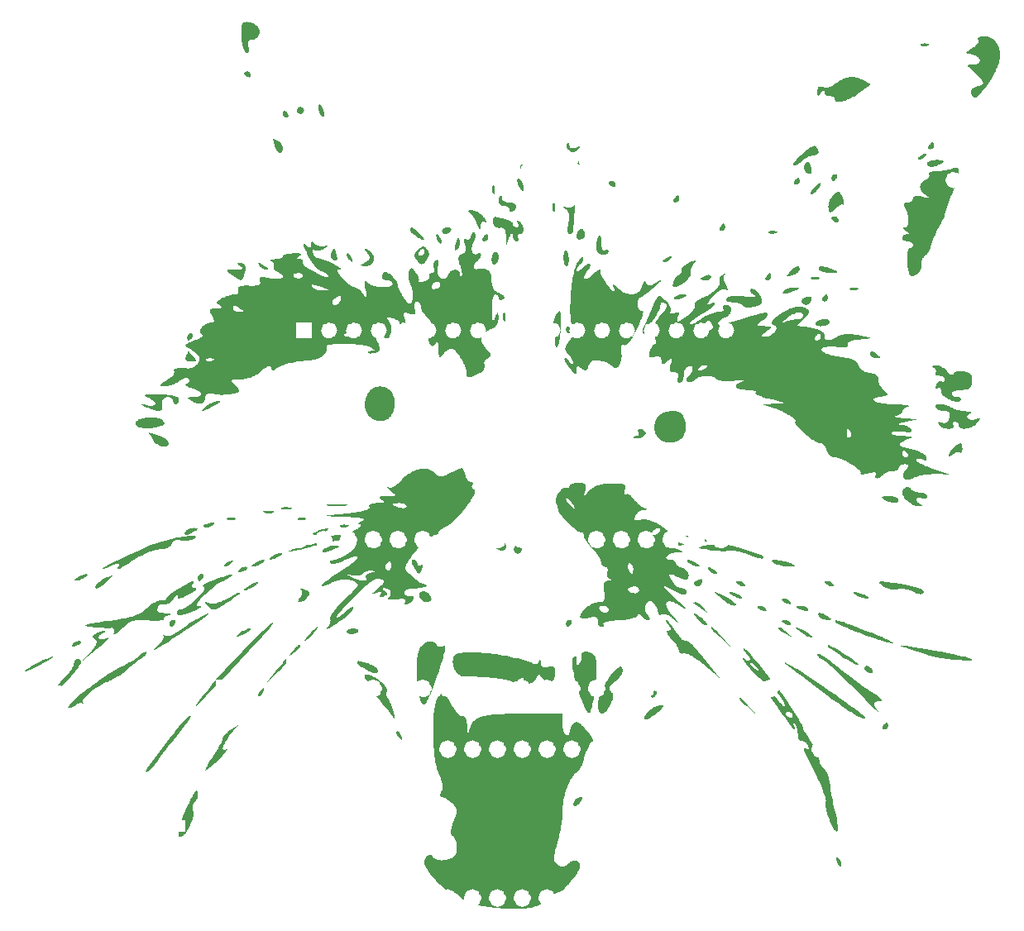
<source format=gbo>
%TF.GenerationSoftware,KiCad,Pcbnew,7.0.2-0*%
%TF.CreationDate,2023-04-21T16:16:31-07:00*%
%TF.ProjectId,untitled,756e7469-746c-4656-942e-6b696361645f,rev?*%
%TF.SameCoordinates,Original*%
%TF.FileFunction,Legend,Bot*%
%TF.FilePolarity,Positive*%
%FSLAX46Y46*%
G04 Gerber Fmt 4.6, Leading zero omitted, Abs format (unit mm)*
G04 Created by KiCad (PCBNEW 7.0.2-0) date 2023-04-21 16:16:31*
%MOMM*%
%LPD*%
G01*
G04 APERTURE LIST*
%ADD10C,0.000000*%
%ADD11C,0.901700*%
%ADD12C,0.900800*%
%ADD13C,0.812800*%
%ADD14C,0.863600*%
%ADD15C,0.601600*%
%ADD16C,1.850400*%
%ADD17C,0.847100*%
%ADD18C,0.965850*%
%ADD19C,0.950800*%
G04 APERTURE END LIST*
D10*
G36*
X43167300Y93524830D02*
G01*
X43281600Y93509590D01*
X43398940Y93484700D01*
X43516800Y93451680D01*
X43633130Y93411040D01*
X43745400Y93363280D01*
X43851060Y93309940D01*
X43949110Y93252030D01*
X44035980Y93189550D01*
X44074580Y93157040D01*
X44110140Y93123510D01*
X44151290Y93079820D01*
X44188880Y93034100D01*
X44222410Y92986860D01*
X44252380Y92938600D01*
X44278800Y92889320D01*
X44301150Y92839030D01*
X44320460Y92788230D01*
X44335700Y92736920D01*
X44347890Y92685100D01*
X44356520Y92632780D01*
X44361600Y92580460D01*
X44363640Y92528640D01*
X44362620Y92476820D01*
X44358050Y92425010D01*
X44350940Y92374210D01*
X44340270Y92323920D01*
X44327060Y92274640D01*
X44310800Y92226380D01*
X44291500Y92179140D01*
X44244760Y92089220D01*
X44217330Y92046550D01*
X44187360Y92005910D01*
X44154850Y91967300D01*
X44119800Y91930720D01*
X44082200Y91896690D01*
X44042070Y91865190D01*
X43999910Y91836240D01*
X43955710Y91809820D01*
X43908980Y91786450D01*
X43860210Y91766640D01*
X43809410Y91749880D01*
X43756580Y91736160D01*
X43701710Y91726510D01*
X43644820Y91720920D01*
X43532040Y91716860D01*
X43482260Y91711780D01*
X43436030Y91702630D01*
X43393360Y91689930D01*
X43354750Y91673680D01*
X43320200Y91653860D01*
X43289720Y91630500D01*
X43262800Y91603060D01*
X43239430Y91571570D01*
X43220130Y91537020D01*
X43204890Y91498420D01*
X43193200Y91455740D01*
X43185080Y91409010D01*
X43181010Y91358720D01*
X43180500Y91304360D01*
X43184060Y91246450D01*
X43191170Y91183960D01*
X43201840Y91117920D01*
X43216060Y91047820D01*
X43254670Y90889830D01*
X43269910Y90811600D01*
X43281090Y90738960D01*
X43287180Y90672410D01*
X43288710Y90610940D01*
X43286170Y90556080D01*
X43279060Y90507310D01*
X43267370Y90464640D01*
X43251620Y90428570D01*
X43231300Y90398600D01*
X43206410Y90375230D01*
X43177960Y90358970D01*
X43144940Y90349320D01*
X43107860Y90347290D01*
X43066710Y90351860D01*
X43021500Y90364050D01*
X42997620Y90374210D01*
X42973240Y90389960D01*
X42949360Y90410280D01*
X42925490Y90435170D01*
X42878240Y90498160D01*
X42832020Y90577920D01*
X42809660Y90624150D01*
X42765980Y90726260D01*
X42723810Y90842080D01*
X42684190Y90970600D01*
X42647610Y91109800D01*
X42614080Y91258640D01*
X42584110Y91416120D01*
X42557700Y91580710D01*
X42535850Y91750890D01*
X42519090Y91926150D01*
X42504860Y92129350D01*
X42493690Y92341190D01*
X42487080Y92531690D01*
X42485560Y92701870D01*
X42490130Y92852240D01*
X42499780Y92984320D01*
X42516040Y93099120D01*
X42526710Y93150430D01*
X42553120Y93241360D01*
X42569380Y93281500D01*
X42587160Y93318070D01*
X42606460Y93350580D01*
X42628310Y93380560D01*
X42652180Y93406970D01*
X42677580Y93430850D01*
X42705520Y93451170D01*
X42735500Y93469460D01*
X42767500Y93484700D01*
X42801540Y93497400D01*
X42838110Y93508060D01*
X42918380Y93522800D01*
X42962060Y93526860D01*
X43057060Y93530420D01*
X43167300Y93524830D01*
G37*
G36*
X118700290Y92076010D02*
G01*
X118757190Y92069920D01*
X118869960Y92050610D01*
X118980710Y92021660D01*
X119088400Y91984060D01*
X119141240Y91961710D01*
X119244360Y91910910D01*
X119343930Y91850970D01*
X119439940Y91782900D01*
X119531890Y91707200D01*
X119618760Y91623380D01*
X119701050Y91531440D01*
X119778270Y91432880D01*
X119814340Y91380560D01*
X119882920Y91270830D01*
X119935240Y91173800D01*
X119973340Y91093540D01*
X120007880Y91011750D01*
X120038870Y90927420D01*
X120065800Y90841570D01*
X120089160Y90753690D01*
X120108980Y90664280D01*
X120125230Y90573350D01*
X120137420Y90480380D01*
X120146570Y90385900D01*
X120151650Y90289880D01*
X120153170Y90192350D01*
X120151140Y90093290D01*
X120145550Y89992700D01*
X120136410Y89891100D01*
X120123710Y89787470D01*
X120107450Y89682820D01*
X120088150Y89577160D01*
X120064780Y89469970D01*
X120037860Y89361260D01*
X120007380Y89251530D01*
X119973850Y89140790D01*
X119936760Y89029030D01*
X119896120Y88916250D01*
X119851930Y88801950D01*
X119753380Y88571320D01*
X119699020Y88454480D01*
X119580150Y88218770D01*
X119515630Y88099390D01*
X119376440Y87858600D01*
X119301760Y87737690D01*
X119142760Y87492840D01*
X118970550Y87246460D01*
X118785130Y86998040D01*
X118586500Y86748620D01*
X118308120Y86415880D01*
X118175020Y86263480D01*
X118055130Y86132410D01*
X117947940Y86021670D01*
X117852440Y85931750D01*
X117767100Y85861140D01*
X117690900Y85809830D01*
X117655840Y85791540D01*
X117622820Y85777830D01*
X117591840Y85768680D01*
X117562370Y85763600D01*
X117534430Y85763600D01*
X117508020Y85767670D01*
X117483120Y85775800D01*
X117459250Y85789000D01*
X117435880Y85805770D01*
X117414040Y85826600D01*
X117392700Y85852000D01*
X117352060Y85914480D01*
X117332760Y85951560D01*
X117294150Y86036910D01*
X117251480Y86150190D01*
X117233190Y86212170D01*
X117219470Y86271600D01*
X117210840Y86327480D01*
X117206770Y86381330D01*
X117207790Y86432130D01*
X117213380Y86480390D01*
X117224550Y86526110D01*
X117240300Y86569290D01*
X117261130Y86610440D01*
X117287540Y86648540D01*
X117318530Y86685120D01*
X117355110Y86719150D01*
X117396760Y86751160D01*
X117444010Y86781130D01*
X117496330Y86809070D01*
X117554240Y86835480D01*
X117617240Y86859870D01*
X117685820Y86882220D01*
X117893080Y86939120D01*
X118011950Y86974680D01*
X118116090Y87009730D01*
X118205500Y87045800D01*
X118280680Y87083390D01*
X118340630Y87123010D01*
X118365010Y87144350D01*
X118385330Y87165680D01*
X118402600Y87188540D01*
X118415300Y87212420D01*
X118424960Y87236800D01*
X118430040Y87263220D01*
X118432070Y87290140D01*
X118429530Y87319100D01*
X118423430Y87349070D01*
X118413780Y87380570D01*
X118400060Y87414100D01*
X118382280Y87449150D01*
X118335550Y87525350D01*
X118272560Y87609170D01*
X118194320Y87702130D01*
X118099840Y87804750D01*
X117989600Y87917520D01*
X117863110Y88041480D01*
X117275860Y88593670D01*
X117162580Y88703910D01*
X117068600Y88799410D01*
X116993920Y88881200D01*
X116938550Y88950290D01*
X116901460Y89008710D01*
X116890290Y89033600D01*
X116883180Y89055950D01*
X116881140Y89076270D01*
X116883680Y89094050D01*
X116890290Y89109800D01*
X116901970Y89123520D01*
X116917720Y89135710D01*
X116938040Y89145870D01*
X116962930Y89154500D01*
X117025420Y89167710D01*
X117105680Y89175840D01*
X117202710Y89180410D01*
X117444520Y89183460D01*
X117563900Y89192100D01*
X117671080Y89208860D01*
X117766590Y89233240D01*
X117810280Y89247980D01*
X117888000Y89282010D01*
X117953530Y89321640D01*
X117981980Y89343480D01*
X118007380Y89366340D01*
X118029730Y89390220D01*
X118049540Y89415110D01*
X118065800Y89441020D01*
X118079520Y89467940D01*
X118089680Y89495370D01*
X118097300Y89523310D01*
X118101870Y89551760D01*
X118102380Y89610690D01*
X118090690Y89670630D01*
X118080020Y89700600D01*
X118050560Y89761060D01*
X118031260Y89791030D01*
X117984010Y89850460D01*
X117924580Y89908380D01*
X117890540Y89936320D01*
X117852950Y89963750D01*
X117769640Y90016580D01*
X117674640Y90065860D01*
X117622320Y90088720D01*
X117509540Y90130880D01*
X117384570Y90168470D01*
X116644920Y90361510D01*
X117450610Y90927420D01*
X117508020Y90972640D01*
X117614700Y91065600D01*
X117663460Y91113350D01*
X117750840Y91208860D01*
X117824500Y91304360D01*
X117882920Y91397830D01*
X117925080Y91487240D01*
X117939310Y91529910D01*
X117949470Y91571060D01*
X117955060Y91610180D01*
X117955560Y91647260D01*
X117950990Y91681800D01*
X117941850Y91714320D01*
X117910350Y91777820D01*
X117903240Y91811340D01*
X117904260Y91843350D01*
X117914420Y91874340D01*
X117932700Y91903800D01*
X117959120Y91931740D01*
X117993160Y91957650D01*
X118034300Y91982030D01*
X118082560Y92003880D01*
X118136920Y92023180D01*
X118197880Y92039940D01*
X118264940Y92054170D01*
X118337070Y92065850D01*
X118414800Y92073980D01*
X118497600Y92079060D01*
X118584470Y92081090D01*
X118700290Y92076010D01*
G37*
G36*
X112538250Y91327730D02*
G01*
X112636300Y91322140D01*
X112720620Y91313500D01*
X112790730Y91302330D01*
X112846610Y91289120D01*
X112887760Y91273370D01*
X112914170Y91255080D01*
X112925860Y91235270D01*
X112922300Y91212920D01*
X112904010Y91189550D01*
X112870480Y91164150D01*
X112821210Y91137230D01*
X112756690Y91108780D01*
X112690650Y91084900D01*
X112623090Y91066110D01*
X112555020Y91052390D01*
X112487450Y91042740D01*
X112420900Y91038680D01*
X112356900Y91038680D01*
X112295430Y91043760D01*
X112238020Y91053410D01*
X112185190Y91067630D01*
X112137440Y91086430D01*
X112096290Y91109800D01*
X112062260Y91137230D01*
X112039400Y91166690D01*
X112029240Y91194630D01*
X112032280Y91220030D01*
X112047520Y91243910D01*
X112073940Y91265240D01*
X112112040Y91283530D01*
X112160300Y91299280D01*
X112218210Y91311980D01*
X112285780Y91321630D01*
X112361980Y91327220D01*
X112446300Y91329760D01*
X112538250Y91327730D01*
G37*
G36*
X43172880Y88454480D02*
G01*
X43220130Y88443810D01*
X43264320Y88427560D01*
X43306490Y88405200D01*
X43345100Y88377770D01*
X43379640Y88345260D01*
X43410630Y88308180D01*
X43436540Y88267540D01*
X43457360Y88222830D01*
X43473110Y88175590D01*
X43482760Y88125800D01*
X43486320Y88073990D01*
X43478700Y88001340D01*
X43457360Y87942920D01*
X43424340Y87898220D01*
X43379640Y87868760D01*
X43326300Y87855040D01*
X43264320Y87857580D01*
X43196760Y87877390D01*
X43124120Y87914480D01*
X43050960Y87962740D01*
X42983400Y88014040D01*
X42921420Y88066880D01*
X42868080Y88119200D01*
X42823890Y88170510D01*
X42790360Y88218260D01*
X42769020Y88261440D01*
X42761400Y88298020D01*
X42769020Y88330020D01*
X42790360Y88359990D01*
X42823890Y88387420D01*
X42868080Y88410790D01*
X42921420Y88430600D01*
X42983400Y88445340D01*
X43050960Y88454480D01*
X43124120Y88458040D01*
X43172880Y88454480D01*
G37*
G36*
X105066080Y87884500D02*
G01*
X105178860Y87878410D01*
X105291630Y87867230D01*
X105403900Y87849450D01*
X105516170Y87826080D01*
X105627420Y87796620D01*
X105738160Y87761570D01*
X105847890Y87720420D01*
X105957110Y87673180D01*
X106065320Y87619840D01*
X106977180Y87118440D01*
X105780840Y86266520D01*
X105640630Y86169500D01*
X105499910Y86077040D01*
X105359700Y85989660D01*
X105220000Y85906860D01*
X105081320Y85829640D01*
X104944670Y85758020D01*
X104809540Y85691470D01*
X104677460Y85630510D01*
X104547920Y85575140D01*
X104421940Y85525350D01*
X104300020Y85481660D01*
X104182670Y85444070D01*
X104069890Y85412580D01*
X103962700Y85387680D01*
X103861610Y85368890D01*
X103766620Y85356700D01*
X103678220Y85351110D01*
X103597450Y85352120D01*
X103524300Y85360250D01*
X103459280Y85375490D01*
X103402890Y85397340D01*
X103356150Y85426800D01*
X103335830Y85444580D01*
X103318560Y85463880D01*
X103303320Y85485220D01*
X103291130Y85508080D01*
X103281480Y85532970D01*
X103274360Y85559900D01*
X103270300Y85588850D01*
X103268780Y85619840D01*
X103263700Y85660480D01*
X103248960Y85699600D01*
X103225600Y85737190D01*
X103194100Y85771730D01*
X103154980Y85803740D01*
X103109260Y85832690D01*
X103056940Y85858600D01*
X102999030Y85880440D01*
X102936040Y85897720D01*
X102869490Y85910920D01*
X102798880Y85919050D01*
X102651560Y85925660D01*
X102580940Y85937850D01*
X102513890Y85957150D01*
X102450900Y85983570D01*
X102392480Y86016080D01*
X102339640Y86054690D01*
X102293420Y86098380D01*
X102253280Y86146130D01*
X102221280Y86198450D01*
X102197400Y86254330D01*
X102182160Y86313260D01*
X102176070Y86374220D01*
X102173020Y86442800D01*
X102164890Y86497660D01*
X102151680Y86538810D01*
X102133900Y86565740D01*
X102111550Y86578940D01*
X102084120Y86578440D01*
X102052120Y86563700D01*
X102015030Y86535260D01*
X101973380Y86493090D01*
X101927150Y86437210D01*
X101875330Y86367620D01*
X101776780Y86218770D01*
X101701600Y86110060D01*
X101639620Y86031320D01*
X101612700Y86002870D01*
X101588820Y85981540D01*
X101567480Y85968330D01*
X101548180Y85962230D01*
X101531920Y85964260D01*
X101517190Y85973410D01*
X101505000Y85990680D01*
X101494330Y86016080D01*
X101485700Y86048590D01*
X101478580Y86089230D01*
X101468930Y86194900D01*
X101463850Y86332060D01*
X101463340Y86481920D01*
X101466900Y86545920D01*
X101473000Y86604340D01*
X101482140Y86657680D01*
X101493820Y86706450D01*
X101508560Y86749630D01*
X101526340Y86788240D01*
X101547160Y86821770D01*
X101571040Y86850720D01*
X101597960Y86874600D01*
X101628440Y86893900D01*
X101661970Y86908130D01*
X101698550Y86917780D01*
X101738680Y86922860D01*
X101782370Y86923370D01*
X101829100Y86919300D01*
X101879900Y86910160D01*
X101933750Y86896950D01*
X101991660Y86879680D01*
X102103420Y86840560D01*
X102156760Y86827360D01*
X102212640Y86817700D01*
X102270560Y86811610D01*
X102330500Y86808560D01*
X102391460Y86809580D01*
X102453940Y86813640D01*
X102516940Y86821260D01*
X102580440Y86831930D01*
X102644440Y86845640D01*
X102708450Y86862410D01*
X102771950Y86882220D01*
X102834940Y86904570D01*
X102896920Y86929970D01*
X102957880Y86958420D01*
X103016810Y86989410D01*
X103073700Y87022940D01*
X103128570Y87058500D01*
X103180890Y87097100D01*
X103336850Y87227660D01*
X103444040Y87311990D01*
X103552240Y87390220D01*
X103661460Y87462860D01*
X103771190Y87529920D01*
X103881930Y87590880D01*
X103993180Y87646760D01*
X104104940Y87696040D01*
X104217210Y87740230D01*
X104329990Y87778330D01*
X104442760Y87810840D01*
X104556050Y87837260D01*
X104669330Y87858090D01*
X104783120Y87872820D01*
X104896410Y87881960D01*
X105009690Y87885010D01*
X105066080Y87884500D01*
G37*
G36*
X50550570Y85069170D02*
G01*
X50585110Y85054440D01*
X50621180Y85030050D01*
X50658770Y84995510D01*
X50696360Y84952330D01*
X50734460Y84900000D01*
X50772060Y84840060D01*
X50808630Y84772500D01*
X50844190Y84698330D01*
X50877720Y84617050D01*
X50907690Y84532720D01*
X50933090Y84448900D01*
X50954430Y84365590D01*
X50970680Y84284820D01*
X50982880Y84206580D01*
X50989990Y84132420D01*
X50992530Y84063330D01*
X50989990Y83999830D01*
X50982880Y83943440D01*
X50970180Y83895180D01*
X50952900Y83855050D01*
X50930550Y83825080D01*
X50904140Y83806280D01*
X50874160Y83799170D01*
X50842160Y83802720D01*
X50807620Y83817460D01*
X50771040Y83842350D01*
X50733960Y83876380D01*
X50695860Y83920070D01*
X50658260Y83971890D01*
X50620670Y84031830D01*
X50583590Y84099400D01*
X50548540Y84174070D01*
X50515010Y84254840D01*
X50485040Y84339170D01*
X50459640Y84423500D01*
X50438300Y84506300D01*
X50422040Y84587580D01*
X50409850Y84665310D01*
X50402740Y84739480D01*
X50400200Y84808560D01*
X50402740Y84872060D01*
X50409850Y84928450D01*
X50422040Y84977220D01*
X50439320Y85016840D01*
X50461670Y85046820D01*
X50488590Y85066120D01*
X50518560Y85073230D01*
X50550570Y85069170D01*
G37*
G36*
X48631340Y84827360D02*
G01*
X48699420Y84806020D01*
X48760880Y84772500D01*
X48814730Y84728300D01*
X48858930Y84674450D01*
X48892460Y84612980D01*
X48913790Y84544910D01*
X48920900Y84472270D01*
X48913790Y84399620D01*
X48892460Y84331550D01*
X48858930Y84270080D01*
X48814730Y84216240D01*
X48760880Y84172040D01*
X48699420Y84138510D01*
X48631340Y84117180D01*
X48558700Y84110060D01*
X48486060Y84117180D01*
X48417980Y84138510D01*
X48356520Y84172040D01*
X48302670Y84216240D01*
X48258470Y84270080D01*
X48224940Y84331550D01*
X48203610Y84399620D01*
X48196500Y84472270D01*
X48203610Y84544910D01*
X48224940Y84612980D01*
X48258470Y84674450D01*
X48302670Y84728300D01*
X48356520Y84772500D01*
X48417980Y84806020D01*
X48486060Y84827360D01*
X48558700Y84834470D01*
X48631340Y84827360D01*
G37*
G36*
X46943260Y84464650D02*
G01*
X46986440Y84443820D01*
X47034190Y84410290D01*
X47085500Y84366100D01*
X47138330Y84312250D01*
X47191160Y84250780D01*
X47242470Y84182710D01*
X47290730Y84110060D01*
X47327820Y84037420D01*
X47347120Y83969350D01*
X47349660Y83907880D01*
X47335940Y83854030D01*
X47306480Y83809840D01*
X47262280Y83776310D01*
X47203360Y83754970D01*
X47130710Y83747860D01*
X47078900Y83750910D01*
X47029110Y83760560D01*
X46981870Y83776310D01*
X46937670Y83797140D01*
X46896520Y83823550D01*
X46859950Y83854030D01*
X46827440Y83889080D01*
X46799500Y83927690D01*
X46777140Y83969350D01*
X46760890Y84014050D01*
X46750730Y84060790D01*
X46747170Y84110060D01*
X46750220Y84182710D01*
X46759870Y84250780D01*
X46774600Y84312250D01*
X46793910Y84366100D01*
X46817780Y84410290D01*
X46844710Y84443820D01*
X46874680Y84464650D01*
X46906680Y84472270D01*
X46943260Y84464650D01*
G37*
G36*
X45957740Y81471000D02*
G01*
X46294040Y81333840D01*
X46341280Y81312000D01*
X46385480Y81286090D01*
X46427640Y81256120D01*
X46467260Y81222590D01*
X46504350Y81185510D01*
X46538890Y81145380D01*
X46570900Y81102700D01*
X46600360Y81057490D01*
X46627280Y81010250D01*
X46651160Y80961480D01*
X46672500Y80911190D01*
X46690780Y80860390D01*
X46719740Y80755740D01*
X46729900Y80703420D01*
X46737010Y80651600D01*
X46741080Y80599780D01*
X46742090Y80549490D01*
X46740570Y80500220D01*
X46735490Y80452460D01*
X46727870Y80406740D01*
X46716690Y80363060D01*
X46702470Y80322420D01*
X46685200Y80284310D01*
X46664880Y80249770D01*
X46641000Y80218280D01*
X46613570Y80190840D01*
X46583090Y80167980D01*
X46549050Y80149190D01*
X46511970Y80135980D01*
X46471330Y80127340D01*
X46427130Y80124300D01*
X46393600Y80128360D01*
X46359060Y80139030D01*
X46323500Y80157310D01*
X46287940Y80181700D01*
X46251870Y80212180D01*
X46215800Y80248750D01*
X46180240Y80290410D01*
X46145190Y80337150D01*
X46111160Y80388960D01*
X46078140Y80444840D01*
X46046130Y80504280D01*
X46016160Y80567780D01*
X45988220Y80634330D01*
X45962310Y80703420D01*
X45938440Y80775040D01*
X45892210Y80946750D01*
X45848520Y81128100D01*
X45813470Y81285080D01*
X45789590Y81411060D01*
X45777400Y81498940D01*
X45776380Y81526880D01*
X45778920Y81542120D01*
X45784510Y81545170D01*
X45957740Y81471000D01*
G37*
G36*
X113286030Y81203800D02*
G01*
X113316000Y81182970D01*
X113342920Y81149440D01*
X113366800Y81104740D01*
X113386100Y81051400D01*
X113400840Y80989930D01*
X113410490Y80921860D01*
X113413540Y80849210D01*
X113409980Y80799940D01*
X113399820Y80753200D01*
X113383560Y80708500D01*
X113361210Y80666840D01*
X113333270Y80628230D01*
X113300760Y80593180D01*
X113264180Y80562700D01*
X113223040Y80536280D01*
X113178840Y80515460D01*
X113131600Y80499710D01*
X113081810Y80490060D01*
X113030000Y80487010D01*
X112957350Y80494120D01*
X112898420Y80515460D01*
X112854230Y80548980D01*
X112824760Y80593180D01*
X112811050Y80647030D01*
X112813590Y80708500D01*
X112832890Y80776570D01*
X112869980Y80849210D01*
X112918240Y80921860D01*
X112969540Y80989930D01*
X113022380Y81051400D01*
X113075210Y81104740D01*
X113126520Y81149440D01*
X113174270Y81182970D01*
X113216940Y81203800D01*
X113254020Y81211420D01*
X113286030Y81203800D01*
G37*
G36*
X75985620Y81143850D02*
G01*
X76022200Y81124040D01*
X76052170Y81085940D01*
X76075530Y81030570D01*
X76089760Y80958430D01*
X76097380Y80818730D01*
X76105510Y80772000D01*
X76119220Y80729830D01*
X76138020Y80692750D01*
X76161900Y80660740D01*
X76190340Y80633820D01*
X76223870Y80611980D01*
X76262480Y80595210D01*
X76305660Y80583530D01*
X76353410Y80577430D01*
X76405230Y80575910D01*
X76461620Y80580480D01*
X76522580Y80589620D01*
X76587090Y80604860D01*
X76656180Y80625180D01*
X76897480Y80712050D01*
X77022960Y80750150D01*
X77069180Y80760310D01*
X77105250Y80764380D01*
X77131160Y80761840D01*
X77146400Y80753200D01*
X77151480Y80737450D01*
X77146400Y80715610D01*
X77131160Y80686650D01*
X77106270Y80651090D01*
X77071720Y80607910D01*
X77027530Y80558130D01*
X76910180Y80435700D01*
X76809590Y80340700D01*
X76761840Y80301080D01*
X76716120Y80266530D01*
X76671420Y80237070D01*
X76628240Y80212690D01*
X76585570Y80193380D01*
X76543910Y80179160D01*
X76503270Y80170520D01*
X76462120Y80166460D01*
X76421480Y80167980D01*
X76380840Y80174080D01*
X76340200Y80185760D01*
X76298550Y80202020D01*
X76256380Y80223860D01*
X76213200Y80250790D01*
X76169520Y80282280D01*
X76123800Y80319370D01*
X76028290Y80408270D01*
X75972920Y80468720D01*
X75923640Y80530700D01*
X75881480Y80594200D01*
X75846430Y80658200D01*
X75818490Y80721700D01*
X75798170Y80783680D01*
X75785980Y80844130D01*
X75781400Y80901030D01*
X75784960Y80954880D01*
X75797150Y81003640D01*
X75817470Y81047330D01*
X75847440Y81084420D01*
X75897230Y81125060D01*
X75943460Y81144360D01*
X75985620Y81143850D01*
G37*
G36*
X101179880Y80843120D02*
G01*
X101214930Y80830920D01*
X101251510Y80811110D01*
X101288590Y80783680D01*
X101326180Y80750150D01*
X101364280Y80710530D01*
X101400860Y80665820D01*
X101436930Y80616040D01*
X101471470Y80561680D01*
X101503480Y80504280D01*
X101533450Y80443320D01*
X101559860Y80379820D01*
X101575610Y80329020D01*
X101584760Y80279740D01*
X101586280Y80231990D01*
X101581200Y80186780D01*
X101569520Y80143090D01*
X101551230Y80101940D01*
X101526840Y80063340D01*
X101496360Y80027270D01*
X101459280Y79994250D01*
X101417120Y79964280D01*
X101368860Y79937350D01*
X101315520Y79913980D01*
X101257100Y79894170D01*
X101193090Y79878420D01*
X101124510Y79866230D01*
X101003100Y79853530D01*
X100900990Y79836260D01*
X100793290Y79809340D01*
X100681530Y79773270D01*
X100567230Y79729580D01*
X100451410Y79678780D01*
X100336600Y79620870D01*
X100223320Y79557880D01*
X100113590Y79489800D01*
X100008940Y79417670D01*
X99910900Y79341980D01*
X99821490Y79263740D01*
X99719380Y79165700D01*
X99657910Y79111340D01*
X99596950Y79061050D01*
X99535480Y79015330D01*
X99475030Y78974180D01*
X99415600Y78938120D01*
X99357180Y78906110D01*
X99300790Y78879700D01*
X99246940Y78858360D01*
X99195630Y78842610D01*
X99147880Y78832450D01*
X99103180Y78827880D01*
X99062540Y78829400D01*
X99025960Y78837020D01*
X98994460Y78851250D01*
X98968560Y78871570D01*
X98957890Y78886300D01*
X98952300Y78904080D01*
X98950780Y78924910D01*
X98953820Y78948780D01*
X98960940Y78975200D01*
X98986840Y79036670D01*
X99027990Y79107790D01*
X99082350Y79187030D01*
X99148900Y79273900D01*
X99227130Y79367380D01*
X99314500Y79465420D01*
X99411020Y79568030D01*
X99514660Y79673190D01*
X99624380Y79780380D01*
X99739190Y79888080D01*
X99917500Y80048600D01*
X100161340Y80254850D01*
X100283260Y80351880D01*
X100402640Y80443320D01*
X100519480Y80528660D01*
X100631750Y80606390D01*
X100738940Y80674970D01*
X100838500Y80733390D01*
X100930960Y80781140D01*
X101013760Y80817210D01*
X101085900Y80839560D01*
X101117900Y80845150D01*
X101146860Y80847180D01*
X101179880Y80843120D01*
G37*
G36*
X112632230Y80034890D02*
G01*
X112648490Y80026760D01*
X112655090Y80012030D01*
X112651540Y79990690D01*
X112637820Y79962240D01*
X112613940Y79927700D01*
X112580920Y79885530D01*
X112537740Y79836770D01*
X112423440Y79717390D01*
X112360960Y79657950D01*
X112297460Y79605120D01*
X112233960Y79558380D01*
X112170460Y79518250D01*
X112108480Y79484720D01*
X112048030Y79458810D01*
X111990630Y79440020D01*
X111936780Y79429350D01*
X111887500Y79426810D01*
X111843310Y79432400D01*
X111805210Y79446620D01*
X111773710Y79469990D01*
X111752380Y79499460D01*
X111743230Y79532480D01*
X111746280Y79568030D01*
X111760500Y79605630D01*
X111785900Y79645250D01*
X111820960Y79685890D01*
X111866680Y79726530D01*
X111921030Y79767680D01*
X111984020Y79807810D01*
X112055650Y79846930D01*
X112134390Y79884520D01*
X112220240Y79920080D01*
X112391950Y79982560D01*
X112519960Y80021680D01*
X112567720Y80032350D01*
X112605310Y80036410D01*
X112632230Y80034890D01*
G37*
G36*
X113865660Y79391760D02*
G01*
X114018060Y79385160D01*
X114143020Y79375000D01*
X114242080Y79360770D01*
X114281710Y79351630D01*
X114314730Y79341470D01*
X114341140Y79329780D01*
X114361970Y79317080D01*
X114375690Y79302350D01*
X114383820Y79286600D01*
X114385850Y79269330D01*
X114381780Y79250530D01*
X114371620Y79230220D01*
X114355370Y79207860D01*
X114305580Y79158590D01*
X114232940Y79101690D01*
X114138450Y79037680D01*
X114005360Y78956910D01*
X113872260Y78887310D01*
X113741200Y78827880D01*
X113612670Y78779620D01*
X113488210Y78742030D01*
X113427250Y78727300D01*
X113310410Y78705960D01*
X113254530Y78699360D01*
X113147850Y78693770D01*
X113097560Y78695290D01*
X113049300Y78699360D01*
X113003580Y78705960D01*
X112960400Y78715610D01*
X112920270Y78727300D01*
X112882170Y78742030D01*
X112847620Y78759810D01*
X112815620Y78779620D01*
X112787170Y78802480D01*
X112761770Y78827880D01*
X112740440Y78856330D01*
X112722150Y78887310D01*
X112707920Y78920840D01*
X112697260Y78956910D01*
X112691160Y78996030D01*
X112689130Y79037680D01*
X112692180Y79067150D01*
X112701830Y79096100D01*
X112718080Y79124040D01*
X112739930Y79151480D01*
X112767360Y79177890D01*
X112800380Y79202780D01*
X112838990Y79227170D01*
X112881660Y79250030D01*
X112929410Y79271870D01*
X113037620Y79310480D01*
X113161570Y79342480D01*
X113298220Y79367880D01*
X113446560Y79385160D01*
X113524280Y79390240D01*
X113685320Y79394300D01*
X113865660Y79391760D01*
G37*
G36*
X77043780Y79225640D02*
G01*
X77058010Y79208370D01*
X77070710Y79181960D01*
X77082900Y79146900D01*
X77093060Y79103220D01*
X77110330Y78990950D01*
X77121000Y78847690D01*
X77124560Y78674970D01*
X77121000Y78502250D01*
X77110330Y78359000D01*
X77093060Y78247240D01*
X77082900Y78203550D01*
X77070710Y78168500D01*
X77058010Y78142080D01*
X77043780Y78124810D01*
X77028540Y78116680D01*
X77012800Y78117700D01*
X76996030Y78128870D01*
X76978760Y78149700D01*
X76960470Y78180690D01*
X76941680Y78222340D01*
X76924400Y78270600D01*
X76908660Y78322420D01*
X76885290Y78433670D01*
X76871060Y78552540D01*
X76867510Y78613500D01*
X76866490Y78674970D01*
X76871060Y78797910D01*
X76885290Y78916270D01*
X76908660Y79028030D01*
X76924400Y79079850D01*
X76941680Y79128110D01*
X76960470Y79169760D01*
X76978760Y79200750D01*
X76996030Y79221580D01*
X77012800Y79232250D01*
X77028540Y79233770D01*
X77043780Y79225640D01*
G37*
G36*
X100523040Y79198720D02*
G01*
X100559610Y79186530D01*
X100594660Y79166210D01*
X100629210Y79136740D01*
X100661720Y79099150D01*
X100693720Y79053430D01*
X100723700Y78999080D01*
X100752650Y78936590D01*
X100780590Y78865980D01*
X100806500Y78786730D01*
X100831390Y78699360D01*
X100849680Y78622650D01*
X100864410Y78548990D01*
X100875590Y78477360D01*
X100883210Y78408270D01*
X100887270Y78343250D01*
X100887780Y78281270D01*
X100885240Y78223870D01*
X100879140Y78170530D01*
X100870000Y78122270D01*
X100857810Y78079090D01*
X100842060Y78041500D01*
X100823770Y78009490D01*
X100801930Y77984600D01*
X100777540Y77965800D01*
X100750110Y77954630D01*
X100720140Y77950560D01*
X100665280Y77953610D01*
X100612440Y77961740D01*
X100561140Y77975460D01*
X100512370Y77994250D01*
X100465630Y78017620D01*
X100421440Y78045050D01*
X100379780Y78076550D01*
X100340160Y78111600D01*
X100303580Y78149700D01*
X100269540Y78191360D01*
X100239060Y78235550D01*
X100211120Y78282290D01*
X100186230Y78330550D01*
X100164900Y78381350D01*
X100147120Y78433160D01*
X100132890Y78486000D01*
X100121720Y78539840D01*
X100115110Y78593690D01*
X100112060Y78648050D01*
X100113080Y78702400D01*
X100118160Y78756250D01*
X100127300Y78809080D01*
X100141530Y78861410D01*
X100159820Y78911700D01*
X100182680Y78960470D01*
X100210620Y79007200D01*
X100243130Y79051400D01*
X100280720Y79093060D01*
X100323390Y79132170D01*
X100365560Y79162650D01*
X100406700Y79184500D01*
X100446330Y79197700D01*
X100485440Y79202780D01*
X100523040Y79198720D01*
G37*
G36*
X71248520Y78969610D02*
G01*
X71272400Y78954370D01*
X71293220Y78927960D01*
X71312020Y78889860D01*
X71327770Y78841590D01*
X71340470Y78783680D01*
X71350120Y78716120D01*
X71355710Y78639920D01*
X71357740Y78555590D01*
X71356220Y78463640D01*
X71350120Y78365600D01*
X71341990Y78280760D01*
X71330810Y78211170D01*
X71317100Y78155290D01*
X71301350Y78114140D01*
X71283570Y78087720D01*
X71263250Y78076040D01*
X71241410Y78079590D01*
X71217530Y78097880D01*
X71192130Y78131410D01*
X71165720Y78180690D01*
X71137270Y78244700D01*
X71113390Y78311240D01*
X71094590Y78378810D01*
X71080370Y78446880D01*
X71071230Y78514440D01*
X71066660Y78580990D01*
X71067160Y78645000D01*
X71072240Y78706470D01*
X71081390Y78763870D01*
X71095610Y78816700D01*
X71114410Y78864460D01*
X71137780Y78905600D01*
X71165720Y78939130D01*
X71195180Y78962500D01*
X71222610Y78972660D01*
X71248520Y78969610D01*
G37*
G36*
X115694460Y78596740D02*
G01*
X115739160Y78588100D01*
X115778780Y78573880D01*
X115814340Y78555080D01*
X115844820Y78530700D01*
X115870730Y78501240D01*
X115893080Y78466180D01*
X115911370Y78426050D01*
X115925600Y78379820D01*
X115936770Y78328010D01*
X115943880Y78270600D01*
X115948460Y78207610D01*
X115949980Y78138020D01*
X115946420Y78058260D01*
X115936260Y77965800D01*
X115920520Y77862170D01*
X115898160Y77748890D01*
X115870730Y77626970D01*
X115838730Y77498440D01*
X115801640Y77363820D01*
X115760500Y77224630D01*
X115715280Y77082900D01*
X115666520Y76939140D01*
X115614700Y76795370D01*
X115560340Y76652120D01*
X115503960Y76511910D01*
X115240300Y75900280D01*
X115113300Y75593440D01*
X114994940Y75298300D01*
X114886740Y75017370D01*
X114789710Y74754740D01*
X114705380Y74513440D01*
X114634260Y74297030D01*
X114578380Y74108050D01*
X114546880Y73986640D01*
X114519450Y73854560D01*
X114509290Y73767180D01*
X114498620Y73728580D01*
X114450360Y73604120D01*
X114370100Y73423270D01*
X114261900Y73196190D01*
X114131340Y72931520D01*
X113981990Y72639420D01*
X113666520Y72038970D01*
X113527840Y71760080D01*
X113401340Y71488800D01*
X113289580Y71232770D01*
X113195600Y70999090D01*
X113122960Y70795380D01*
X113095530Y70706480D01*
X113074190Y70628250D01*
X113059460Y70560690D01*
X113052350Y70505310D01*
X113048280Y70437750D01*
X113039650Y70389490D01*
X113025930Y70338690D01*
X113007140Y70284840D01*
X112983260Y70228960D01*
X112955320Y70171560D01*
X112922810Y70112630D01*
X112886740Y70053200D01*
X112847120Y69993760D01*
X112803940Y69933810D01*
X112708940Y69816470D01*
X112603780Y69705220D01*
X112548410Y69652890D01*
X112435130Y69553830D01*
X112382300Y69501000D01*
X112333020Y69445120D01*
X112287810Y69386700D01*
X112246150Y69326750D01*
X112209070Y69265290D01*
X112176050Y69203310D01*
X112147600Y69140320D01*
X112123720Y69077840D01*
X112104930Y69015860D01*
X112091720Y68954390D01*
X112083080Y68894960D01*
X112080540Y68837040D01*
X112083590Y68781670D01*
X112092230Y68728840D01*
X112120170Y68639940D01*
X112129310Y68598280D01*
X112133880Y68556120D01*
X112134390Y68511920D01*
X112131850Y68467730D01*
X112125250Y68422010D01*
X112115600Y68376290D01*
X112086640Y68282810D01*
X112067840Y68236080D01*
X112021620Y68142610D01*
X111966750Y68050660D01*
X111935760Y68005960D01*
X111868710Y67918580D01*
X111795560Y67836280D01*
X111717320Y67759580D01*
X111635540Y67690490D01*
X111551720Y67629530D01*
X111466880Y67578730D01*
X111424210Y67557390D01*
X111382040Y67539100D01*
X111340390Y67523860D01*
X111299240Y67512180D01*
X111259110Y67503540D01*
X111219480Y67498970D01*
X111181380Y67497450D01*
X111144300Y67500500D01*
X111108740Y67507100D01*
X111074200Y67518280D01*
X111042190Y67534020D01*
X111011710Y67554340D01*
X110983260Y67578730D01*
X110960910Y67603620D01*
X110939580Y67632580D01*
X110918750Y67665590D01*
X110879630Y67742300D01*
X110843060Y67833740D01*
X110809530Y67936870D01*
X110779050Y68051170D01*
X110751620Y68175120D01*
X110727230Y68306690D01*
X110705900Y68444870D01*
X110688120Y68588120D01*
X110672880Y68734430D01*
X110653060Y69032120D01*
X110648490Y69180450D01*
X110646970Y69326250D01*
X110649000Y69467470D01*
X110654590Y69604120D01*
X110663730Y69733160D01*
X110676430Y69854060D01*
X110693200Y69964800D01*
X110713010Y70064370D01*
X110736880Y70151240D01*
X110750600Y70189340D01*
X110780060Y70253860D01*
X110796320Y70279760D01*
X110813590Y70301610D01*
X110831880Y70318880D01*
X110851180Y70331580D01*
X110871500Y70339200D01*
X110962440Y70349360D01*
X111027460Y70370700D01*
X111086390Y70403720D01*
X111137700Y70448420D01*
X111180370Y70501760D01*
X111212370Y70563740D01*
X111232690Y70631300D01*
X111239800Y70703940D01*
X111234720Y70753220D01*
X111219990Y70800460D01*
X111196620Y70844660D01*
X111165130Y70886820D01*
X111126010Y70925430D01*
X111080290Y70959980D01*
X111027970Y70990960D01*
X110970060Y71016870D01*
X110907060Y71037700D01*
X110840520Y71053450D01*
X110769900Y71063100D01*
X110622580Y71069700D01*
X110551970Y71079360D01*
X110485420Y71095100D01*
X110422430Y71115930D01*
X110364520Y71142350D01*
X110312200Y71172830D01*
X110266480Y71207880D01*
X110227360Y71246490D01*
X110195860Y71288140D01*
X110172500Y71332850D01*
X110157760Y71380090D01*
X110152680Y71428860D01*
X110156750Y71477630D01*
X110168940Y71524870D01*
X110188240Y71570080D01*
X110214660Y71612250D01*
X110247680Y71650860D01*
X110285780Y71686420D01*
X110329470Y71717400D01*
X110377730Y71744330D01*
X110429540Y71766170D01*
X110485420Y71782430D01*
X110544350Y71792590D01*
X110674400Y71800210D01*
X110728760Y71808340D01*
X110769900Y71821030D01*
X110796830Y71838810D01*
X110810040Y71861170D01*
X110809530Y71888600D01*
X110794800Y71920600D01*
X110766860Y71957690D01*
X110724690Y71999340D01*
X110668300Y72046080D01*
X110598710Y72097390D01*
X110447830Y72197970D01*
X110338100Y72277730D01*
X110295940Y72312780D01*
X110261900Y72344780D01*
X110236500Y72373740D01*
X110219230Y72399650D01*
X110210600Y72423020D01*
X110209580Y72443340D01*
X110217200Y72460610D01*
X110233460Y72475340D01*
X110257840Y72487530D01*
X110289840Y72497180D01*
X110330990Y72503790D01*
X110379760Y72508360D01*
X110469170Y72512420D01*
X110500160Y72518520D01*
X110529620Y72528680D01*
X110557050Y72541890D01*
X110583470Y72559160D01*
X110607850Y72578970D01*
X110630710Y72602850D01*
X110652050Y72629260D01*
X110671860Y72658730D01*
X110690150Y72690730D01*
X110722150Y72763380D01*
X110735360Y72803510D01*
X110757710Y72890880D01*
X110773970Y72986390D01*
X110784130Y73089000D01*
X110787680Y73198220D01*
X110785650Y73313030D01*
X110777020Y73432410D01*
X110762280Y73555350D01*
X110741460Y73680310D01*
X110715040Y73806810D01*
X110682020Y73934310D01*
X110642900Y74060810D01*
X110598200Y74186280D01*
X110547400Y74309220D01*
X110490500Y74428600D01*
X110427510Y74543410D01*
X110363000Y74652120D01*
X110339120Y74701900D01*
X110321340Y74748640D01*
X110310160Y74792330D01*
X110305590Y74832460D01*
X110307620Y74870050D01*
X110315750Y74903580D01*
X110330480Y74934570D01*
X110351820Y74961490D01*
X110379250Y74985370D01*
X110412780Y75005180D01*
X110452910Y75021940D01*
X110499140Y75035150D01*
X110551460Y75044300D01*
X110609880Y75049880D01*
X110751110Y75055470D01*
X110824770Y75066650D01*
X110894360Y75083920D01*
X110959390Y75107290D01*
X111019330Y75135740D01*
X111073690Y75169770D01*
X111121440Y75208380D01*
X111162080Y75251560D01*
X111195100Y75297790D01*
X111219480Y75347060D01*
X111234720Y75399390D01*
X111242340Y75489810D01*
X111250980Y75523340D01*
X111264700Y75554330D01*
X111283490Y75581760D01*
X111307880Y75607160D01*
X111337340Y75629000D01*
X111371380Y75648310D01*
X111411000Y75664560D01*
X111455200Y75678280D01*
X111503960Y75688950D01*
X111557810Y75696570D01*
X111616230Y75701140D01*
X111678720Y75702660D01*
X111745770Y75701650D01*
X111893090Y75689960D01*
X112056670Y75666090D01*
X112235990Y75630020D01*
X112578890Y75556360D01*
X112705380Y75534010D01*
X112802920Y75520800D01*
X112871500Y75517240D01*
X112895380Y75519780D01*
X112912650Y75524360D01*
X112922300Y75531470D01*
X112925860Y75541120D01*
X112922300Y75553820D01*
X112912140Y75569060D01*
X112895380Y75586840D01*
X112872010Y75607160D01*
X112805970Y75656940D01*
X112714530Y75717400D01*
X112598200Y75789530D01*
X112485930Y75863700D01*
X112434110Y75902310D01*
X112338610Y75982570D01*
X112254790Y76066390D01*
X112216690Y76109570D01*
X112149630Y76196950D01*
X112094260Y76286360D01*
X112050060Y76376780D01*
X112032280Y76421990D01*
X112005360Y76512920D01*
X111996220Y76558640D01*
X111986560Y76648560D01*
X111986060Y76693260D01*
X111988600Y76736950D01*
X111994180Y76780640D01*
X112002310Y76823820D01*
X112013490Y76865980D01*
X112027200Y76907640D01*
X112044480Y76948280D01*
X112064290Y76987900D01*
X112087150Y77027020D01*
X112112550Y77064610D01*
X112141000Y77101190D01*
X112172490Y77136750D01*
X112207040Y77170780D01*
X112284760Y77234790D01*
X112374170Y77292200D01*
X112423440Y77318610D01*
X112475770Y77343000D01*
X112605310Y77398370D01*
X112673890Y77434940D01*
X112734850Y77476090D01*
X112788700Y77519780D01*
X112834420Y77566520D01*
X112871500Y77615280D01*
X112899950Y77665070D01*
X112919250Y77715360D01*
X112928900Y77765650D01*
X112928400Y77815440D01*
X112917730Y77863190D01*
X112879120Y77942940D01*
X112871500Y77974950D01*
X112872520Y78006440D01*
X112881150Y78035910D01*
X112897920Y78064360D01*
X112922300Y78091280D01*
X112953800Y78116170D01*
X112991900Y78139540D01*
X113036600Y78160370D01*
X113087400Y78178660D01*
X113144300Y78194910D01*
X113206780Y78208630D01*
X113274850Y78219300D01*
X113347500Y78227420D01*
X113424710Y78232000D01*
X113555780Y78233520D01*
X113659410Y78237080D01*
X113770150Y78243680D01*
X113886480Y78253330D01*
X114131340Y78281270D01*
X114256820Y78299560D01*
X114446300Y78330550D01*
X114633240Y78366620D01*
X114870480Y78420460D01*
X114981220Y78449420D01*
X115226080Y78524090D01*
X115389660Y78567780D01*
X115461790Y78583020D01*
X115528340Y78593690D01*
X115589300Y78599280D01*
X115644160Y78600300D01*
X115694460Y78596740D01*
G37*
G36*
X103362760Y77942940D02*
G01*
X103421180Y77922120D01*
X103465880Y77888590D01*
X103495340Y77843880D01*
X103509060Y77790540D01*
X103506520Y77729080D01*
X103487220Y77661000D01*
X103449620Y77588360D01*
X103401360Y77515210D01*
X103350060Y77447640D01*
X103297730Y77386180D01*
X103244900Y77332330D01*
X103193590Y77288130D01*
X103145840Y77254600D01*
X103102660Y77233270D01*
X103066080Y77226160D01*
X103034080Y77233270D01*
X103004110Y77254600D01*
X102977180Y77288130D01*
X102953310Y77332330D01*
X102934000Y77386180D01*
X102918760Y77447640D01*
X102909620Y77515210D01*
X102906570Y77588360D01*
X102910130Y77637130D01*
X102920290Y77684370D01*
X102936540Y77729080D01*
X102958900Y77770730D01*
X102986840Y77809340D01*
X103018840Y77843880D01*
X103055920Y77874870D01*
X103096560Y77900780D01*
X103141270Y77922120D01*
X103188510Y77937360D01*
X103238300Y77947010D01*
X103290110Y77950560D01*
X103362760Y77942940D01*
G37*
G36*
X99517700Y77580740D02*
G01*
X99547680Y77559400D01*
X99575110Y77526380D01*
X99598480Y77481680D01*
X99618290Y77428340D01*
X99633020Y77366360D01*
X99642160Y77298800D01*
X99645720Y77226160D01*
X99642160Y77176880D01*
X99632000Y77130140D01*
X99615240Y77085440D01*
X99592890Y77043280D01*
X99565460Y77004670D01*
X99532940Y76970120D01*
X99495860Y76939140D01*
X99455220Y76913230D01*
X99411020Y76892400D01*
X99363270Y76876650D01*
X99313490Y76867000D01*
X99261670Y76863440D01*
X99189540Y76871060D01*
X99130610Y76892400D01*
X99085900Y76925930D01*
X99056440Y76970120D01*
X99042720Y77023460D01*
X99045260Y77085440D01*
X99065080Y77153000D01*
X99102160Y77226160D01*
X99150420Y77298800D01*
X99201730Y77366360D01*
X99254560Y77428340D01*
X99306880Y77481680D01*
X99358190Y77526380D01*
X99405940Y77559400D01*
X99449120Y77580740D01*
X99485700Y77588360D01*
X99517700Y77580740D01*
G37*
G36*
X70902060Y77509620D02*
G01*
X70930510Y77500980D01*
X70960480Y77487780D01*
X70993000Y77470000D01*
X71064120Y77418690D01*
X71143360Y77346550D01*
X71175880Y77308960D01*
X71206860Y77262220D01*
X71236330Y77207870D01*
X71263250Y77146400D01*
X71288140Y77079340D01*
X71310500Y77007720D01*
X71329800Y76932020D01*
X71346060Y76853790D01*
X71358750Y76773530D01*
X71367900Y76692250D01*
X71372980Y76611480D01*
X71371960Y76464660D01*
X71364850Y76352400D01*
X71352660Y76270100D01*
X71344020Y76240130D01*
X71333860Y76217270D01*
X71321670Y76202530D01*
X71307450Y76194920D01*
X71291190Y76194920D01*
X71272400Y76202530D01*
X71251060Y76217780D01*
X71227690Y76241140D01*
X71201280Y76271620D01*
X71139810Y76355950D01*
X71065640Y76471780D01*
X70978260Y76619090D01*
X70910700Y76742540D01*
X70881740Y76802480D01*
X70831450Y76917800D01*
X70792340Y77026510D01*
X70764400Y77127090D01*
X70747120Y77218530D01*
X70740010Y77299810D01*
X70743060Y77369920D01*
X70748650Y77400400D01*
X70756270Y77427320D01*
X70766430Y77451200D01*
X70779130Y77471010D01*
X70793860Y77487780D01*
X70811130Y77500480D01*
X70830440Y77509110D01*
X70852280Y77513680D01*
X70876160Y77513680D01*
X70902060Y77509620D01*
G37*
G36*
X80491580Y77222600D02*
G01*
X80538820Y77211930D01*
X80583530Y77195680D01*
X80625180Y77173320D01*
X80663790Y77145890D01*
X80698340Y77113380D01*
X80729320Y77076300D01*
X80755230Y77035660D01*
X80776570Y76990950D01*
X80791810Y76943710D01*
X80801460Y76893920D01*
X80805020Y76842110D01*
X80797400Y76769460D01*
X80776570Y76711040D01*
X80743040Y76666340D01*
X80698340Y76636880D01*
X80645000Y76623160D01*
X80583530Y76625700D01*
X80515460Y76645510D01*
X80442810Y76682590D01*
X80369660Y76730860D01*
X80302090Y76782160D01*
X80240630Y76835000D01*
X80186780Y76887320D01*
X80142580Y76938630D01*
X80109060Y76986380D01*
X80087720Y77029560D01*
X80080100Y77066140D01*
X80087720Y77098140D01*
X80109060Y77128110D01*
X80142580Y77155540D01*
X80186780Y77178910D01*
X80240630Y77198720D01*
X80302090Y77213460D01*
X80369660Y77222600D01*
X80442810Y77226160D01*
X80491580Y77222600D01*
G37*
G36*
X101776780Y77024480D02*
G01*
X101800150Y77005680D01*
X101814370Y76975200D01*
X101819450Y76934060D01*
X101816400Y76896460D01*
X101808280Y76855820D01*
X101795070Y76811630D01*
X101776780Y76764890D01*
X101726490Y76664810D01*
X101694990Y76611980D01*
X101621330Y76504290D01*
X101579170Y76449420D01*
X101487220Y76341220D01*
X101385110Y76236570D01*
X101275890Y76139030D01*
X101202230Y76080110D01*
X101132130Y76028290D01*
X101065070Y75983590D01*
X101002080Y75946000D01*
X100944170Y75916530D01*
X100892350Y75894180D01*
X100846120Y75880460D01*
X100807010Y75874370D01*
X100775510Y75877420D01*
X100752140Y75889100D01*
X100737410Y75909420D01*
X100732330Y75939390D01*
X100735380Y75967840D01*
X100743510Y76000860D01*
X100757220Y76038450D01*
X100798370Y76124810D01*
X100825800Y76172560D01*
X100892350Y76276700D01*
X100972620Y76387960D01*
X101065070Y76503270D01*
X101166670Y76620110D01*
X101275890Y76734410D01*
X101349550Y76804520D01*
X101420160Y76865980D01*
X101487220Y76918310D01*
X101549700Y76960980D01*
X101607620Y76994000D01*
X101659940Y77016860D01*
X101705660Y77030070D01*
X101744780Y77032610D01*
X101776780Y77024480D01*
G37*
G36*
X68349870Y76795880D02*
G01*
X68373750Y76780640D01*
X68394580Y76753720D01*
X68413370Y76716120D01*
X68429120Y76667860D01*
X68441820Y76609950D01*
X68451470Y76542390D01*
X68457060Y76466190D01*
X68459600Y76381860D01*
X68457570Y76289910D01*
X68451980Y76191360D01*
X68443340Y76107030D01*
X68432170Y76036930D01*
X68418960Y75981560D01*
X68403210Y75940410D01*
X68384920Y75913990D01*
X68365110Y75902310D01*
X68342760Y75905360D01*
X68319390Y75924150D01*
X68293990Y75957680D01*
X68267070Y76006450D01*
X68238620Y76070960D01*
X68214740Y76137510D01*
X68195950Y76205080D01*
X68182230Y76273150D01*
X68172580Y76340710D01*
X68168520Y76406750D01*
X68168520Y76471270D01*
X68173590Y76532740D01*
X68183250Y76590140D01*
X68197470Y76642970D01*
X68216270Y76690220D01*
X68239640Y76731360D01*
X68267070Y76765400D01*
X68296530Y76788770D01*
X68324470Y76798420D01*
X68349870Y76795880D01*
G37*
G36*
X103662480Y76134970D02*
G01*
X103692450Y76123290D01*
X103723940Y76104490D01*
X103755950Y76079090D01*
X103788460Y76046580D01*
X103820970Y76008480D01*
X103853990Y75964790D01*
X103886500Y75915520D01*
X103949500Y75802740D01*
X104008930Y75673710D01*
X104062270Y75531470D01*
X104086150Y75455780D01*
X104132880Y75277470D01*
X104153200Y75184000D01*
X104168950Y75099160D01*
X104180640Y75022960D01*
X104187240Y74956410D01*
X104189270Y74900020D01*
X104187240Y74854810D01*
X104180130Y74821280D01*
X104168440Y74800460D01*
X104152700Y74792330D01*
X104131870Y74797920D01*
X104083610Y74835000D01*
X104054650Y74845670D01*
X104021120Y74850240D01*
X103982520Y74848720D01*
X103940350Y74841090D01*
X103894120Y74827890D01*
X103844340Y74809090D01*
X103792020Y74785220D01*
X103737150Y74756260D01*
X103680260Y74722220D01*
X103621330Y74683620D01*
X103561380Y74640440D01*
X103438960Y74541380D01*
X103377490Y74485500D01*
X103133140Y74247240D01*
X103034080Y74156820D01*
X102950260Y74089250D01*
X102913680Y74064360D01*
X102880160Y74045060D01*
X102850180Y74031340D01*
X102822240Y74023720D01*
X102797350Y74022200D01*
X102774490Y74026260D01*
X102753660Y74036420D01*
X102734870Y74052170D01*
X102717090Y74074020D01*
X102701340Y74101450D01*
X102686100Y74134980D01*
X102671880Y74174600D01*
X102644950Y74271120D01*
X102618540Y74392020D01*
X102596180Y74514960D01*
X102591100Y74570330D01*
X102589580Y74626720D01*
X102591100Y74685140D01*
X102595680Y74744580D01*
X102613460Y74865990D01*
X102626660Y74927960D01*
X102660700Y75052420D01*
X102704390Y75176880D01*
X102756200Y75300330D01*
X102816150Y75420720D01*
X102882700Y75537060D01*
X102954830Y75647290D01*
X103032050Y75750420D01*
X103113330Y75844400D01*
X103197660Y75928220D01*
X103240840Y75965810D01*
X103284020Y75999840D01*
X103327700Y76030830D01*
X103371900Y76058770D01*
X103415590Y76082140D01*
X103459780Y76102460D01*
X103503470Y76118210D01*
X103547160Y76129380D01*
X103590340Y76136500D01*
X103633010Y76139030D01*
X103662480Y76134970D01*
G37*
G36*
X87199210Y75769210D02*
G01*
X87229180Y75747880D01*
X87256110Y75714350D01*
X87279980Y75670150D01*
X87299290Y75616300D01*
X87314020Y75554840D01*
X87323670Y75487270D01*
X87326720Y75414120D01*
X87323160Y75365350D01*
X87313000Y75318110D01*
X87296240Y75273400D01*
X87273890Y75231750D01*
X87246460Y75193140D01*
X87213940Y75158590D01*
X87176860Y75127610D01*
X87136220Y75101700D01*
X87092020Y75080360D01*
X87044780Y75065120D01*
X86995000Y75055470D01*
X86943180Y75051920D01*
X86870540Y75059530D01*
X86811610Y75080360D01*
X86767410Y75113890D01*
X86737950Y75158590D01*
X86724230Y75211940D01*
X86726770Y75273400D01*
X86746080Y75341480D01*
X86783160Y75414120D01*
X86831420Y75487270D01*
X86882730Y75554840D01*
X86935560Y75616300D01*
X86988390Y75670150D01*
X87039190Y75714350D01*
X87087450Y75747880D01*
X87130120Y75769210D01*
X87166700Y75776830D01*
X87199210Y75769210D01*
G37*
G36*
X69066150Y75769210D02*
G01*
X69100190Y75747880D01*
X69130670Y75714350D01*
X69157590Y75670150D01*
X69179940Y75616300D01*
X69196710Y75554840D01*
X69206870Y75487270D01*
X69214490Y75377540D01*
X69225660Y75341480D01*
X69243440Y75306930D01*
X69267830Y75273400D01*
X69298810Y75241910D01*
X69334880Y75211940D01*
X69376540Y75184000D01*
X69423780Y75158590D01*
X69475090Y75135230D01*
X69530970Y75113890D01*
X69590920Y75096110D01*
X69653910Y75080360D01*
X69720460Y75068170D01*
X69790050Y75059530D01*
X69861680Y75053950D01*
X70005440Y75050390D01*
X70071990Y75045820D01*
X70135490Y75038710D01*
X70195440Y75028550D01*
X70251820Y75015850D01*
X70305160Y75001120D01*
X70354440Y74983340D01*
X70400670Y74963520D01*
X70442830Y74942190D01*
X70481440Y74918310D01*
X70516490Y74892400D01*
X70547480Y74865480D01*
X70574910Y74836520D01*
X70598280Y74806040D01*
X70617580Y74774040D01*
X70632820Y74741020D01*
X70644510Y74706980D01*
X70651620Y74671930D01*
X70654670Y74635860D01*
X70653650Y74599290D01*
X70648570Y74561700D01*
X70638920Y74524100D01*
X70625200Y74486000D01*
X70606920Y74447400D01*
X70584560Y74408790D01*
X70557130Y74370180D01*
X70525640Y74332080D01*
X70489570Y74293980D01*
X70448420Y74255880D01*
X70403210Y74218800D01*
X70352920Y74182220D01*
X70297540Y74146150D01*
X70224900Y74109070D01*
X70156830Y74089760D01*
X70095360Y74087220D01*
X70042020Y74100940D01*
X69997310Y74130400D01*
X69963790Y74174600D01*
X69942960Y74233530D01*
X69930260Y74357990D01*
X69916030Y74407770D01*
X69892670Y74455020D01*
X69861170Y74499210D01*
X69822060Y74539850D01*
X69775830Y74576940D01*
X69723500Y74609450D01*
X69665590Y74636880D01*
X69603110Y74659230D01*
X69536050Y74676000D01*
X69465440Y74686160D01*
X69336410Y74692760D01*
X69282560Y74700890D01*
X69230740Y74714090D01*
X69180960Y74732380D01*
X69133210Y74755750D01*
X69088500Y74782680D01*
X69046850Y74814170D01*
X69008240Y74849220D01*
X68973190Y74887830D01*
X68941690Y74930000D01*
X68914260Y74974700D01*
X68891400Y75021940D01*
X68873110Y75072240D01*
X68859400Y75124050D01*
X68851270Y75177900D01*
X68848730Y75233270D01*
X68850250Y75306420D01*
X68854820Y75377030D01*
X68862950Y75444090D01*
X68873110Y75507080D01*
X68886320Y75565000D01*
X68901560Y75616810D01*
X68919340Y75663040D01*
X68938140Y75702160D01*
X68959470Y75733650D01*
X68981820Y75757020D01*
X69005190Y75771750D01*
X69029580Y75776830D01*
X69066150Y75769210D01*
G37*
G36*
X74509370Y74983840D02*
G01*
X74533250Y74969110D01*
X74554080Y74942190D01*
X74572870Y74904590D01*
X74588620Y74856340D01*
X74601320Y74797920D01*
X74610970Y74730860D01*
X74616560Y74654660D01*
X74618590Y74570330D01*
X74617070Y74478380D01*
X74610970Y74379830D01*
X74602840Y74295500D01*
X74591670Y74225400D01*
X74577950Y74169520D01*
X74562200Y74128880D01*
X74544420Y74102460D01*
X74524100Y74090780D01*
X74502260Y74093830D01*
X74478380Y74112120D01*
X74452980Y74146150D01*
X74426570Y74194920D01*
X74398120Y74259440D01*
X74374240Y74325980D01*
X74355450Y74393550D01*
X74341220Y74461110D01*
X74332080Y74529180D01*
X74327510Y74595220D01*
X74328020Y74659740D01*
X74333090Y74720700D01*
X74342240Y74778610D01*
X74356460Y74831440D01*
X74375260Y74878690D01*
X74398630Y74919840D01*
X74426570Y74953870D01*
X74456030Y74977240D01*
X74483460Y74986890D01*
X74509370Y74983840D01*
G37*
G36*
X76649070Y74868530D02*
G01*
X76657200Y74856840D01*
X76664310Y74837540D01*
X76669900Y74810110D01*
X76677520Y74733400D01*
X76680560Y74628750D01*
X76678020Y74498200D01*
X76669900Y74342750D01*
X76656690Y74164440D01*
X76599280Y73587350D01*
X76543910Y73004170D01*
X76501240Y72520040D01*
X76474820Y72182730D01*
X76462630Y72123800D01*
X76444340Y72068430D01*
X76420980Y72016110D01*
X76393030Y71967850D01*
X76360520Y71924160D01*
X76324460Y71886060D01*
X76285340Y71853040D01*
X76243180Y71826620D01*
X76198470Y71807320D01*
X76151740Y71795130D01*
X76103980Y71791060D01*
X76074520Y71794620D01*
X76047590Y71805290D01*
X76023210Y71822560D01*
X76000860Y71846440D01*
X75980540Y71876410D01*
X75962760Y71912480D01*
X75947520Y71954130D01*
X75934310Y72001880D01*
X75924150Y72054720D01*
X75916020Y72112120D01*
X75909930Y72174600D01*
X75906880Y72242170D01*
X75906370Y72313290D01*
X75912980Y72468230D01*
X75929740Y72637900D01*
X75957680Y72819760D01*
X75990700Y72995020D01*
X76016100Y73149460D01*
X76033370Y73295250D01*
X76043530Y73432920D01*
X76046580Y73562460D01*
X76041500Y73683360D01*
X76029310Y73796650D01*
X76009500Y73901800D01*
X75982060Y73999340D01*
X75947010Y74088750D01*
X75904340Y74170530D01*
X75854050Y74244700D01*
X75825600Y74279250D01*
X75764130Y74342240D01*
X75730090Y74371200D01*
X75513180Y74532740D01*
X75443080Y74594210D01*
X75423260Y74617070D01*
X75413610Y74634340D01*
X75414120Y74646020D01*
X75425300Y74652630D01*
X75447140Y74654660D01*
X75479140Y74651100D01*
X75521810Y74642980D01*
X75575160Y74629770D01*
X75862680Y74545440D01*
X75926180Y74532740D01*
X75988670Y74524610D01*
X76051150Y74521560D01*
X76112110Y74522580D01*
X76171040Y74528170D01*
X76228440Y74538330D01*
X76283810Y74552550D01*
X76336140Y74570330D01*
X76384910Y74592680D01*
X76430630Y74618590D01*
X76471780Y74648060D01*
X76508860Y74681080D01*
X76541370Y74717650D01*
X76568300Y74757780D01*
X76603860Y74831950D01*
X76617060Y74853800D01*
X76628750Y74867000D01*
X76639420Y74872080D01*
X76649070Y74868530D01*
G37*
G36*
X66102990Y74242670D02*
G01*
X66238620Y74232000D01*
X66293490Y74223370D01*
X66404740Y74197460D01*
X66461130Y74180190D01*
X66574920Y74138530D01*
X66631810Y74113640D01*
X66744590Y74057760D01*
X66855340Y73994260D01*
X66909180Y73959210D01*
X67013320Y73885040D01*
X67110860Y73804780D01*
X67201280Y73719430D01*
X67283070Y73630530D01*
X67353680Y73538080D01*
X67385180Y73490830D01*
X67431920Y73414120D01*
X67507610Y73279500D01*
X67559930Y73169270D01*
X67577200Y73124060D01*
X67588890Y73084940D01*
X67594480Y73052430D01*
X67593970Y73026520D01*
X67587870Y73007720D01*
X67575680Y72995530D01*
X67557900Y72990960D01*
X67533520Y72992990D01*
X67503540Y73002140D01*
X67467980Y73018900D01*
X67371970Y73070210D01*
X67319650Y73084940D01*
X67270370Y73087480D01*
X67224140Y73078340D01*
X67180960Y73057510D01*
X67142360Y73025500D01*
X67107300Y72983340D01*
X67077330Y72930510D01*
X67052950Y72868530D01*
X67033640Y72796900D01*
X67020440Y72716640D01*
X67010780Y72558650D01*
X67000620Y72445370D01*
X66993510Y72401170D01*
X66984880Y72365610D01*
X66974720Y72338180D01*
X66962520Y72319380D01*
X66949310Y72309220D01*
X66934080Y72307190D01*
X66917310Y72314300D01*
X66898520Y72330050D01*
X66877690Y72354440D01*
X66854830Y72387460D01*
X66803010Y72479910D01*
X66742050Y72608440D01*
X66607940Y72929490D01*
X66553080Y73053440D01*
X66492620Y73175870D01*
X66428110Y73296270D01*
X66360540Y73413110D01*
X66290440Y73524870D01*
X66218810Y73630020D01*
X66147180Y73727560D01*
X66076060Y73815440D01*
X66006470Y73892660D01*
X65939410Y73957680D01*
X65875910Y74008990D01*
X65802250Y74058270D01*
X65767710Y74085190D01*
X65742310Y74110590D01*
X65725540Y74133960D01*
X65717920Y74154790D01*
X65718940Y74174090D01*
X65728590Y74191360D01*
X65746370Y74206090D01*
X65773300Y74218290D01*
X65807840Y74228450D01*
X65851020Y74236580D01*
X65901820Y74241660D01*
X65961250Y74244700D01*
X66102990Y74242670D01*
G37*
G36*
X103317540Y73599030D02*
G01*
X103364790Y73588880D01*
X103409490Y73572620D01*
X103451150Y73550270D01*
X103489760Y73522330D01*
X103524810Y73489810D01*
X103555290Y73453240D01*
X103581200Y73412090D01*
X103602530Y73367900D01*
X103617770Y73320650D01*
X103627930Y73270870D01*
X103630980Y73219050D01*
X103623870Y73146410D01*
X103602530Y73087480D01*
X103569000Y73043280D01*
X103524810Y73013820D01*
X103470960Y73000100D01*
X103409490Y73002640D01*
X103341420Y73021950D01*
X103268780Y73059030D01*
X103196130Y73107290D01*
X103128060Y73158600D01*
X103066590Y73211430D01*
X103012740Y73264260D01*
X102968550Y73315570D01*
X102935020Y73363320D01*
X102913680Y73406500D01*
X102906570Y73443080D01*
X102913680Y73475080D01*
X102935020Y73505060D01*
X102968550Y73531980D01*
X103012740Y73555860D01*
X103066590Y73575160D01*
X103128060Y73589890D01*
X103196130Y73599540D01*
X103268780Y73602590D01*
X103317540Y73599030D01*
G37*
G36*
X68427590Y73553310D02*
G01*
X69565520Y73329290D01*
X69646290Y73308460D01*
X69724520Y73285090D01*
X69799200Y73259690D01*
X69870310Y73231750D01*
X69937370Y73201780D01*
X70000360Y73170280D01*
X70058280Y73137260D01*
X70111110Y73103230D01*
X70157840Y73068180D01*
X70198990Y73032110D01*
X70233530Y72996040D01*
X70260970Y72959970D01*
X70281290Y72923900D01*
X70293480Y72887840D01*
X70305670Y72785220D01*
X70328020Y72722230D01*
X70363580Y72664820D01*
X70410320Y72615040D01*
X70467220Y72573380D01*
X70532240Y72542400D01*
X70604380Y72522580D01*
X70681590Y72515980D01*
X70730870Y72519530D01*
X70774050Y72530710D01*
X70810120Y72549000D01*
X70839070Y72572880D01*
X70861420Y72603360D01*
X70876660Y72638410D01*
X70884280Y72679050D01*
X70884280Y72723240D01*
X70876660Y72771500D01*
X70861420Y72823320D01*
X70838060Y72877680D01*
X70771000Y72994520D01*
X70745090Y73046840D01*
X70727310Y73091030D01*
X70719180Y73126090D01*
X70719690Y73153010D01*
X70729340Y73171300D01*
X70747630Y73180440D01*
X70774050Y73181460D01*
X70809610Y73172820D01*
X70853300Y73155550D01*
X70905620Y73129140D01*
X70966580Y73094080D01*
X71014330Y73061570D01*
X71059030Y73026010D01*
X71100690Y72986900D01*
X71139810Y72944730D01*
X71175370Y72900030D01*
X71208390Y72853290D01*
X71238360Y72804520D01*
X71265790Y72753720D01*
X71289670Y72701400D01*
X71310500Y72648060D01*
X71328780Y72593700D01*
X71344020Y72539350D01*
X71364850Y72429620D01*
X71370950Y72374750D01*
X71374000Y72320910D01*
X71373490Y72268080D01*
X71370440Y72216260D01*
X71364340Y72165970D01*
X71355200Y72117710D01*
X71342500Y72071480D01*
X71327260Y72027790D01*
X71308460Y71987150D01*
X71287130Y71949050D01*
X71262240Y71914510D01*
X71234300Y71883520D01*
X71203310Y71856590D01*
X71169270Y71833740D01*
X71131680Y71815450D01*
X71091550Y71802240D01*
X71047860Y71794110D01*
X70928480Y71783950D01*
X70869550Y71762620D01*
X70825360Y71729090D01*
X70795890Y71684890D01*
X70782180Y71631040D01*
X70784720Y71569580D01*
X70804020Y71501500D01*
X70878190Y71356220D01*
X70898000Y71288140D01*
X70900540Y71226680D01*
X70886820Y71172830D01*
X70857360Y71128630D01*
X70812660Y71095100D01*
X70753730Y71073770D01*
X70681590Y71066660D01*
X70641970Y71069700D01*
X70603870Y71079360D01*
X70566280Y71095100D01*
X70529700Y71116440D01*
X70494650Y71143360D01*
X70461120Y71175370D01*
X70429620Y71211940D01*
X70399650Y71252580D01*
X70372730Y71297800D01*
X70347330Y71346560D01*
X70325480Y71398890D01*
X70306180Y71454260D01*
X70289920Y71512680D01*
X70276720Y71573130D01*
X70267060Y71636120D01*
X70257410Y71760080D01*
X70245220Y71856090D01*
X70237090Y71892660D01*
X70227950Y71921110D01*
X70217280Y71942450D01*
X70205090Y71955660D01*
X70191880Y71961240D01*
X70177660Y71959210D01*
X70161910Y71949560D01*
X70145140Y71932290D01*
X70126860Y71906890D01*
X70107550Y71874380D01*
X70064370Y71785480D01*
X70016620Y71666090D01*
X69963790Y71515730D01*
X69645270Y70523090D01*
X69605140Y71623930D01*
X69592440Y71786490D01*
X69572630Y71930250D01*
X69545700Y72055220D01*
X69529450Y72111100D01*
X69511160Y72162410D01*
X69491350Y72209150D01*
X69469000Y72251820D01*
X69445120Y72289920D01*
X69418700Y72324460D01*
X69390250Y72354440D01*
X69359780Y72380340D01*
X69327260Y72402190D01*
X69292210Y72419970D01*
X69254620Y72434190D01*
X69215000Y72444860D01*
X69173340Y72450960D01*
X69128640Y72454000D01*
X69081900Y72453500D01*
X69032120Y72448920D01*
X68917310Y72433180D01*
X68855840Y72431650D01*
X68795390Y72436220D01*
X68736970Y72446890D01*
X68681090Y72463660D01*
X68627240Y72486010D01*
X68576440Y72513440D01*
X68528180Y72546460D01*
X68483480Y72584050D01*
X68442330Y72626720D01*
X68405240Y72673460D01*
X68372220Y72724770D01*
X68343780Y72780140D01*
X68319900Y72839580D01*
X68301100Y72902570D01*
X68287390Y72968610D01*
X68276210Y73053950D01*
X68269610Y73134720D01*
X68268080Y73210920D01*
X68270120Y73281530D01*
X68276720Y73345030D01*
X68287390Y73401930D01*
X68302120Y73450700D01*
X68320410Y73491340D01*
X68342250Y73522330D01*
X68367650Y73543660D01*
X68396100Y73554330D01*
X68427590Y73553310D01*
G37*
G36*
X91909390Y72870560D02*
G01*
X91938850Y72849740D01*
X91966280Y72816210D01*
X91989650Y72771500D01*
X92009460Y72718160D01*
X92024200Y72656700D01*
X92033340Y72588620D01*
X92036900Y72515980D01*
X92033340Y72466700D01*
X92023180Y72419970D01*
X92006420Y72375260D01*
X91984060Y72333100D01*
X91956630Y72294490D01*
X91924120Y72259950D01*
X91887040Y72229470D01*
X91846400Y72203050D01*
X91802200Y72182220D01*
X91754960Y72166480D01*
X91705170Y72156820D01*
X91653360Y72153270D01*
X91580710Y72160890D01*
X91521780Y72182220D01*
X91477590Y72215750D01*
X91448120Y72259950D01*
X91434410Y72313800D01*
X91436950Y72375260D01*
X91456250Y72442830D01*
X91493340Y72515980D01*
X91541600Y72588620D01*
X91592900Y72656700D01*
X91645740Y72718160D01*
X91698570Y72771500D01*
X91749370Y72816210D01*
X91797120Y72849740D01*
X91840300Y72870560D01*
X91876880Y72878180D01*
X91909390Y72870560D01*
G37*
G36*
X63690500Y72512420D02*
G01*
X63758060Y72502770D01*
X63818000Y72487020D01*
X63870330Y72466200D01*
X63914020Y72439780D01*
X63949580Y72409300D01*
X63975480Y72374750D01*
X63992760Y72336150D01*
X63999360Y72293980D01*
X63996310Y72249280D01*
X63982090Y72202540D01*
X63957200Y72153270D01*
X63923670Y72104500D01*
X63885570Y72057250D01*
X63843400Y72012550D01*
X63797680Y71970900D01*
X63749420Y71932290D01*
X63699130Y71897740D01*
X63647320Y71866750D01*
X63594990Y71840850D01*
X63542160Y71819510D01*
X63490850Y71804270D01*
X63440560Y71794620D01*
X63392300Y71791060D01*
X63323720Y71798680D01*
X63259710Y71819510D01*
X63201800Y71853040D01*
X63151510Y71897740D01*
X63109850Y71951080D01*
X63078360Y72012550D01*
X63058540Y72080620D01*
X63051430Y72153270D01*
X63056510Y72202540D01*
X63071750Y72249280D01*
X63096140Y72293980D01*
X63128650Y72336150D01*
X63169290Y72374750D01*
X63217550Y72409300D01*
X63271400Y72439780D01*
X63331850Y72466200D01*
X63396870Y72487020D01*
X63466470Y72502770D01*
X63540130Y72512420D01*
X63616330Y72515980D01*
X63690500Y72512420D01*
G37*
G36*
X59961270Y72494640D02*
G01*
X59995300Y72485500D01*
X60032390Y72470770D01*
X60072520Y72450960D01*
X60116210Y72425560D01*
X60163450Y72394570D01*
X60214250Y72357990D01*
X60268100Y72315830D01*
X60387480Y72215240D01*
X60521080Y72091800D01*
X60670440Y71946510D01*
X60792860Y71821540D01*
X60900050Y71707750D01*
X60990980Y71604630D01*
X61066680Y71513700D01*
X61126620Y71433940D01*
X61171320Y71365360D01*
X61200280Y71309480D01*
X61214000Y71264780D01*
X61215010Y71247500D01*
X61211960Y71232770D01*
X61205360Y71221090D01*
X61195200Y71212960D01*
X61180980Y71207370D01*
X61162690Y71205340D01*
X61141350Y71206360D01*
X61115440Y71210420D01*
X61052960Y71228200D01*
X60975240Y71258680D01*
X60882780Y71302370D01*
X60775080Y71359260D01*
X60652660Y71429370D01*
X60514990Y71512680D01*
X60369700Y71609200D01*
X60233560Y71710290D01*
X60110620Y71812400D01*
X60054740Y71863200D01*
X60003430Y71913490D01*
X59914530Y72009500D01*
X59878460Y72054720D01*
X59847480Y72097900D01*
X59823090Y72138530D01*
X59805310Y72176130D01*
X59794140Y72210160D01*
X59790580Y72240640D01*
X59795660Y72334620D01*
X59802770Y72373740D01*
X59811920Y72407270D01*
X59824620Y72435720D01*
X59839860Y72459080D01*
X59858140Y72476860D01*
X59878970Y72489560D01*
X59903360Y72496680D01*
X59930790Y72498200D01*
X59961270Y72494640D01*
G37*
G36*
X77329280Y72330560D02*
G01*
X77364330Y72323960D01*
X77399380Y72313290D01*
X77433420Y72297540D01*
X77466950Y72277220D01*
X77499460Y72252330D01*
X77530450Y72222860D01*
X77560930Y72188320D01*
X77589380Y72148700D01*
X77616300Y72104500D01*
X77641190Y72054720D01*
X77664560Y72000360D01*
X77681830Y71947020D01*
X77693010Y71893170D01*
X77699100Y71839320D01*
X77699610Y71785980D01*
X77694530Y71732640D01*
X77684880Y71680320D01*
X77669640Y71629520D01*
X77650340Y71580240D01*
X77625950Y71533000D01*
X77597000Y71488300D01*
X77563980Y71446130D01*
X77526890Y71407020D01*
X77485740Y71371460D01*
X77440530Y71339450D01*
X77392270Y71312020D01*
X77339950Y71289160D01*
X77266800Y71265280D01*
X77197200Y71251570D01*
X77131670Y71247500D01*
X77071220Y71252580D01*
X77016350Y71267310D01*
X76967080Y71290680D01*
X76923900Y71322180D01*
X76887830Y71362310D01*
X76858360Y71410570D01*
X76837030Y71466450D01*
X76823820Y71529440D01*
X76819250Y71600060D01*
X76821280Y71666600D01*
X76826360Y71730100D01*
X76835000Y71791570D01*
X76846170Y71849990D01*
X76860400Y71905360D01*
X76877160Y71957690D01*
X76896970Y72007470D01*
X76918310Y72053700D01*
X76942180Y72096880D01*
X76968090Y72136500D01*
X76995520Y72172570D01*
X77024990Y72205590D01*
X77055470Y72235060D01*
X77087470Y72260460D01*
X77119980Y72282810D01*
X77154020Y72300590D01*
X77188560Y72314810D01*
X77223110Y72324970D01*
X77258670Y72331070D01*
X77293720Y72333100D01*
X77329280Y72330560D01*
G37*
G36*
X96958400Y72124820D02*
G01*
X97056950Y72119230D01*
X97141280Y72110590D01*
X97211380Y72099420D01*
X97266760Y72086210D01*
X97307900Y72070460D01*
X97334320Y72052180D01*
X97346000Y72032360D01*
X97342960Y72010010D01*
X97324160Y71986640D01*
X97290630Y71961240D01*
X97241860Y71934320D01*
X97177350Y71905870D01*
X97110800Y71882000D01*
X97043240Y71863200D01*
X96975160Y71849480D01*
X96907600Y71840340D01*
X96841560Y71835770D01*
X96777040Y71835770D01*
X96715580Y71840850D01*
X96658170Y71850500D01*
X96605340Y71864720D01*
X96558100Y71883520D01*
X96516950Y71906890D01*
X96482910Y71934320D01*
X96459540Y71963780D01*
X96449890Y71991720D01*
X96452430Y72017120D01*
X96467670Y72041000D01*
X96494600Y72062340D01*
X96532190Y72080620D01*
X96580450Y72096370D01*
X96638360Y72109070D01*
X96705920Y72118720D01*
X96782120Y72124820D01*
X96866450Y72126850D01*
X96958400Y72124820D01*
G37*
G36*
X66317360Y72005440D02*
G01*
X66353940Y71987150D01*
X66390010Y71957180D01*
X66414390Y71927210D01*
X66434710Y71890630D01*
X66450460Y71848980D01*
X66461640Y71801730D01*
X66468750Y71749920D01*
X66471800Y71694030D01*
X66470780Y71634600D01*
X66465190Y71571610D01*
X66456050Y71506080D01*
X66442840Y71438000D01*
X66425570Y71368410D01*
X66404740Y71297800D01*
X66379850Y71226170D01*
X66350890Y71154030D01*
X66318890Y71082400D01*
X66250810Y70949310D01*
X66222370Y70886820D01*
X66174110Y70762870D01*
X66154300Y70701400D01*
X66123310Y70580500D01*
X66112130Y70521060D01*
X66097400Y70405240D01*
X66092830Y70295000D01*
X66094860Y70242170D01*
X66105020Y70142090D01*
X66124830Y70050150D01*
X66153790Y69967340D01*
X66171570Y69929750D01*
X66190870Y69895210D01*
X66212720Y69863710D01*
X66236590Y69835260D01*
X66261990Y69809860D01*
X66289420Y69788020D01*
X66318890Y69769730D01*
X66349880Y69755000D01*
X66382390Y69743820D01*
X66416930Y69737220D01*
X66453000Y69734680D01*
X66490590Y69736200D01*
X66529200Y69742300D01*
X66569840Y69752970D01*
X66612000Y69768210D01*
X66655180Y69788530D01*
X66699380Y69813930D01*
X66767450Y69848470D01*
X66830440Y69866250D01*
X66887850Y69868280D01*
X66937630Y69854570D01*
X66979290Y69826630D01*
X67010280Y69784460D01*
X67030090Y69728580D01*
X67036690Y69660000D01*
X67033640Y69609200D01*
X67023990Y69555860D01*
X67008240Y69501510D01*
X66987420Y69446640D01*
X66961000Y69392290D01*
X66930520Y69338440D01*
X66895470Y69286120D01*
X66856860Y69236330D01*
X66815200Y69189090D01*
X66770500Y69145910D01*
X66723760Y69107300D01*
X66623690Y69039230D01*
X66576440Y69001130D01*
X66533260Y68959470D01*
X66493640Y68915280D01*
X66458080Y68868540D01*
X66426580Y68820280D01*
X66398640Y68770500D01*
X66374770Y68720200D01*
X66355460Y68669910D01*
X66339720Y68619110D01*
X66328540Y68569330D01*
X66320920Y68521070D01*
X66318380Y68474330D01*
X66319900Y68429630D01*
X66325490Y68387460D01*
X66335650Y68348860D01*
X66350890Y68313300D01*
X66370200Y68282310D01*
X66394070Y68255890D01*
X66422520Y68234560D01*
X66455540Y68219310D01*
X66493640Y68209660D01*
X66536310Y68206620D01*
X66584060Y68210680D01*
X66666870Y68223380D01*
X66824350Y68242680D01*
X66972180Y68254880D01*
X67109340Y68259450D01*
X67237350Y68256910D01*
X67355210Y68246240D01*
X67464430Y68227950D01*
X67564000Y68201530D01*
X67610220Y68185280D01*
X67654420Y68166990D01*
X67696580Y68146670D01*
X67736720Y68124320D01*
X67774310Y68099940D01*
X67809870Y68073010D01*
X67843400Y68044060D01*
X67904860Y67980050D01*
X67932300Y67944490D01*
X67981570Y67867270D01*
X68002910Y67825110D01*
X68041010Y67733670D01*
X68071490Y67633590D01*
X68094860Y67523860D01*
X68103490Y67465440D01*
X68116700Y67340980D01*
X68123300Y67206870D01*
X68124830Y67061080D01*
X68132450Y66917310D01*
X68147690Y66781680D01*
X68170550Y66653660D01*
X68185280Y66593210D01*
X68220330Y66477380D01*
X68263510Y66369180D01*
X68288400Y66317870D01*
X68343780Y66220340D01*
X68374760Y66174620D01*
X68443340Y66087750D01*
X68520560Y66007990D01*
X68605900Y65934330D01*
X68652130Y65899790D01*
X68751190Y65835780D01*
X68859400Y65777870D01*
X68995030Y65714880D01*
X69131680Y65645280D01*
X69242940Y65577720D01*
X69288660Y65544700D01*
X69328790Y65512690D01*
X69362310Y65480690D01*
X69389750Y65449190D01*
X69410580Y65418200D01*
X69425310Y65387720D01*
X69433940Y65357750D01*
X69436480Y65328290D01*
X69432420Y65298820D01*
X69422260Y65270380D01*
X69406000Y65241420D01*
X69383650Y65213480D01*
X69355200Y65185540D01*
X69320150Y65158110D01*
X69279510Y65130680D01*
X69221090Y65098160D01*
X69165210Y65073780D01*
X69111870Y65057520D01*
X69062090Y65048890D01*
X69016370Y65048380D01*
X68975220Y65055490D01*
X68938640Y65069720D01*
X68907660Y65091050D01*
X68882250Y65120010D01*
X68863970Y65156070D01*
X68852280Y65198750D01*
X68845170Y65299840D01*
X68835520Y65349620D01*
X68819770Y65396870D01*
X68798940Y65441060D01*
X68772530Y65482210D01*
X68742050Y65518790D01*
X68707000Y65551300D01*
X68668900Y65579240D01*
X68626730Y65601590D01*
X68582030Y65617850D01*
X68535290Y65628010D01*
X68486020Y65631560D01*
X68465190Y65629020D01*
X68444360Y65621400D01*
X68424040Y65608700D01*
X68404230Y65590920D01*
X68384420Y65568570D01*
X68365620Y65541650D01*
X68329550Y65474590D01*
X68296020Y65391280D01*
X68265540Y65292220D01*
X68237600Y65179440D01*
X68213220Y65053460D01*
X68192390Y64915790D01*
X68175120Y64767460D01*
X68161910Y64609980D01*
X68153280Y64443860D01*
X68148700Y64270630D01*
X68149210Y64091820D01*
X68159370Y63691510D01*
X68166990Y63525900D01*
X68176140Y63382650D01*
X68187820Y63261240D01*
X68201030Y63161670D01*
X68216780Y63083940D01*
X68234560Y63026540D01*
X68244720Y63005710D01*
X68255380Y62989960D01*
X68266560Y62979300D01*
X68278750Y62973710D01*
X68291450Y62972690D01*
X68305170Y62976760D01*
X68319390Y62985900D01*
X68334630Y62999620D01*
X68367140Y63041270D01*
X68403210Y63101720D01*
X68442840Y63180460D01*
X68612000Y63562990D01*
X68660260Y63661540D01*
X68699380Y63731140D01*
X68716140Y63754000D01*
X68731380Y63770250D01*
X68744590Y63778380D01*
X68756270Y63778890D01*
X68766940Y63771780D01*
X68776080Y63757040D01*
X68790810Y63704210D01*
X68796400Y63665600D01*
X68806060Y63566040D01*
X68813680Y63434460D01*
X68823840Y63117980D01*
X68822310Y63060070D01*
X68812150Y62948820D01*
X68803520Y62894970D01*
X68779130Y62791840D01*
X68745600Y62693290D01*
X68725280Y62646560D01*
X68702420Y62600840D01*
X68649590Y62512950D01*
X68619620Y62470790D01*
X68552560Y62390520D01*
X68515480Y62352420D01*
X68475350Y62315340D01*
X68388990Y62244730D01*
X68292470Y62178690D01*
X68240140Y62147700D01*
X68128890Y62088770D01*
X68007480Y62033910D01*
X67878450Y61983110D01*
X67757030Y61929770D01*
X67645280Y61872870D01*
X67543680Y61812930D01*
X67451730Y61749430D01*
X67369430Y61682880D01*
X67332350Y61648340D01*
X67264780Y61577720D01*
X67234810Y61540640D01*
X67181980Y61465460D01*
X67159630Y61426850D01*
X67121530Y61347600D01*
X67106290Y61306960D01*
X67083430Y61223650D01*
X67075810Y61180980D01*
X67067680Y61094110D01*
X67069710Y61004700D01*
X67081400Y60913260D01*
X67103240Y60819790D01*
X67135240Y60724790D01*
X67176900Y60627260D01*
X67228720Y60528200D01*
X67290690Y60427100D01*
X67325740Y60376300D01*
X67402450Y60273180D01*
X67489830Y60168530D01*
X67586860Y60062360D01*
X67705220Y59941460D01*
X67818500Y59817500D01*
X67865750Y59760100D01*
X67906390Y59706250D01*
X67940930Y59654940D01*
X67969380Y59606680D01*
X67991730Y59560460D01*
X68007480Y59516770D01*
X68017640Y59475110D01*
X68021700Y59435490D01*
X68019670Y59396880D01*
X68011540Y59360300D01*
X67997320Y59324740D01*
X67977000Y59290200D01*
X67951090Y59256670D01*
X67919590Y59224160D01*
X67882000Y59191650D01*
X67838310Y59159140D01*
X67728590Y59087510D01*
X67670680Y59044840D01*
X67616320Y59000640D01*
X67566030Y58954920D01*
X67519800Y58908180D01*
X67479160Y58861960D01*
X67444110Y58816240D01*
X67414640Y58771530D01*
X67391780Y58728350D01*
X67376030Y58687710D01*
X67368420Y58650630D01*
X67368420Y58616590D01*
X67384160Y58478420D01*
X67391780Y58353450D01*
X67390770Y58240670D01*
X67386200Y58187840D01*
X67379080Y58138060D01*
X67369430Y58089800D01*
X67356730Y58044080D01*
X67341490Y58000390D01*
X67322700Y57957720D01*
X67300850Y57917080D01*
X67275450Y57877960D01*
X67246500Y57839350D01*
X67213980Y57802270D01*
X67177410Y57765690D01*
X67137280Y57729620D01*
X67093080Y57694060D01*
X67044820Y57659010D01*
X66991990Y57623960D01*
X66873620Y57552840D01*
X66736460Y57480200D01*
X66579490Y57404000D01*
X66391020Y57318140D01*
X66207640Y57241440D01*
X66052700Y57185050D01*
X65985130Y57164220D01*
X65923660Y57148470D01*
X65868290Y57138310D01*
X65818510Y57132720D01*
X65774310Y57132720D01*
X65735700Y57137300D01*
X65702180Y57147460D01*
X65673220Y57162700D01*
X65649340Y57183020D01*
X65629530Y57208420D01*
X65613780Y57239400D01*
X65602100Y57275470D01*
X65593970Y57316620D01*
X65588890Y57363360D01*
X65586860Y57460890D01*
X65579240Y57557410D01*
X65564510Y57660030D01*
X65543170Y57768740D01*
X65515230Y57882020D01*
X65481700Y57998860D01*
X65442590Y58119770D01*
X65398390Y58242700D01*
X65349620Y58367160D01*
X65296790Y58492640D01*
X65239900Y58618620D01*
X65179950Y58743590D01*
X65116450Y58867540D01*
X65050920Y58989460D01*
X64982850Y59108340D01*
X64913250Y59223140D01*
X64842640Y59333890D01*
X64770500Y59439550D01*
X64698370Y59538610D01*
X64626230Y59631580D01*
X64554100Y59716410D01*
X64482980Y59793120D01*
X64412870Y59861190D01*
X64344290Y59919100D01*
X64277740Y59966350D01*
X64213740Y60002420D01*
X64182750Y60015620D01*
X64140580Y60029340D01*
X64095880Y60038480D01*
X64049140Y60043560D01*
X64000880Y60044070D01*
X63950590Y60040520D01*
X63899790Y60032900D01*
X63847470Y60021210D01*
X63794640Y60005970D01*
X63741300Y59987180D01*
X63687960Y59964320D01*
X63634110Y59938410D01*
X63581280Y59909450D01*
X63528440Y59876940D01*
X63425830Y59802770D01*
X63376550Y59761120D01*
X63328800Y59716920D01*
X63283080Y59670180D01*
X63239390Y59620910D01*
X63109340Y59454280D01*
X63032130Y59359290D01*
X62965070Y59284610D01*
X62908180Y59230760D01*
X62882780Y59212480D01*
X62859920Y59199270D01*
X62839090Y59191650D01*
X62819780Y59190120D01*
X62802510Y59194190D01*
X62786760Y59204350D01*
X62773050Y59220600D01*
X62760860Y59242960D01*
X62749680Y59270900D01*
X62731390Y59346590D01*
X62724280Y59393830D01*
X62712600Y59508640D01*
X62704470Y59649860D01*
X62688720Y60223900D01*
X62677040Y60398150D01*
X62659760Y60539370D01*
X62648590Y60597280D01*
X62636400Y60647070D01*
X62622170Y60688720D01*
X62606930Y60722250D01*
X62590170Y60747140D01*
X62571370Y60764420D01*
X62551560Y60773050D01*
X62530220Y60774070D01*
X62506860Y60766960D01*
X62481960Y60751720D01*
X62455550Y60728350D01*
X62427610Y60697360D01*
X62398140Y60658240D01*
X62340230Y60570360D01*
X62288920Y60498730D01*
X62239650Y60439800D01*
X62191900Y60393580D01*
X62145670Y60361060D01*
X62123320Y60349890D01*
X62100960Y60342270D01*
X62079120Y60337700D01*
X62057280Y60336680D01*
X62035430Y60339730D01*
X62014100Y60345820D01*
X61992760Y60355980D01*
X61971930Y60369190D01*
X61950600Y60386460D01*
X61929770Y60407290D01*
X61908940Y60432180D01*
X61866780Y60492640D01*
X61825120Y60568840D01*
X61782450Y60660780D01*
X61739780Y60768990D01*
X61695580Y60892940D01*
X61650880Y61033660D01*
X61604650Y61191140D01*
X61556900Y61365380D01*
X61456310Y61767210D01*
X61414150Y61957200D01*
X61384680Y62122810D01*
X61366900Y62264540D01*
X61362840Y62326010D01*
X61361820Y62381380D01*
X61363860Y62430660D01*
X61368940Y62473840D01*
X61377060Y62510920D01*
X61388240Y62541400D01*
X61402460Y62565780D01*
X61419740Y62584070D01*
X61440060Y62596260D01*
X61463420Y62601850D01*
X61489840Y62600840D01*
X61519300Y62594230D01*
X61551820Y62580520D01*
X61634620Y62533270D01*
X61678310Y62510920D01*
X61718440Y62493140D01*
X61755520Y62479930D01*
X61789560Y62471300D01*
X61820550Y62466720D01*
X61847980Y62466720D01*
X61872360Y62470280D01*
X61893700Y62477390D01*
X61911990Y62488570D01*
X61927230Y62502790D01*
X61939420Y62520570D01*
X61949070Y62540890D01*
X61955170Y62564770D01*
X61958720Y62590680D01*
X61959740Y62619630D01*
X61952120Y62684150D01*
X61934340Y62756280D01*
X61904880Y62835530D01*
X61865250Y62919860D01*
X61815470Y63007740D01*
X61755520Y63098680D01*
X61685930Y63190120D01*
X61606680Y63281560D01*
X61518290Y63371470D01*
X61332870Y63537080D01*
X61290700Y63580260D01*
X61209930Y63672210D01*
X61135260Y63770250D01*
X61067690Y63871340D01*
X61008760Y63974470D01*
X60958980Y64077590D01*
X60938150Y64128390D01*
X60905130Y64227450D01*
X60893450Y64275200D01*
X60884810Y64321430D01*
X60879220Y64365630D01*
X60873640Y64475360D01*
X60862970Y64540380D01*
X60845700Y64601850D01*
X60821820Y64659250D01*
X60792860Y64712590D01*
X60758830Y64760340D01*
X60719710Y64803020D01*
X60676530Y64838580D01*
X60629800Y64867530D01*
X60580010Y64889380D01*
X60527690Y64902580D01*
X60472820Y64907160D01*
X60431680Y64903600D01*
X60393580Y64892420D01*
X60359030Y64874640D01*
X60328040Y64850260D01*
X60300610Y64819780D01*
X60276740Y64783200D01*
X60256420Y64741550D01*
X60240670Y64694300D01*
X60228480Y64641980D01*
X60219840Y64585590D01*
X60216280Y64524630D01*
X60216280Y64459610D01*
X60220860Y64391030D01*
X60230000Y64319400D01*
X60243720Y64244720D01*
X60301630Y64000380D01*
X60315340Y63927730D01*
X60325000Y63862710D01*
X60329570Y63804290D01*
X60329570Y63752980D01*
X60325000Y63708780D01*
X60314840Y63670680D01*
X60299600Y63639190D01*
X60278770Y63613790D01*
X60251840Y63593980D01*
X60219330Y63580770D01*
X60181230Y63572640D01*
X60136020Y63570100D01*
X60084710Y63573150D01*
X60026800Y63580770D01*
X59962280Y63593470D01*
X59890150Y63611250D01*
X59650880Y63682880D01*
X59518800Y63719450D01*
X59408060Y63742820D01*
X59360810Y63749420D01*
X59317630Y63752470D01*
X59279530Y63751460D01*
X59246510Y63746880D01*
X59217560Y63738250D01*
X59193680Y63725550D01*
X59173870Y63708780D01*
X59158120Y63687450D01*
X59146440Y63661540D01*
X59139320Y63631060D01*
X59135770Y63596010D01*
X59136280Y63555880D01*
X59139830Y63511170D01*
X59147450Y63461390D01*
X59173360Y63345560D01*
X59211970Y63208400D01*
X59260230Y63048890D01*
X59279530Y62970150D01*
X59294770Y62894460D01*
X59304930Y62823340D01*
X59311030Y62756280D01*
X59312550Y62693800D01*
X59309000Y62635890D01*
X59301880Y62583060D01*
X59290200Y62535300D01*
X59273940Y62493140D01*
X59253620Y62457070D01*
X59229240Y62426590D01*
X59200790Y62402720D01*
X59167770Y62384940D01*
X59131200Y62374270D01*
X59090560Y62370710D01*
X59012830Y62377320D01*
X58940190Y62396110D01*
X58874660Y62425580D01*
X58817250Y62464690D01*
X58770010Y62512440D01*
X58733940Y62566800D01*
X58711590Y62626740D01*
X58699900Y62724790D01*
X58688220Y62759330D01*
X58669930Y62794890D01*
X58644530Y62830450D01*
X58613040Y62867030D01*
X58575950Y62903100D01*
X58532770Y62938660D01*
X58484510Y62974220D01*
X58431680Y63008760D01*
X58374280Y63042290D01*
X58312810Y63074290D01*
X58247780Y63104770D01*
X58179200Y63133730D01*
X58108080Y63160140D01*
X58033920Y63184530D01*
X57958220Y63205860D01*
X57794140Y63246500D01*
X57661550Y63272920D01*
X57558940Y63285620D01*
X57518800Y63286130D01*
X57486290Y63282570D01*
X57460890Y63274950D01*
X57442100Y63263780D01*
X57430920Y63248030D01*
X57426350Y63228220D01*
X57428890Y63203830D01*
X57437520Y63174880D01*
X57453270Y63141860D01*
X57475120Y63103760D01*
X57503560Y63061080D01*
X57578750Y62961010D01*
X57659010Y62859920D01*
X57689490Y62812670D01*
X57717940Y62761870D01*
X57743850Y62707520D01*
X57767220Y62650110D01*
X57788040Y62589660D01*
X57806840Y62527180D01*
X57822590Y62462660D01*
X57835800Y62396110D01*
X57846460Y62328040D01*
X57854590Y62259460D01*
X57859670Y62189860D01*
X57862210Y62119760D01*
X57861700Y62049150D01*
X57858660Y61979550D01*
X57852050Y61909960D01*
X57842910Y61841380D01*
X57830720Y61774320D01*
X57815480Y61708280D01*
X57797190Y61644780D01*
X57768230Y61556390D01*
X57711840Y61404500D01*
X57683400Y61340490D01*
X57654950Y61284610D01*
X57625990Y61236350D01*
X57596530Y61195710D01*
X57565540Y61162690D01*
X57533540Y61137290D01*
X57500520Y61119000D01*
X57465460Y61107820D01*
X57428380Y61103760D01*
X57389260Y61106810D01*
X57347610Y61116970D01*
X57303410Y61133730D01*
X57256680Y61157100D01*
X57205880Y61187580D01*
X57152540Y61224160D01*
X57095130Y61267340D01*
X56981850Y61358780D01*
X56881770Y61431930D01*
X56788300Y61491360D01*
X56701940Y61537080D01*
X56661300Y61554860D01*
X56585100Y61580260D01*
X56549540Y61588390D01*
X56516520Y61592960D01*
X56455560Y61593470D01*
X56427620Y61588900D01*
X56402220Y61581280D01*
X56378850Y61571120D01*
X56357520Y61557910D01*
X56338720Y61541660D01*
X56321450Y61522860D01*
X56306720Y61501020D01*
X56294020Y61476630D01*
X56283860Y61449710D01*
X56276240Y61420240D01*
X56267090Y61353190D01*
X56268110Y61275970D01*
X56272680Y61234320D01*
X56288430Y61142880D01*
X56314840Y61042800D01*
X56351930Y60934090D01*
X56400190Y60816740D01*
X56459620Y60691770D01*
X56536840Y60543940D01*
X56606940Y60394590D01*
X56633870Y60327030D01*
X56655710Y60264040D01*
X56671460Y60205620D01*
X56682130Y60150750D01*
X56687210Y60099950D01*
X56686700Y60052200D01*
X56680100Y60007500D01*
X56667900Y59966350D01*
X56650120Y59927230D01*
X56626250Y59891160D01*
X56596280Y59856620D01*
X56560720Y59824110D01*
X56519060Y59793630D01*
X56470800Y59764160D01*
X56416950Y59735720D01*
X56356500Y59708280D01*
X56289950Y59681360D01*
X56208670Y59652400D01*
X56127390Y59628020D01*
X56046620Y59608210D01*
X55967370Y59593480D01*
X55891170Y59582810D01*
X55818530Y59577220D01*
X55750460Y59576710D01*
X55687970Y59580270D01*
X55631580Y59588900D01*
X55582820Y59602620D01*
X55542680Y59621420D01*
X55511700Y59644780D01*
X55483760Y59683390D01*
X55478680Y59718950D01*
X55493920Y59751970D01*
X55528460Y59780420D01*
X55581290Y59804800D01*
X55650890Y59823090D01*
X55736230Y59835280D01*
X55973470Y59844940D01*
X56027820Y59850020D01*
X56071510Y59857130D01*
X56105550Y59866780D01*
X56129420Y59878970D01*
X56143140Y59893700D01*
X56146190Y59911990D01*
X56139580Y59933330D01*
X56122820Y59958220D01*
X56095390Y59987180D01*
X56010040Y60057280D01*
X55883550Y60145160D01*
X55780940Y60211710D01*
X55723530Y60239650D01*
X55654950Y60267080D01*
X55576210Y60292990D01*
X55487310Y60317880D01*
X55283100Y60364110D01*
X55168290Y60384940D01*
X54918860Y60424060D01*
X54645050Y60457580D01*
X54352950Y60486540D01*
X54047640Y60509910D01*
X53733700Y60528200D01*
X53417210Y60540900D01*
X53025040Y60549020D01*
X52720240Y60549530D01*
X52429150Y60543940D01*
X52157370Y60532770D01*
X51909980Y60515500D01*
X51691540Y60492640D01*
X51595020Y60478920D01*
X51508150Y60463170D01*
X51430930Y60446410D01*
X51363880Y60428120D01*
X51308500Y60407800D01*
X51264820Y60386460D01*
X51233830Y60363100D01*
X51223160Y60350900D01*
X51216050Y60338200D01*
X51212490Y60325000D01*
X51211980Y60311790D01*
X51215540Y60297560D01*
X51241450Y60248800D01*
X51257200Y60213240D01*
X51268370Y60176660D01*
X51276500Y60139070D01*
X51280560Y60100970D01*
X51281580Y60061850D01*
X51279040Y60022230D01*
X51272940Y59982100D01*
X51263800Y59941960D01*
X51251610Y59900820D01*
X51236370Y59859670D01*
X51197250Y59777370D01*
X51146960Y59694570D01*
X51086510Y59612270D01*
X51016910Y59531500D01*
X50938170Y59452250D01*
X50851300Y59375540D01*
X50757320Y59302390D01*
X50657250Y59232800D01*
X50551080Y59168280D01*
X50439820Y59108340D01*
X50324000Y59054490D01*
X50205130Y59006740D01*
X50083210Y58966600D01*
X49959260Y58934090D01*
X49834290Y58909710D01*
X49771300Y58901070D01*
X49645820Y58890910D01*
X49421790Y58879230D01*
X49270920Y58868050D01*
X48968150Y58840620D01*
X48665890Y58805060D01*
X48366170Y58762390D01*
X48218340Y58738510D01*
X47927760Y58686700D01*
X47647350Y58629290D01*
X47379120Y58566810D01*
X47125630Y58500770D01*
X46889920Y58431170D01*
X46674530Y58359040D01*
X46482000Y58284870D01*
X46315880Y58209180D01*
X46242730Y58171080D01*
X46177700Y58132980D01*
X46120300Y58094880D01*
X46071020Y58056780D01*
X46029880Y58018680D01*
X45997870Y57981080D01*
X45946560Y57906410D01*
X45908970Y57862210D01*
X45871890Y57829700D01*
X45834800Y57809380D01*
X45798740Y57800740D01*
X45763680Y57803790D01*
X45729140Y57819030D01*
X45695610Y57846460D01*
X45663100Y57885070D01*
X45632110Y57935870D01*
X45601630Y57998360D01*
X45555400Y58117230D01*
X45536610Y58156850D01*
X45516290Y58191900D01*
X45494440Y58221880D01*
X45470570Y58246770D01*
X45445170Y58267600D01*
X45417230Y58282840D01*
X45387260Y58293000D01*
X45355250Y58298580D01*
X45320710Y58299090D01*
X45283120Y58294010D01*
X45243490Y58284360D01*
X45200820Y58269120D01*
X45155100Y58248800D01*
X45106330Y58223400D01*
X45054520Y58192410D01*
X44940720Y58115200D01*
X44812200Y58015630D01*
X44668940Y57894720D01*
X44416470Y57670190D01*
X44318930Y57592460D01*
X44217840Y57518300D01*
X44112680Y57448190D01*
X44003970Y57381640D01*
X43891700Y57319160D01*
X43777400Y57260740D01*
X43660560Y57206890D01*
X43541690Y57157620D01*
X43420790Y57112400D01*
X43298870Y57072270D01*
X43175930Y57037220D01*
X43053000Y57006740D01*
X42929040Y56981850D01*
X42806110Y56962040D01*
X42683170Y56947810D01*
X42561250Y56939180D01*
X42440860Y56936130D01*
X42071540Y56933590D01*
X41923710Y56929020D01*
X41799250Y56921900D01*
X41697140Y56910220D01*
X41617390Y56894470D01*
X41585890Y56884310D01*
X41559480Y56873140D01*
X41538140Y56859930D01*
X41521880Y56845700D01*
X41510710Y56829450D01*
X41504610Y56811160D01*
X41503090Y56790840D01*
X41506640Y56769000D01*
X41514260Y56744610D01*
X41526960Y56718200D01*
X41544240Y56689240D01*
X41591480Y56624720D01*
X41656000Y56549030D01*
X41736260Y56462670D01*
X42055790Y56137550D01*
X42144690Y56041030D01*
X42214290Y55957210D01*
X42263560Y55884570D01*
X42280330Y55852060D01*
X42292010Y55821580D01*
X42298620Y55793130D01*
X42299630Y55766710D01*
X42295570Y55741820D01*
X42285920Y55718450D01*
X42270680Y55696100D01*
X42249850Y55675270D01*
X42223430Y55654950D01*
X42191430Y55635140D01*
X42153840Y55615840D01*
X42061380Y55578240D01*
X41945050Y55539640D01*
X41804840Y55499500D01*
X41640250Y55455310D01*
X41532550Y55429400D01*
X41414700Y55407050D01*
X41288710Y55388250D01*
X41156120Y55372500D01*
X41018460Y55359800D01*
X40876720Y55350660D01*
X40731940Y55344560D01*
X40586650Y55342020D01*
X40441870Y55343040D01*
X40298620Y55347610D01*
X40158410Y55355740D01*
X40023280Y55367420D01*
X39894250Y55382660D01*
X39595040Y55429910D01*
X39438070Y55447690D01*
X39300400Y55455310D01*
X39238420Y55454800D01*
X39180510Y55451750D01*
X39127680Y55446160D01*
X39078400Y55437020D01*
X39033700Y55425840D01*
X38993060Y55411110D01*
X38955980Y55393330D01*
X38922960Y55373010D01*
X38893490Y55349140D01*
X38867580Y55322210D01*
X38845230Y55292240D01*
X38826440Y55258710D01*
X38810690Y55222140D01*
X38797990Y55182510D01*
X38788340Y55139330D01*
X38781220Y55092600D01*
X38777160Y55042300D01*
X38774620Y54935120D01*
X38770560Y54884320D01*
X38763440Y54835550D01*
X38753280Y54789830D01*
X38741090Y54746650D01*
X38725850Y54706520D01*
X38708070Y54668420D01*
X38687750Y54633360D01*
X38664890Y54600850D01*
X38640000Y54570880D01*
X38612570Y54543960D01*
X38582600Y54519570D01*
X38550590Y54497730D01*
X38516560Y54478420D01*
X38480490Y54462170D01*
X38441880Y54448450D01*
X38401750Y54437780D01*
X38359080Y54429660D01*
X38314880Y54424070D01*
X38269160Y54421530D01*
X38220900Y54421530D01*
X38120320Y54430160D01*
X38012620Y54449980D01*
X37899340Y54480960D01*
X37840920Y54500780D01*
X37719000Y54549040D01*
X37592500Y54608470D01*
X37461950Y54679590D01*
X37326820Y54762400D01*
X37209980Y54841140D01*
X37123110Y54907680D01*
X37091110Y54937150D01*
X37067230Y54963560D01*
X37050980Y54987440D01*
X37042850Y55009280D01*
X37042850Y55028590D01*
X37050470Y55045350D01*
X37066720Y55060080D01*
X37091620Y55073290D01*
X37124640Y55084470D01*
X37166290Y55093610D01*
X37216080Y55101230D01*
X37275000Y55107330D01*
X37418770Y55115460D01*
X37734240Y55123080D01*
X37856660Y55132730D01*
X37966390Y55147460D01*
X38062910Y55167270D01*
X38147240Y55191660D01*
X38184320Y55205880D01*
X38249350Y55236360D01*
X38302180Y55270900D01*
X38323510Y55289190D01*
X38341800Y55308500D01*
X38357040Y55328310D01*
X38369240Y55348630D01*
X38378380Y55369960D01*
X38384480Y55391810D01*
X38387520Y55414160D01*
X38387520Y55437020D01*
X38384480Y55460390D01*
X38378380Y55484260D01*
X38369240Y55508140D01*
X38357040Y55532520D01*
X38323510Y55582310D01*
X38277790Y55632600D01*
X38220390Y55682890D01*
X38151300Y55733690D01*
X38070020Y55783980D01*
X37977570Y55833260D01*
X37872920Y55881520D01*
X37757100Y55928260D01*
X37629590Y55972960D01*
X37490900Y56015630D01*
X37337490Y56057800D01*
X37192200Y56104020D01*
X37066220Y56151780D01*
X36962080Y56200040D01*
X36917880Y56224420D01*
X36879780Y56248300D01*
X36847270Y56272170D01*
X36820850Y56295540D01*
X36800530Y56318400D01*
X36786820Y56340240D01*
X36779200Y56361580D01*
X36778180Y56382410D01*
X36783770Y56401710D01*
X36795960Y56420510D01*
X36815770Y56437780D01*
X36842190Y56453530D01*
X36935660Y56494170D01*
X36989510Y56524650D01*
X37036750Y56559700D01*
X37076880Y56598310D01*
X37110410Y56640470D01*
X37136830Y56685180D01*
X37155620Y56731400D01*
X37166290Y56779160D01*
X37168830Y56827420D01*
X37162740Y56876180D01*
X37148000Y56923940D01*
X37124130Y56971180D01*
X37104320Y56997090D01*
X37079930Y57018930D01*
X37051480Y57036710D01*
X37018970Y57050430D01*
X36982400Y57060080D01*
X36942260Y57066180D01*
X36898580Y57067700D01*
X36852350Y57065670D01*
X36802560Y57060080D01*
X36750750Y57050430D01*
X36695880Y57037220D01*
X36639500Y57020460D01*
X36520120Y56975750D01*
X36395150Y56916820D01*
X36266620Y56844690D01*
X36201090Y56803030D01*
X36088320Y56726830D01*
X35989260Y56664350D01*
X35884100Y56603900D01*
X35773860Y56546490D01*
X35660580Y56492140D01*
X35544250Y56441340D01*
X35426900Y56394600D01*
X35309040Y56352440D01*
X35192200Y56314840D01*
X35077400Y56282840D01*
X34966140Y56255920D01*
X34859460Y56235600D01*
X34758370Y56221880D01*
X34663880Y56214770D01*
X34553140Y56214260D01*
X34436810Y56217820D01*
X34341300Y56224930D01*
X34267140Y56237120D01*
X34238690Y56245250D01*
X34215320Y56254900D01*
X34197540Y56266080D01*
X34185860Y56278780D01*
X34179250Y56294020D01*
X34178740Y56310780D01*
X34183820Y56329580D01*
X34194490Y56350400D01*
X34211260Y56373770D01*
X34262560Y56428130D01*
X34337750Y56492640D01*
X34436810Y56568840D01*
X34560760Y56657240D01*
X34709600Y56759340D01*
X34883850Y56875170D01*
X35042340Y56984900D01*
X35186620Y57095640D01*
X35315140Y57204860D01*
X35372540Y57258200D01*
X35474650Y57362340D01*
X35556440Y57460380D01*
X35617400Y57550810D01*
X35639240Y57592460D01*
X35654990Y57631580D01*
X35664640Y57667650D01*
X35668200Y57700670D01*
X35665150Y57730640D01*
X35655500Y57756550D01*
X35601650Y57824110D01*
X35589970Y57845960D01*
X35583360Y57866280D01*
X35581330Y57886600D01*
X35583870Y57905390D01*
X35590480Y57923680D01*
X35602160Y57940950D01*
X35617400Y57957210D01*
X35637720Y57972960D01*
X35661600Y57987180D01*
X35690040Y58000900D01*
X35758120Y58025280D01*
X35842440Y58045600D01*
X35941000Y58061860D01*
X36054280Y58074050D01*
X36181280Y58081670D01*
X36320980Y58085220D01*
X36473380Y58083700D01*
X36637970Y58078110D01*
X36813230Y58066940D01*
X36999670Y58051190D01*
X37107870Y58047630D01*
X37161720Y58050680D01*
X37215570Y58056780D01*
X37268910Y58065920D01*
X37321740Y58077600D01*
X37374570Y58092340D01*
X37477190Y58128910D01*
X37576250Y58175140D01*
X37624000Y58201560D01*
X37716460Y58260480D01*
X37803320Y58326020D01*
X37884100Y58398150D01*
X37957760Y58475370D01*
X38023290Y58557160D01*
X38052750Y58599320D01*
X38104570Y58685680D01*
X38126920Y58729880D01*
X38164000Y58818780D01*
X38178230Y58863990D01*
X38197060Y58948320D01*
X38841170Y58948320D01*
X38850820Y58920380D01*
X38874190Y58890910D01*
X38908220Y58863480D01*
X38949370Y58840110D01*
X38996620Y58821320D01*
X39049450Y58807090D01*
X39107360Y58797440D01*
X39168320Y58792360D01*
X39232840Y58792360D01*
X39298870Y58796420D01*
X39366950Y58806080D01*
X39434510Y58819790D01*
X39502580Y58838590D01*
X39568620Y58862460D01*
X39633140Y58890910D01*
X39681910Y58917840D01*
X39715940Y58943240D01*
X39734230Y58966600D01*
X39737280Y58988960D01*
X39726100Y59008770D01*
X39699180Y59027060D01*
X39658540Y59042800D01*
X39602660Y59056010D01*
X39532560Y59067190D01*
X39448230Y59075820D01*
X39349680Y59081410D01*
X39257730Y59083440D01*
X39173400Y59080900D01*
X39097200Y59075320D01*
X39030140Y59065660D01*
X38971720Y59052960D01*
X38923460Y59037220D01*
X38885870Y59018930D01*
X38858950Y58997590D01*
X38844220Y58973720D01*
X38841170Y58948320D01*
X38197060Y58948320D01*
X38203120Y58998100D01*
X38205150Y59042300D01*
X38204140Y59086490D01*
X38199060Y59129670D01*
X38190930Y59172340D01*
X38179240Y59214510D01*
X38164000Y59255150D01*
X38144700Y59295280D01*
X38121330Y59334400D01*
X38071550Y59400940D01*
X38007540Y59473590D01*
X37930320Y59550800D01*
X37841930Y59630560D01*
X37744400Y59712350D01*
X37640260Y59793630D01*
X37531040Y59873380D01*
X37418260Y59950090D01*
X37304470Y60021210D01*
X37085010Y60146180D01*
X36994590Y60200540D01*
X36920930Y60251340D01*
X36864030Y60298070D01*
X36825420Y60342780D01*
X36813230Y60364620D01*
X36805100Y60385960D01*
X36802060Y60406780D01*
X36804090Y60428120D01*
X36810690Y60448950D01*
X36821870Y60469780D01*
X36838630Y60491110D01*
X36860480Y60512960D01*
X36886890Y60534800D01*
X36918900Y60557660D01*
X36998650Y60604900D01*
X37159690Y60681610D01*
X37294820Y60739020D01*
X37452800Y60801500D01*
X37818060Y60938660D01*
X37973000Y61002160D01*
X38112700Y61065660D01*
X38235630Y61128650D01*
X38341290Y61190120D01*
X38428160Y61249560D01*
X38496240Y61306450D01*
X38522650Y61333380D01*
X38544500Y61359790D01*
X38560750Y61384680D01*
X38571420Y61409070D01*
X38577010Y61431420D01*
X38576500Y61453260D01*
X38570910Y61473080D01*
X38563770Y61484250D01*
X52971700Y61484250D01*
X52981350Y61456820D01*
X53004720Y61427360D01*
X53038750Y61399420D01*
X53079900Y61376050D01*
X53127140Y61357250D01*
X53179980Y61343030D01*
X53237380Y61333380D01*
X53298850Y61328800D01*
X53363360Y61328300D01*
X53429400Y61332870D01*
X53496970Y61342010D01*
X53565040Y61356240D01*
X53632600Y61375030D01*
X53699150Y61398910D01*
X53763670Y61426850D01*
X53812440Y61453770D01*
X53845960Y61479170D01*
X53864760Y61503050D01*
X53867810Y61524890D01*
X53856120Y61545210D01*
X53829710Y61562990D01*
X53788560Y61578740D01*
X53733190Y61592460D01*
X53663080Y61603630D01*
X53578760Y61611760D01*
X53480200Y61617860D01*
X53388260Y61619380D01*
X53303930Y61617350D01*
X53227730Y61611250D01*
X53160160Y61602110D01*
X53102250Y61589410D01*
X53053990Y61573660D01*
X53016400Y61554860D01*
X52989480Y61533530D01*
X52974240Y61510160D01*
X52971700Y61484250D01*
X38563770Y61484250D01*
X38559230Y61491360D01*
X38541960Y61508130D01*
X38518590Y61523370D01*
X38446960Y61555370D01*
X38409370Y61576710D01*
X38376860Y61600080D01*
X38348410Y61625980D01*
X38324530Y61653920D01*
X38305230Y61683900D01*
X38289990Y61715900D01*
X38278810Y61749430D01*
X38271700Y61784480D01*
X38268650Y61820550D01*
X38269160Y61858140D01*
X38273220Y61896240D01*
X38280340Y61935860D01*
X38291510Y61975490D01*
X38305740Y62016130D01*
X38323010Y62056770D01*
X38366700Y62139060D01*
X38393110Y62180210D01*
X38453060Y62261490D01*
X38487090Y62301120D01*
X38561260Y62378330D01*
X38601900Y62414910D01*
X38688260Y62485520D01*
X38781730Y62549020D01*
X38881300Y62605920D01*
X38985440Y62653670D01*
X39094150Y62691260D01*
X39149520Y62705990D01*
X39205400Y62717680D01*
X39262300Y62726310D01*
X39319200Y62731390D01*
X39434000Y62734440D01*
X39485310Y62738000D01*
X39531540Y62744600D01*
X39572180Y62754250D01*
X39607230Y62766950D01*
X39636700Y62782700D01*
X39661080Y62802000D01*
X39680380Y62825370D01*
X39693590Y62852300D01*
X39702230Y62883280D01*
X39705280Y62918840D01*
X39702740Y62958470D01*
X39695620Y63002660D01*
X39682920Y63051940D01*
X39665140Y63105790D01*
X39642280Y63165220D01*
X39614340Y63229740D01*
X39543730Y63376040D01*
X39460930Y63533520D01*
X39393870Y63668650D01*
X39345100Y63784480D01*
X39327320Y63835280D01*
X39314620Y63882010D01*
X39307000Y63924180D01*
X39303960Y63962780D01*
X39306500Y63997330D01*
X39314120Y64028320D01*
X39326820Y64055750D01*
X39345100Y64080130D01*
X39369490Y64101470D01*
X39398950Y64119760D01*
X39434510Y64135500D01*
X39475660Y64149220D01*
X39523410Y64159890D01*
X39576750Y64169030D01*
X39636700Y64175640D01*
X39729980Y64182240D01*
X41674790Y64182240D01*
X41680380Y64133470D01*
X41697140Y64086740D01*
X41724580Y64042030D01*
X41761660Y64000880D01*
X41807380Y63962780D01*
X41860720Y63928240D01*
X41921680Y63898270D01*
X41989240Y63872360D01*
X42062400Y63852040D01*
X42140630Y63837310D01*
X42222920Y63828160D01*
X42308780Y63825620D01*
X42455590Y63828670D01*
X42570900Y63835780D01*
X42655230Y63847980D01*
X42685710Y63856610D01*
X42708570Y63866770D01*
X42723810Y63878960D01*
X42731430Y63893190D01*
X42731430Y63909950D01*
X42724320Y63928750D01*
X42709080Y63950080D01*
X42686730Y63973960D01*
X42657260Y64000880D01*
X42575980Y64063370D01*
X42465240Y64139060D01*
X42301660Y64245230D01*
X42133010Y64351400D01*
X41997370Y64431160D01*
X41891710Y64483990D01*
X41849040Y64500760D01*
X41811950Y64510410D01*
X41780460Y64513960D01*
X41754550Y64510410D01*
X41732700Y64500760D01*
X41715430Y64483990D01*
X41701720Y64460620D01*
X41691560Y64431160D01*
X41684440Y64394580D01*
X41679360Y64351400D01*
X41676320Y64301620D01*
X41674790Y64182240D01*
X39729980Y64182240D01*
X39854630Y64186810D01*
X40029380Y64189350D01*
X40182290Y64195450D01*
X40303700Y64207130D01*
X40395140Y64224400D01*
X40429180Y64235580D01*
X40455590Y64248280D01*
X40474390Y64262500D01*
X40486070Y64278760D01*
X40490640Y64296540D01*
X40487600Y64316350D01*
X40477440Y64338200D01*
X40460160Y64361560D01*
X40435270Y64387470D01*
X40403780Y64415410D01*
X40365170Y64444880D01*
X40159940Y64584580D01*
X40116760Y64619630D01*
X40080690Y64653160D01*
X40051220Y64686180D01*
X40029380Y64718180D01*
X40014650Y64750180D01*
X40007030Y64782190D01*
X40007030Y64813680D01*
X40014650Y64845690D01*
X40025010Y64868550D01*
X51819550Y64868550D01*
X51822090Y64815210D01*
X51828700Y64766950D01*
X51839870Y64723770D01*
X51855110Y64685670D01*
X51873910Y64652140D01*
X51895750Y64623180D01*
X51921150Y64599310D01*
X51949090Y64580000D01*
X51980080Y64565780D01*
X52012590Y64555620D01*
X52047640Y64550030D01*
X52084220Y64548510D01*
X52122320Y64551560D01*
X52161440Y64558670D01*
X52201060Y64570350D01*
X52241700Y64586100D01*
X52282340Y64605400D01*
X52323490Y64629280D01*
X52363620Y64656710D01*
X52403750Y64688210D01*
X52442870Y64723260D01*
X52480460Y64762380D01*
X52517040Y64804540D01*
X52552090Y64850770D01*
X52584600Y64900550D01*
X52615080Y64953380D01*
X52643020Y65010280D01*
X52667910Y65069720D01*
X52690260Y65132710D01*
X52707030Y65190110D01*
X52718200Y65241420D01*
X52723790Y65287140D01*
X52723280Y65327270D01*
X52717190Y65361810D01*
X52706010Y65390770D01*
X52688230Y65413630D01*
X52665370Y65430900D01*
X52636420Y65442590D01*
X52602380Y65448680D01*
X52562250Y65449190D01*
X52516020Y65443600D01*
X52464710Y65432430D01*
X52407310Y65415660D01*
X52344320Y65393310D01*
X52273700Y65363340D01*
X52205630Y65328290D01*
X52140610Y65289680D01*
X52080160Y65247520D01*
X52024280Y65202810D01*
X51973980Y65156070D01*
X51929280Y65107810D01*
X51891690Y65059050D01*
X51861210Y65009770D01*
X51838350Y64961510D01*
X51824120Y64913760D01*
X51819550Y64868550D01*
X40025010Y64868550D01*
X40029380Y64878200D01*
X40051730Y64911730D01*
X40082210Y64945760D01*
X40120310Y64981320D01*
X40166030Y65018410D01*
X40219370Y65056510D01*
X40281350Y65096640D01*
X40428670Y65183510D01*
X40578020Y65263260D01*
X40710610Y65326760D01*
X40849800Y65386200D01*
X40992550Y65441570D01*
X41136310Y65491350D01*
X41278040Y65535040D01*
X41415710Y65571620D01*
X41545760Y65600070D01*
X41665650Y65619880D01*
X41772840Y65630550D01*
X41894250Y65636140D01*
X41961300Y65648330D01*
X42022260Y65668650D01*
X42076110Y65695570D01*
X42122340Y65729100D01*
X42160440Y65768720D01*
X42190410Y65813430D01*
X42211750Y65863210D01*
X42223430Y65917060D01*
X42224960Y65974460D01*
X42216830Y66034920D01*
X42184320Y66138040D01*
X42175170Y66176650D01*
X42171620Y66212210D01*
X42172120Y66246240D01*
X42178220Y66278250D01*
X42188890Y66308220D01*
X42205140Y66335650D01*
X42225970Y66361560D01*
X42252390Y66385440D01*
X42283880Y66407280D01*
X42320970Y66427090D01*
X42363130Y66445380D01*
X42410380Y66461130D01*
X42463720Y66475350D01*
X42522640Y66488050D01*
X42586650Y66498720D01*
X42656760Y66507360D01*
X42814240Y66520060D01*
X42995080Y66525640D01*
X43199810Y66524630D01*
X43414180Y66518530D01*
X43604180Y66515990D01*
X43772830Y66518530D01*
X43920660Y66526150D01*
X44048170Y66539870D01*
X44156880Y66558660D01*
X44247300Y66584060D01*
X44285400Y66599300D01*
X44319440Y66616070D01*
X44348900Y66634360D01*
X44374300Y66654680D01*
X44387200Y66667880D01*
X49689000Y66667880D01*
X49690520Y66640450D01*
X49701700Y66601840D01*
X49721000Y66552570D01*
X49748440Y66494150D01*
X49784000Y66428620D01*
X49826670Y66356480D01*
X49847500Y66327020D01*
X49873400Y66298060D01*
X49903380Y66270630D01*
X49937920Y66244210D01*
X49976530Y66218300D01*
X50018180Y66194430D01*
X50063900Y66171570D01*
X50163980Y66129400D01*
X50274720Y66094350D01*
X50393600Y66065900D01*
X50518560Y66044570D01*
X50647600Y66031870D01*
X50779170Y66028310D01*
X50844700Y66030340D01*
X51151530Y66047110D01*
X51257200Y66057270D01*
X51331360Y66069460D01*
X51356260Y66077080D01*
X51373020Y66085210D01*
X51381660Y66094350D01*
X51381660Y66104510D01*
X51374040Y66116200D01*
X51357780Y66128900D01*
X51300380Y66159380D01*
X51209950Y66196460D01*
X51084980Y66240660D01*
X50732430Y66356480D01*
X49714910Y66682620D01*
X49697130Y66682620D01*
X49689000Y66667880D01*
X44387200Y66667880D01*
X44413420Y66700400D01*
X44426630Y66725800D01*
X44436280Y66753230D01*
X44441870Y66782690D01*
X44443900Y66814190D01*
X44442880Y66847720D01*
X44437800Y66883280D01*
X44429680Y66920360D01*
X44417990Y66960490D01*
X44387000Y67045840D01*
X44364140Y67125080D01*
X44354490Y67193160D01*
X44354490Y67223640D01*
X44358560Y67251070D01*
X44366180Y67275960D01*
X44377350Y67298310D01*
X44392590Y67318630D01*
X44411390Y67335900D01*
X44435260Y67351140D01*
X44462700Y67363840D01*
X44494700Y67374000D01*
X44531280Y67382130D01*
X44618650Y67391280D01*
X44669960Y67392290D01*
X44786800Y67387720D01*
X44924980Y67375020D01*
X45085000Y67353680D01*
X45267880Y67324220D01*
X45630080Y67260720D01*
X45776890Y67241920D01*
X45915580Y67229730D01*
X46044610Y67223640D01*
X46165000Y67224140D01*
X46275240Y67230240D01*
X46375320Y67241920D01*
X46465230Y67258690D01*
X46543970Y67280530D01*
X46612040Y67306440D01*
X46667920Y67336410D01*
X46691800Y67353180D01*
X46729900Y67388740D01*
X46744120Y67407530D01*
X46755810Y67427340D01*
X46763430Y67448170D01*
X46768510Y67469510D01*
X46770030Y67491350D01*
X46768000Y67513700D01*
X46762920Y67536560D01*
X46754280Y67559930D01*
X46742090Y67584310D01*
X46726340Y67608700D01*
X46695840Y67645780D01*
X47833780Y67645780D01*
X47837340Y67599050D01*
X47848010Y67554850D01*
X47864260Y67513200D01*
X47886620Y67474590D01*
X47914050Y67438010D01*
X47946050Y67404990D01*
X47982120Y67374510D01*
X48021740Y67347590D01*
X48064920Y67323710D01*
X48110640Y67303390D01*
X48158400Y67286120D01*
X48207670Y67272910D01*
X48257960Y67263260D01*
X48308760Y67257160D01*
X48360070Y67255640D01*
X48410360Y67257670D01*
X48460150Y67264280D01*
X48507900Y67274940D01*
X48554130Y67290180D01*
X48597310Y67310000D01*
X48637950Y67334380D01*
X48675030Y67363840D01*
X48708050Y67398390D01*
X48735990Y67437500D01*
X48761900Y67487290D01*
X48776120Y67535040D01*
X48780190Y67580250D01*
X48773580Y67622920D01*
X48756820Y67662040D01*
X48730910Y67697600D01*
X48695860Y67728590D01*
X48652170Y67755000D01*
X48600360Y67776850D01*
X48540410Y67792590D01*
X48473360Y67802250D01*
X48398680Y67805800D01*
X48322480Y67804280D01*
X48179730Y67793100D01*
X48114200Y67783960D01*
X48054260Y67772280D01*
X47999900Y67758560D01*
X47952150Y67743320D01*
X47911510Y67726560D01*
X47878490Y67707760D01*
X47854100Y67688460D01*
X47839370Y67667630D01*
X47833780Y67645780D01*
X46695840Y67645780D01*
X46657760Y67683880D01*
X46593250Y67735700D01*
X46514000Y67788020D01*
X46419000Y67840350D01*
X46307750Y67893180D01*
X46106080Y67978020D01*
X46038000Y68015100D01*
X45977040Y68056250D01*
X45923700Y68100950D01*
X45877980Y68147690D01*
X45841410Y68196960D01*
X45812960Y68247760D01*
X45794160Y68298560D01*
X45785020Y68349870D01*
X45786040Y68400670D01*
X45797720Y68449440D01*
X45844460Y68543420D01*
X45859190Y68591680D01*
X45864780Y68640960D01*
X45862240Y68690230D01*
X45851570Y68739000D01*
X45832770Y68786750D01*
X45806360Y68832470D01*
X45772830Y68876160D01*
X45732190Y68916800D01*
X45684940Y68953380D01*
X45631600Y68986400D01*
X45529500Y69033130D01*
X45496980Y69051420D01*
X45473620Y69069710D01*
X45459390Y69087490D01*
X45454310Y69104760D01*
X45457360Y69121520D01*
X45469550Y69137270D01*
X45489870Y69152000D01*
X45518320Y69166230D01*
X45554900Y69178930D01*
X45599090Y69190610D01*
X45651420Y69200770D01*
X45777400Y69217030D01*
X45851060Y69222620D01*
X46015140Y69230740D01*
X46173640Y69247000D01*
X46248320Y69258680D01*
X46387000Y69288660D01*
X46507900Y69326250D01*
X46560740Y69347580D01*
X46607470Y69369940D01*
X46648620Y69393810D01*
X46683160Y69418700D01*
X46710600Y69444610D01*
X46730920Y69471530D01*
X46743620Y69498970D01*
X46751740Y69548750D01*
X46762920Y69571100D01*
X46780700Y69592950D01*
X46805080Y69614280D01*
X46836070Y69635110D01*
X46873160Y69655940D01*
X46916340Y69675750D01*
X47017940Y69712840D01*
X47139350Y69746870D01*
X47278030Y69776340D01*
X47431450Y69801740D01*
X47597560Y69821040D01*
X47773840Y69834250D01*
X47971960Y69841360D01*
X48161440Y69842380D01*
X48319940Y69836280D01*
X48446430Y69823580D01*
X48498250Y69814440D01*
X48541940Y69803770D01*
X48577500Y69791070D01*
X48605440Y69776840D01*
X48625250Y69761090D01*
X48637440Y69743310D01*
X48641500Y69724010D01*
X48637440Y69702680D01*
X48625760Y69680320D01*
X48605940Y69655940D01*
X48578000Y69629520D01*
X48542440Y69601580D01*
X48369720Y69487790D01*
X48277780Y69419720D01*
X48245770Y69390760D01*
X48222400Y69365870D01*
X48208180Y69344030D01*
X48203100Y69325230D01*
X48207160Y69308980D01*
X48220370Y69295770D01*
X48242720Y69284590D01*
X48273710Y69276460D01*
X48314350Y69269860D01*
X48363630Y69264780D01*
X48552100Y69257160D01*
X48608480Y69248020D01*
X48658780Y69234300D01*
X48702460Y69216010D01*
X48739550Y69193660D01*
X48769520Y69167240D01*
X48791360Y69137780D01*
X48805590Y69105270D01*
X48811680Y69069710D01*
X48809140Y69032120D01*
X48797460Y68993000D01*
X48768000Y68932550D01*
X48764440Y68911210D01*
X48765460Y68887840D01*
X48771550Y68861940D01*
X48782220Y68834500D01*
X48816760Y68773540D01*
X48840640Y68740520D01*
X48900080Y68669910D01*
X48975260Y68593710D01*
X49065180Y68512940D01*
X49168810Y68428100D01*
X49285140Y68340220D01*
X49413160Y68249800D01*
X49551840Y68158360D01*
X49700180Y68065900D01*
X49857660Y67973950D01*
X50023260Y67883020D01*
X50189890Y67796150D01*
X50350920Y67716400D01*
X50505360Y67644260D01*
X50652170Y67579740D01*
X50790340Y67523360D01*
X50918870Y67475600D01*
X51035710Y67436490D01*
X51140860Y67406520D01*
X51233320Y67385690D01*
X51311040Y67375020D01*
X51373020Y67374510D01*
X51398420Y67378070D01*
X51419250Y67384670D01*
X51435500Y67393310D01*
X51447700Y67404990D01*
X51454810Y67419720D01*
X51457350Y67437000D01*
X51453280Y67471030D01*
X51442110Y67506080D01*
X51424330Y67542660D01*
X51399940Y67579740D01*
X51368960Y67617340D01*
X51332380Y67655440D01*
X51290220Y67693030D01*
X51242970Y67730620D01*
X51191160Y67768210D01*
X51135280Y67804280D01*
X51075330Y67839330D01*
X50944780Y67904860D01*
X50875180Y67935340D01*
X50803040Y67962780D01*
X50694840Y68000370D01*
X50623720Y68032880D01*
X50549040Y68076060D01*
X50470810Y68129400D01*
X50390550Y68192390D01*
X50307740Y68264530D01*
X50222910Y68344790D01*
X50137560Y68432680D01*
X50051200Y68527670D01*
X49964840Y68629780D01*
X49878990Y68736970D01*
X49793650Y68850250D01*
X49709830Y68967600D01*
X49628550Y69089520D01*
X49549300Y69214490D01*
X49472590Y69342500D01*
X49399950Y69473060D01*
X49331370Y69605140D01*
X49253640Y69764650D01*
X49171860Y69938900D01*
X49038760Y70238110D01*
X48987450Y70363080D01*
X48946300Y70472300D01*
X48915320Y70565770D01*
X48894490Y70642980D01*
X48883310Y70704960D01*
X48882800Y70751700D01*
X48886360Y70768970D01*
X48891950Y70782680D01*
X48900580Y70792840D01*
X48911250Y70798940D01*
X48924460Y70801480D01*
X48940720Y70799960D01*
X48959000Y70794880D01*
X49003200Y70774050D01*
X49057050Y70738490D01*
X49262280Y70576440D01*
X49322730Y70532750D01*
X49377090Y70497700D01*
X49425860Y70470770D01*
X49468530Y70452480D01*
X49506120Y70442320D01*
X49538120Y70440290D01*
X49565560Y70447400D01*
X49588420Y70462140D01*
X49607210Y70486010D01*
X49621940Y70518020D01*
X49632610Y70558660D01*
X49640230Y70607930D01*
X49644300Y70665840D01*
X49647850Y70813670D01*
X49654960Y70881740D01*
X49666650Y70935080D01*
X49684430Y70975220D01*
X49707290Y71001630D01*
X49736240Y71014330D01*
X49771300Y71012810D01*
X49812950Y70998580D01*
X49861720Y70970140D01*
X49917600Y70928480D01*
X49981100Y70873620D01*
X50096420Y70764400D01*
X50145690Y70726800D01*
X50199030Y70692770D01*
X50256440Y70661270D01*
X50316890Y70633330D01*
X50379880Y70608950D01*
X50445410Y70588120D01*
X50512470Y70570850D01*
X50580540Y70557130D01*
X50649630Y70547990D01*
X50718720Y70542400D01*
X50787300Y70540880D01*
X50855370Y70543420D01*
X50921920Y70551030D01*
X50986430Y70562210D01*
X51048410Y70578470D01*
X51115970Y70599300D01*
X51229760Y70630790D01*
X51314090Y70650600D01*
X51368960Y70657720D01*
X51385720Y70656190D01*
X51394360Y70651110D01*
X51396390Y70642480D01*
X51390290Y70630280D01*
X51377080Y70614530D01*
X51356260Y70595230D01*
X51292760Y70544940D01*
X51198780Y70479410D01*
X51074820Y70397110D01*
X50934620Y70309230D01*
X50866040Y70271640D01*
X50796440Y70238110D01*
X50726340Y70208140D01*
X50655220Y70181720D01*
X50585110Y70158860D01*
X50515520Y70140060D01*
X50447440Y70124820D01*
X50380900Y70114160D01*
X50316890Y70107550D01*
X50255420Y70105010D01*
X50197510Y70107040D01*
X50143150Y70113140D01*
X50093370Y70124310D01*
X50048660Y70139560D01*
X49961800Y70185280D01*
X49920650Y70200010D01*
X49885090Y70204070D01*
X49856130Y70198480D01*
X49833270Y70182740D01*
X49817520Y70157340D01*
X49807870Y70123300D01*
X49804820Y70080120D01*
X49809400Y70029320D01*
X49820570Y69969880D01*
X49839370Y69902830D01*
X49865280Y69828660D01*
X49896260Y69754490D01*
X49929790Y69684390D01*
X49965860Y69618860D01*
X50004470Y69558400D01*
X50044090Y69503540D01*
X50084220Y69455280D01*
X50124860Y69413620D01*
X50165500Y69380090D01*
X50205130Y69354190D01*
X50243740Y69336920D01*
X50279800Y69329300D01*
X50357530Y69333360D01*
X50387500Y69330310D01*
X50462180Y69316590D01*
X50554630Y69293740D01*
X50663850Y69261730D01*
X50787300Y69222110D01*
X50923950Y69174360D01*
X51071270Y69120000D01*
X51390800Y68992490D01*
X51732680Y68845170D01*
X51904900Y68766430D01*
X52063900Y68689220D01*
X52206140Y68614540D01*
X52331620Y68543930D01*
X52438800Y68477890D01*
X52526690Y68416930D01*
X52595270Y68361560D01*
X52642510Y68313300D01*
X52657750Y68291960D01*
X52667910Y68272150D01*
X52671980Y68254880D01*
X52670450Y68239130D01*
X52662830Y68225920D01*
X52649120Y68215250D01*
X52629810Y68206620D01*
X52603900Y68201030D01*
X52528210Y68193410D01*
X52489600Y68186800D01*
X52456080Y68177660D01*
X52427120Y68165470D01*
X52403240Y68150740D01*
X52384450Y68132960D01*
X52370220Y68112130D01*
X52361080Y68088760D01*
X52357020Y68061840D01*
X52358030Y68032370D01*
X52363620Y67999350D01*
X52374800Y67963280D01*
X52391050Y67924170D01*
X52411880Y67881500D01*
X52469280Y67785990D01*
X52505860Y67733160D01*
X52594250Y67616830D01*
X52703470Y67486270D01*
X52833520Y67340480D01*
X52965090Y67200270D01*
X53084470Y67080380D01*
X53204360Y66965570D01*
X53324250Y66857370D01*
X53441600Y66756780D01*
X53554880Y66664840D01*
X53664100Y66582540D01*
X53766210Y66511420D01*
X53860700Y66452490D01*
X53945530Y66406770D01*
X54019700Y66374770D01*
X54052210Y66364610D01*
X54081170Y66358510D01*
X54145680Y66352920D01*
X54187850Y66343270D01*
X54233570Y66327520D01*
X54282340Y66306190D01*
X54334150Y66279770D01*
X54388000Y66247770D01*
X54443370Y66211190D01*
X54500780Y66170040D01*
X54558690Y66124830D01*
X54676040Y66023740D01*
X54791860Y65910460D01*
X54902600Y65787010D01*
X55084470Y65561970D01*
X55155080Y65479670D01*
X55214010Y65417700D01*
X55261250Y65377060D01*
X55281060Y65364860D01*
X55297830Y65358260D01*
X55312050Y65357240D01*
X55323740Y65361810D01*
X55332880Y65372480D01*
X55339480Y65388740D01*
X55343550Y65411090D01*
X55345580Y65439540D01*
X55345070Y65474080D01*
X55336940Y65561970D01*
X55320180Y65675250D01*
X55294780Y65814950D01*
X55177430Y66382900D01*
X55144410Y66558660D01*
X55122060Y66704460D01*
X55110880Y66820280D01*
X55109870Y66867530D01*
X55111390Y66907660D01*
X55115960Y66941190D01*
X55123580Y66967600D01*
X55134250Y66987420D01*
X55147970Y67001130D01*
X55165240Y67008240D01*
X55185050Y67009260D01*
X55208420Y67004180D01*
X55235340Y66993510D01*
X55298840Y66953890D01*
X55376570Y66892420D01*
X55468520Y66809110D01*
X55540140Y66749160D01*
X55623460Y66693280D01*
X55716420Y66641470D01*
X55817510Y66594220D01*
X55926730Y66551040D01*
X56042560Y66512440D01*
X56163460Y66478400D01*
X56288940Y66448430D01*
X56416950Y66423030D01*
X56547510Y66402200D01*
X56678570Y66385940D01*
X56809130Y66374260D01*
X56938670Y66367660D01*
X57065160Y66365120D01*
X57188600Y66367660D01*
X57306970Y66374770D01*
X57419240Y66386960D01*
X57524900Y66403720D01*
X57621930Y66425570D01*
X57709810Y66452490D01*
X57787540Y66483990D01*
X57822080Y66501770D01*
X57881520Y66540880D01*
X57906410Y66562730D01*
X57928250Y66585590D01*
X57946030Y66609460D01*
X57960260Y66634860D01*
X57970420Y66661280D01*
X57977020Y66689220D01*
X57979050Y66718680D01*
X57973970Y66767450D01*
X57959240Y66814700D01*
X57935870Y66859400D01*
X57904380Y66901060D01*
X57865260Y66939660D01*
X57819540Y66974720D01*
X57767220Y67005200D01*
X57709300Y67031610D01*
X57646310Y67052440D01*
X57579260Y67068190D01*
X57509150Y67077840D01*
X57367930Y67083430D01*
X57304940Y67089520D01*
X57245500Y67100190D01*
X57190640Y67114420D01*
X57140340Y67132700D01*
X57094620Y67154040D01*
X57052970Y67178930D01*
X57016390Y67206360D01*
X56984390Y67237350D01*
X56956960Y67270370D01*
X56934600Y67306440D01*
X56916820Y67344540D01*
X56904120Y67384670D01*
X56896500Y67426840D01*
X56894470Y67470520D01*
X56897010Y67516240D01*
X56905140Y67562470D01*
X56918860Y67610220D01*
X56937650Y67658990D01*
X56962040Y67708270D01*
X56992010Y67758560D01*
X57027570Y67808340D01*
X57069220Y67859140D01*
X57116470Y67908930D01*
X57138310Y67927220D01*
X57163200Y67939920D01*
X57191140Y67948550D01*
X57221620Y67952110D01*
X57254640Y67951600D01*
X57290200Y67947030D01*
X57327800Y67938390D01*
X57366910Y67925690D01*
X57408060Y67909440D01*
X57450730Y67889620D01*
X57539630Y67840350D01*
X57633100Y67779900D01*
X57728610Y67708270D01*
X57825130Y67628000D01*
X57921140Y67540630D01*
X58015630Y67446650D01*
X58106050Y67348090D01*
X58191900Y67246500D01*
X58271150Y67142860D01*
X58342780Y67038720D01*
X58404760Y66935600D01*
X58456060Y66835020D01*
X58476890Y66786250D01*
X58494670Y66737990D01*
X58508900Y66691760D01*
X58519560Y66646550D01*
X58526680Y66602860D01*
X58535820Y66501260D01*
X58553090Y66427600D01*
X58580520Y66341750D01*
X58617100Y66246240D01*
X58661800Y66141590D01*
X58714640Y66030340D01*
X58774580Y65913000D01*
X58840110Y65792090D01*
X58911740Y65668140D01*
X58987430Y65543170D01*
X59067700Y65419220D01*
X59151010Y65296790D01*
X59278010Y65117980D01*
X59388750Y64969640D01*
X59484260Y64851280D01*
X59527440Y64803020D01*
X59567570Y64762380D01*
X59604650Y64728850D01*
X59639700Y64702430D01*
X59672220Y64683640D01*
X59702700Y64671440D01*
X59731650Y64666360D01*
X59759080Y64667890D01*
X59785500Y64676520D01*
X59810900Y64691760D01*
X59835280Y64713610D01*
X59859160Y64742560D01*
X59883040Y64777620D01*
X59906910Y64819270D01*
X59930790Y64867020D01*
X59980570Y64981830D01*
X60022230Y65093590D01*
X60047120Y65193160D01*
X60056260Y65247010D01*
X60068960Y65362320D01*
X60072010Y65423280D01*
X60073030Y65550280D01*
X60065920Y65683380D01*
X60051690Y65820030D01*
X60029850Y65958210D01*
X60001400Y66096890D01*
X59965840Y66233540D01*
X59930220Y66346320D01*
X61964310Y66346320D01*
X61969390Y66303650D01*
X61983620Y66266560D01*
X62006980Y66234560D01*
X62038480Y66208650D01*
X62077600Y66188840D01*
X62123320Y66174620D01*
X62175640Y66166490D01*
X62233040Y66164960D01*
X62295530Y66170040D01*
X62362080Y66181220D01*
X62432690Y66199510D01*
X62505840Y66224400D01*
X62576960Y66255900D01*
X62641980Y66291460D01*
X62699900Y66331080D01*
X62750700Y66374260D01*
X62793370Y66420490D01*
X62828420Y66468240D01*
X62854330Y66517520D01*
X62871600Y66567810D01*
X62879730Y66618100D01*
X62877700Y66667380D01*
X62865500Y66716140D01*
X62843150Y66762370D01*
X62811660Y66806570D01*
X62776600Y66843650D01*
X62738000Y66874130D01*
X62696340Y66898010D01*
X62652650Y66915280D01*
X62606930Y66926960D01*
X62559180Y66932550D01*
X62510920Y66932550D01*
X62462150Y66927470D01*
X62412880Y66916800D01*
X62363600Y66901560D01*
X62315850Y66881240D01*
X62268600Y66856350D01*
X62223390Y66827400D01*
X62180720Y66793870D01*
X62140080Y66756780D01*
X62102490Y66716140D01*
X62068450Y66671950D01*
X62038990Y66624700D01*
X62013080Y66573900D01*
X61992760Y66521070D01*
X61977010Y66465190D01*
X61967870Y66406770D01*
X61964310Y66346320D01*
X59930220Y66346320D01*
X59874400Y66495160D01*
X59821060Y66617590D01*
X59771780Y66744080D01*
X59728600Y66875150D01*
X59691520Y67008240D01*
X59661040Y67142360D01*
X59637670Y67275450D01*
X59620400Y67405500D01*
X59610750Y67530980D01*
X59608720Y67650360D01*
X59613800Y67761610D01*
X59627000Y67863210D01*
X59636660Y67909440D01*
X59648340Y67953120D01*
X59662060Y67993250D01*
X59715400Y68123810D01*
X59765180Y68224900D01*
X59790070Y68263510D01*
X59814460Y68295010D01*
X59839860Y68318880D01*
X59865260Y68334630D01*
X59892180Y68342760D01*
X59920630Y68343270D01*
X59950090Y68335650D01*
X59982100Y68320410D01*
X60016130Y68297550D01*
X60052710Y68266560D01*
X60092330Y68227440D01*
X60135000Y68180200D01*
X60231520Y68061840D01*
X60344810Y67910960D01*
X60435740Y67777360D01*
X60514990Y67643240D01*
X60549530Y67576700D01*
X60607950Y67448680D01*
X60631830Y67387210D01*
X60651130Y67328790D01*
X60666880Y67272910D01*
X60678060Y67221090D01*
X60684660Y67172840D01*
X60686690Y67129150D01*
X60684150Y67090030D01*
X60676530Y67056000D01*
X60650120Y66997070D01*
X60650120Y66970650D01*
X60662310Y66949310D01*
X60687200Y66932040D01*
X60723270Y66919850D01*
X60770000Y66912740D01*
X60826390Y66910200D01*
X60892430Y66913250D01*
X60967110Y66920870D01*
X61049400Y66933570D01*
X61139320Y66951350D01*
X61235330Y66974720D01*
X61307470Y66995540D01*
X61376050Y67019420D01*
X61440060Y67045330D01*
X61499490Y67073270D01*
X61554360Y67103240D01*
X61603630Y67135240D01*
X61647830Y67168260D01*
X61685930Y67202300D01*
X61718440Y67237350D01*
X61744860Y67272910D01*
X61764670Y67308980D01*
X61777880Y67345050D01*
X61783970Y67380610D01*
X61782960Y67416170D01*
X61774320Y67450710D01*
X61726570Y67549260D01*
X61713870Y67609210D01*
X61719460Y67663560D01*
X61741810Y67711310D01*
X61779910Y67750430D01*
X61833250Y67780400D01*
X61900810Y67799200D01*
X62036960Y67810380D01*
X62086230Y67824600D01*
X62129920Y67847460D01*
X62166500Y67878450D01*
X62196980Y67917060D01*
X62220340Y67961760D01*
X62236600Y68013070D01*
X62245240Y68069460D01*
X62246250Y68130920D01*
X62239140Y68196460D01*
X62223900Y68265540D01*
X62181230Y68393050D01*
X62167510Y68449440D01*
X62157860Y68506340D01*
X62152270Y68563740D01*
X62151260Y68620640D01*
X62154810Y68676520D01*
X62161920Y68731890D01*
X62173100Y68785740D01*
X62188340Y68837550D01*
X62207140Y68887340D01*
X62230000Y68934070D01*
X62256410Y68978270D01*
X62285880Y69018910D01*
X62318900Y69055480D01*
X62355470Y69088000D01*
X62395100Y69115940D01*
X62433700Y69137780D01*
X62469260Y69153530D01*
X62501780Y69163180D01*
X62531750Y69167240D01*
X62558670Y69165210D01*
X62582550Y69157080D01*
X62603380Y69143370D01*
X62621660Y69123560D01*
X62636900Y69097650D01*
X62649600Y69065640D01*
X62658750Y69028050D01*
X62665350Y68984360D01*
X62669420Y68934580D01*
X62667890Y68817740D01*
X62662810Y68750180D01*
X62644520Y68597780D01*
X62614040Y68420990D01*
X62594740Y68292980D01*
X62589150Y68231000D01*
X62585090Y68109590D01*
X62591180Y67993760D01*
X62605410Y67883020D01*
X62627760Y67778880D01*
X62657730Y67681850D01*
X62694310Y67591430D01*
X62736980Y67509130D01*
X62785240Y67435470D01*
X62837560Y67370450D01*
X62893950Y67314570D01*
X62953900Y67268850D01*
X63016380Y67233800D01*
X63047880Y67220590D01*
X63112900Y67201790D01*
X63145410Y67197220D01*
X63178430Y67195190D01*
X63210940Y67196200D01*
X63243960Y67200780D01*
X63276480Y67208400D01*
X63308990Y67219570D01*
X63340990Y67233800D01*
X63372490Y67251070D01*
X63403480Y67272400D01*
X63434460Y67297300D01*
X63464440Y67325240D01*
X63493390Y67357240D01*
X63521840Y67393310D01*
X63575180Y67476110D01*
X63600580Y67523860D01*
X63624460Y67575170D01*
X63669160Y67682360D01*
X63694560Y67731130D01*
X63722500Y67777860D01*
X63752980Y67822060D01*
X63786510Y67863210D01*
X63822070Y67901810D01*
X63859660Y67937880D01*
X63898780Y67971410D01*
X63939920Y68002400D01*
X63982600Y68030340D01*
X64026280Y68055740D01*
X64116200Y68097900D01*
X64161920Y68115180D01*
X64254380Y68141080D01*
X64300600Y68149720D01*
X64391540Y68158360D01*
X64479930Y68155310D01*
X64522090Y68149210D01*
X64562730Y68140070D01*
X64601850Y68128380D01*
X64639440Y68113650D01*
X64674490Y68095360D01*
X64707510Y68074530D01*
X64737480Y68050660D01*
X64765420Y68023230D01*
X64789810Y67993250D01*
X64811140Y67959730D01*
X64829430Y67923150D01*
X64843660Y67883530D01*
X64854320Y67840860D01*
X64860930Y67794630D01*
X64867020Y67664070D01*
X64878200Y67596000D01*
X64895980Y67542150D01*
X64919350Y67503030D01*
X64947290Y67479670D01*
X64979800Y67473060D01*
X65015870Y67484240D01*
X65054480Y67513700D01*
X65068700Y67532500D01*
X65080380Y67556880D01*
X65090040Y67586860D01*
X65096640Y67621400D01*
X65102740Y67705220D01*
X65099180Y67805800D01*
X65085970Y67920610D01*
X65064130Y68047610D01*
X65033650Y68184770D01*
X64995040Y68329040D01*
X64948300Y68478400D01*
X64831970Y68800980D01*
X64783200Y68953380D01*
X64748660Y69089010D01*
X64736470Y69150990D01*
X64727830Y69208900D01*
X64722750Y69263250D01*
X64721230Y69314560D01*
X64723260Y69362310D01*
X64728850Y69407020D01*
X64737990Y69449180D01*
X64751200Y69488300D01*
X64767960Y69524880D01*
X64788280Y69558910D01*
X64812670Y69590920D01*
X64840610Y69620890D01*
X64872100Y69648830D01*
X64908170Y69674740D01*
X64947800Y69699630D01*
X64990980Y69723000D01*
X65038220Y69744840D01*
X65143380Y69788530D01*
X65193160Y69813930D01*
X65238880Y69841870D01*
X65280030Y69872350D01*
X65317620Y69905880D01*
X65350640Y69941940D01*
X65379590Y69980550D01*
X65405000Y70022210D01*
X65425820Y70066400D01*
X65443090Y70113650D01*
X65455800Y70163940D01*
X65464940Y70216770D01*
X65470020Y70272650D01*
X65471040Y70331580D01*
X65467990Y70393560D01*
X65460880Y70458070D01*
X65449700Y70526140D01*
X65434460Y70596750D01*
X65415660Y70670920D01*
X65343530Y70917810D01*
X65326260Y70992490D01*
X65313560Y71060050D01*
X65305430Y71120000D01*
X65302380Y71173340D01*
X65303400Y71219060D01*
X65309490Y71257160D01*
X65320160Y71288140D01*
X65335400Y71311510D01*
X65354700Y71327260D01*
X65379090Y71334880D01*
X65408040Y71335390D01*
X65441060Y71327770D01*
X65479160Y71312020D01*
X65573140Y71262740D01*
X65624450Y71248010D01*
X65675760Y71244960D01*
X65725540Y71251570D01*
X65773800Y71268840D01*
X65820030Y71295760D01*
X65863210Y71332340D01*
X65902330Y71377550D01*
X65937890Y71430890D01*
X65968370Y71492360D01*
X65993770Y71561450D01*
X66031360Y71714360D01*
X66053710Y71782430D01*
X66079110Y71842880D01*
X66108070Y71894700D01*
X66139060Y71937370D01*
X66172580Y71971400D01*
X66207640Y71995280D01*
X66243700Y72009500D01*
X66280280Y72013060D01*
X66317360Y72005440D01*
G37*
G36*
X67633590Y71783950D02*
G01*
X67663560Y71762620D01*
X67691000Y71729090D01*
X67714360Y71684890D01*
X67734180Y71631040D01*
X67748910Y71569580D01*
X67758050Y71501500D01*
X67761610Y71428860D01*
X67758050Y71380090D01*
X67747890Y71332850D01*
X67731130Y71288140D01*
X67708780Y71246490D01*
X67681340Y71207880D01*
X67648830Y71172830D01*
X67611750Y71142350D01*
X67571110Y71115930D01*
X67526910Y71095100D01*
X67479670Y71079360D01*
X67429880Y71069700D01*
X67378070Y71066660D01*
X67305420Y71073770D01*
X67246500Y71095100D01*
X67202300Y71128630D01*
X67172840Y71172830D01*
X67158610Y71226680D01*
X67161150Y71288140D01*
X67180960Y71356220D01*
X67218050Y71428860D01*
X67266310Y71501500D01*
X67317620Y71569580D01*
X67370450Y71631040D01*
X67423280Y71684890D01*
X67474080Y71729090D01*
X67521830Y71762620D01*
X67565010Y71783950D01*
X67601590Y71791060D01*
X67633590Y71783950D01*
G37*
G36*
X62537840Y71779380D02*
G01*
X62561720Y71772270D01*
X62588640Y71758550D01*
X62618110Y71738230D01*
X62649600Y71711310D01*
X62684150Y71677780D01*
X62720220Y71637140D01*
X62758820Y71589390D01*
X62798960Y71535030D01*
X62885320Y71404980D01*
X62915800Y71351140D01*
X62942210Y71296270D01*
X62964060Y71240900D01*
X62981840Y71186540D01*
X62994540Y71132700D01*
X63003170Y71080880D01*
X63006730Y71031600D01*
X63005710Y70985380D01*
X62999620Y70943210D01*
X62988440Y70905110D01*
X62972180Y70872600D01*
X62951360Y70845680D01*
X62925960Y70827390D01*
X62898020Y70819770D01*
X62867540Y70822810D01*
X62835020Y70835520D01*
X62800990Y70857360D01*
X62766440Y70887840D01*
X62730880Y70926960D01*
X62695830Y70974200D01*
X62660780Y71028560D01*
X62627250Y71090020D01*
X62594740Y71158090D01*
X62564260Y71232260D01*
X62535810Y71308970D01*
X62511940Y71380600D01*
X62492630Y71446640D01*
X62477900Y71506580D01*
X62467230Y71560940D01*
X62460630Y71609710D01*
X62458090Y71652380D01*
X62459100Y71688960D01*
X62463680Y71719440D01*
X62472310Y71744330D01*
X62484000Y71762620D01*
X62498730Y71774810D01*
X62517020Y71780400D01*
X62537840Y71779380D01*
G37*
G36*
X79174340Y71663560D02*
G01*
X79189070Y71659490D01*
X79203800Y71651870D01*
X79217520Y71640700D01*
X79244440Y71609200D01*
X79269330Y71563990D01*
X79292190Y71505060D01*
X79312000Y71431910D01*
X79328260Y71345040D01*
X79341470Y71243440D01*
X79350610Y71127110D01*
X79355180Y70995530D01*
X79356710Y70841100D01*
X79360260Y70761860D01*
X79373470Y70615040D01*
X79383120Y70547990D01*
X79408020Y70427590D01*
X79423250Y70374250D01*
X79440530Y70325480D01*
X79458810Y70282300D01*
X79479140Y70243700D01*
X79500980Y70211180D01*
X79523840Y70183750D01*
X79548220Y70161910D01*
X79573620Y70146160D01*
X79600550Y70136510D01*
X79628490Y70132950D01*
X79657440Y70135490D01*
X79687420Y70144640D01*
X79791050Y70198480D01*
X79858610Y70219310D01*
X79920080Y70223880D01*
X79973930Y70212710D01*
X80018120Y70186800D01*
X80051650Y70146160D01*
X80072990Y70091300D01*
X80080100Y70023220D01*
X80074510Y69974960D01*
X80057240Y69929240D01*
X80029810Y69887080D01*
X79992220Y69847960D01*
X79945990Y69813420D01*
X79891630Y69782430D01*
X79829660Y69756520D01*
X79761080Y69735700D01*
X79686910Y69720460D01*
X79607660Y69710800D01*
X79524350Y69707250D01*
X79437480Y69710800D01*
X79375000Y69717410D01*
X79316070Y69728080D01*
X79260190Y69742810D01*
X79207860Y69761600D01*
X79159090Y69783960D01*
X79113380Y69810880D01*
X79071210Y69840850D01*
X79032600Y69875400D01*
X78997040Y69913500D01*
X78965040Y69955660D01*
X78936080Y70001890D01*
X78911190Y70051670D01*
X78888840Y70105520D01*
X78870550Y70163430D01*
X78855310Y70224900D01*
X78843630Y70290430D01*
X78835500Y70360030D01*
X78830420Y70433180D01*
X78828900Y70510400D01*
X78834990Y70665340D01*
X78845660Y70806560D01*
X78859880Y70937620D01*
X78878170Y71059030D01*
X78899000Y71169780D01*
X78922370Y71270360D01*
X78948280Y71360280D01*
X78976220Y71438510D01*
X79005170Y71506080D01*
X79035140Y71561960D01*
X79050890Y71585320D01*
X79081880Y71623420D01*
X79112870Y71649330D01*
X79128620Y71657460D01*
X79143860Y71662540D01*
X79159090Y71664570D01*
X79174340Y71663560D01*
G37*
G36*
X64748660Y71408030D02*
G01*
X64765420Y71400920D01*
X64781170Y71387710D01*
X64795900Y71368410D01*
X64809110Y71342500D01*
X64831970Y71271890D01*
X64841120Y71227180D01*
X64848740Y71175880D01*
X64859400Y71054460D01*
X64862960Y70906640D01*
X64859910Y70834500D01*
X64851280Y70760840D01*
X64837050Y70688200D01*
X64817750Y70616060D01*
X64794380Y70545960D01*
X64766440Y70478390D01*
X64734940Y70414380D01*
X64699890Y70355460D01*
X64661790Y70301610D01*
X64621660Y70254360D01*
X64578990Y70213720D01*
X64534280Y70181720D01*
X64491610Y70160890D01*
X64454020Y70153780D01*
X64422020Y70159880D01*
X64395090Y70178670D01*
X64373760Y70209150D01*
X64358010Y70251310D01*
X64348360Y70303640D01*
X64345310Y70366120D01*
X64347850Y70438260D01*
X64356990Y70519030D01*
X64372740Y70607420D01*
X64395600Y70703440D01*
X64419480Y70791320D01*
X64467230Y70949810D01*
X64514980Y71085450D01*
X64561720Y71197720D01*
X64607440Y71286620D01*
X64629790Y71322180D01*
X64651630Y71351640D01*
X64672460Y71375010D01*
X64692780Y71392280D01*
X64712080Y71403460D01*
X64730880Y71409050D01*
X64748660Y71408030D01*
G37*
G36*
X61172850Y70537320D02*
G01*
X61213490Y70525130D01*
X61253620Y70506330D01*
X61294260Y70481950D01*
X61335410Y70451470D01*
X61377570Y70414890D01*
X61420750Y70372220D01*
X61465960Y70323450D01*
X61512700Y70268590D01*
X61552830Y70217280D01*
X61588900Y70166990D01*
X61619890Y70116190D01*
X61646300Y70065900D01*
X61668150Y70015600D01*
X61685930Y69965310D01*
X61698630Y69914510D01*
X61706760Y69863200D01*
X61709800Y69811390D01*
X61708790Y69758560D01*
X61702690Y69705220D01*
X61692530Y69650860D01*
X61677290Y69594980D01*
X61656970Y69537580D01*
X61632590Y69479160D01*
X61603120Y69419210D01*
X61569090Y69357240D01*
X61530480Y69293230D01*
X61486790Y69227190D01*
X61387730Y69090530D01*
X61295280Y68970650D01*
X61212980Y68874130D01*
X61138810Y68800470D01*
X61103760Y68772530D01*
X61069720Y68750180D01*
X61036700Y68733410D01*
X61004190Y68722240D01*
X60972190Y68717160D01*
X60940180Y68717660D01*
X60907670Y68723760D01*
X60874650Y68734940D01*
X60840620Y68752210D01*
X60805560Y68775070D01*
X60768990Y68803520D01*
X60690250Y68876160D01*
X60648080Y68920860D01*
X60554610Y69027030D01*
X60457080Y69144890D01*
X60376810Y69251060D01*
X60343280Y69300850D01*
X60288420Y69395340D01*
X60267590Y69440040D01*
X60250830Y69483220D01*
X60238130Y69525890D01*
X60230000Y69567550D01*
X60226440Y69608700D01*
X60226950Y69649340D01*
X60232030Y69689980D01*
X60241180Y69731120D01*
X60257060Y69777350D01*
X60636910Y69777350D01*
X60651130Y69723500D01*
X60680090Y69679310D01*
X60724790Y69645780D01*
X60783720Y69624440D01*
X60855860Y69617330D01*
X60908180Y69620380D01*
X60957960Y69630030D01*
X61005210Y69645780D01*
X61049400Y69667120D01*
X61090040Y69693020D01*
X61127130Y69723500D01*
X61159640Y69758560D01*
X61187070Y69797160D01*
X61209420Y69838820D01*
X61226190Y69883520D01*
X61236350Y69930770D01*
X61239900Y69979530D01*
X61236350Y70052180D01*
X61227200Y70120250D01*
X61212470Y70181720D01*
X61192660Y70235570D01*
X61169290Y70279760D01*
X61141860Y70313290D01*
X61111890Y70334630D01*
X61079880Y70341740D01*
X61043310Y70334630D01*
X61000130Y70313290D01*
X60952380Y70279760D01*
X60901580Y70235570D01*
X60848740Y70181720D01*
X60795910Y70120250D01*
X60744600Y70052180D01*
X60696340Y69979530D01*
X60659260Y69906890D01*
X60639450Y69838820D01*
X60636910Y69777350D01*
X60257060Y69777350D01*
X60272670Y69813930D01*
X60295020Y69856600D01*
X60321950Y69900290D01*
X60389510Y69991730D01*
X60474350Y70089770D01*
X60577470Y70196960D01*
X60702440Y70317360D01*
X60759840Y70367650D01*
X60814200Y70411840D01*
X60865510Y70449440D01*
X60914280Y70480930D01*
X60961010Y70505820D01*
X61006220Y70524620D01*
X61049400Y70536810D01*
X61091570Y70543420D01*
X61132720Y70543420D01*
X61172850Y70537320D01*
G37*
G36*
X55188100Y70319900D02*
G01*
X55218580Y70312280D01*
X55295290Y70281290D01*
X55342020Y70257920D01*
X55452260Y70196450D01*
X55584850Y70113650D01*
X55706260Y70031860D01*
X55790080Y69960740D01*
X55827670Y69922640D01*
X55862720Y69883520D01*
X55894730Y69843390D01*
X55923680Y69801740D01*
X55973980Y69715880D01*
X55994800Y69671690D01*
X56028840Y69581260D01*
X56052210Y69488810D01*
X56059830Y69442580D01*
X56067960Y69349620D01*
X56065920Y69257160D01*
X56054240Y69166740D01*
X56032900Y69078340D01*
X56018680Y69035670D01*
X55983630Y68952870D01*
X55939430Y68875140D01*
X55886600Y68803010D01*
X55857140Y68769480D01*
X55791600Y68708010D01*
X55717940Y68654670D01*
X55636160Y68610480D01*
X55592470Y68592190D01*
X55547260Y68576440D01*
X55499500Y68563740D01*
X55450230Y68553580D01*
X55399430Y68545960D01*
X55346600Y68542400D01*
X55291730Y68541390D01*
X55130700Y68544440D01*
X54998620Y68549520D01*
X54894480Y68557140D01*
X54818780Y68568820D01*
X54791350Y68576440D01*
X54770520Y68585580D01*
X54756810Y68596250D01*
X54750200Y68608440D01*
X54750200Y68622160D01*
X54757320Y68638420D01*
X54770520Y68656200D01*
X54790840Y68676520D01*
X54851800Y68723760D01*
X54938670Y68781670D01*
X55051960Y68851270D01*
X55191150Y68933060D01*
X55331860Y69019920D01*
X55392320Y69061580D01*
X55445660Y69102220D01*
X55491880Y69142350D01*
X55532020Y69181980D01*
X55565040Y69221090D01*
X55591450Y69260720D01*
X55611260Y69300340D01*
X55624980Y69340470D01*
X55632090Y69381620D01*
X55632600Y69423780D01*
X55627520Y69466960D01*
X55615840Y69512180D01*
X55597550Y69558910D01*
X55573670Y69607680D01*
X55543700Y69658480D01*
X55508140Y69711820D01*
X55465980Y69768210D01*
X55362850Y69895720D01*
X55269380Y70016110D01*
X55198770Y70117200D01*
X55151020Y70197980D01*
X55135780Y70231000D01*
X55126120Y70258940D01*
X55122570Y70281800D01*
X55124600Y70299580D01*
X55131710Y70312280D01*
X55144920Y70319900D01*
X55163720Y70322440D01*
X55188100Y70319900D01*
G37*
G36*
X52005990Y70303640D02*
G01*
X52024280Y70295000D01*
X52042560Y70280780D01*
X52060340Y70260460D01*
X52078630Y70234040D01*
X52096920Y70202040D01*
X52134000Y70120250D01*
X52172610Y70014080D01*
X52213250Y69884540D01*
X52256940Y69730620D01*
X52300630Y69558910D01*
X52316380Y69480170D01*
X52326540Y69409560D01*
X52332120Y69345550D01*
X52332120Y69289160D01*
X52326540Y69239380D01*
X52316380Y69197220D01*
X52300630Y69162160D01*
X52279800Y69133720D01*
X52253380Y69112380D01*
X52221890Y69098160D01*
X52184800Y69091040D01*
X52142130Y69090530D01*
X52094380Y69097140D01*
X52041040Y69110860D01*
X51982620Y69130670D01*
X51934870Y69152510D01*
X51890160Y69178420D01*
X51849020Y69208390D01*
X51811930Y69242940D01*
X51778400Y69280530D01*
X51748430Y69321680D01*
X51723030Y69365360D01*
X51701700Y69411590D01*
X51684930Y69459850D01*
X51672230Y69510140D01*
X51664610Y69561960D01*
X51661560Y69614280D01*
X51663090Y69667620D01*
X51670200Y69721470D01*
X51682390Y69775320D01*
X51700170Y69828150D01*
X51753510Y69963280D01*
X51802790Y70076060D01*
X51848510Y70166990D01*
X51891180Y70235060D01*
X51911500Y70260970D01*
X51931310Y70280780D01*
X51950620Y70295000D01*
X51969410Y70303640D01*
X51987700Y70306690D01*
X52005990Y70303640D01*
G37*
G36*
X75760070Y70136000D02*
G01*
X75786480Y70121270D01*
X75812390Y70097900D01*
X75837790Y70067420D01*
X75862180Y70028810D01*
X75885540Y69983600D01*
X75907390Y69931780D01*
X75928220Y69873360D01*
X75947520Y69808850D01*
X75964790Y69738740D01*
X75980540Y69663560D01*
X75993750Y69583300D01*
X76004920Y69498970D01*
X76014070Y69410070D01*
X76022700Y69233280D01*
X76022700Y69148960D01*
X76020160Y69068180D01*
X76014580Y68991480D01*
X76006450Y68918830D01*
X75995780Y68851270D01*
X75982570Y68788780D01*
X75967330Y68731890D01*
X75950060Y68681090D01*
X75930250Y68636890D01*
X75908910Y68599810D01*
X75885540Y68569840D01*
X75860650Y68547990D01*
X75833730Y68534780D01*
X75805790Y68530210D01*
X75772260Y68534280D01*
X75740760Y68545960D01*
X75710280Y68564750D01*
X75681840Y68590160D01*
X75654910Y68621650D01*
X75629510Y68659240D01*
X75606140Y68702420D01*
X75584300Y68749670D01*
X75563980Y68801990D01*
X75529440Y68917310D01*
X75502510Y69044310D01*
X75483210Y69179440D01*
X75472030Y69319140D01*
X75469490Y69459340D01*
X75475590Y69596000D01*
X75490830Y69726550D01*
X75502000Y69788020D01*
X75515210Y69845930D01*
X75530960Y69900800D01*
X75549250Y69951590D01*
X75570080Y69997310D01*
X75593440Y70038460D01*
X75619350Y70074530D01*
X75647800Y70104000D01*
X75678790Y70127360D01*
X75705710Y70139560D01*
X75733140Y70142090D01*
X75760070Y70136000D01*
G37*
G36*
X68535290Y69974960D02*
G01*
X68582030Y69960740D01*
X68626730Y69938390D01*
X68668900Y69907910D01*
X68707000Y69870310D01*
X68742050Y69826120D01*
X68772530Y69775830D01*
X68798940Y69720460D01*
X68819770Y69660000D01*
X68835520Y69596000D01*
X68845170Y69527920D01*
X68848730Y69457310D01*
X68846700Y69402960D01*
X68841110Y69348090D01*
X68831960Y69292720D01*
X68819770Y69236840D01*
X68804530Y69181980D01*
X68786240Y69127620D01*
X68765420Y69074790D01*
X68742050Y69022970D01*
X68716140Y68973190D01*
X68688200Y68925940D01*
X68658740Y68881240D01*
X68626730Y68839580D01*
X68593710Y68801480D01*
X68559170Y68766940D01*
X68523100Y68736970D01*
X68486020Y68711570D01*
X68449440Y68692260D01*
X68413370Y68681590D01*
X68378830Y68678550D01*
X68345300Y68683120D01*
X68313800Y68695310D01*
X68283830Y68714110D01*
X68255890Y68740020D01*
X68230490Y68772530D01*
X68206620Y68811140D01*
X68185790Y68855330D01*
X68167500Y68905620D01*
X68152260Y68961500D01*
X68140070Y69022460D01*
X68131430Y69088000D01*
X68125840Y69158610D01*
X68123810Y69233280D01*
X68125840Y69309480D01*
X68131430Y69383140D01*
X68140070Y69454770D01*
X68152260Y69523350D01*
X68167500Y69588380D01*
X68185790Y69649840D01*
X68206620Y69707250D01*
X68230490Y69760590D01*
X68255890Y69808850D01*
X68283830Y69851520D01*
X68313800Y69889110D01*
X68345300Y69920610D01*
X68378830Y69946010D01*
X68413370Y69964300D01*
X68449440Y69975470D01*
X68486020Y69979530D01*
X68535290Y69974960D01*
G37*
G36*
X53437020Y69835260D02*
G01*
X53474620Y69821040D01*
X53514240Y69796150D01*
X53554880Y69760590D01*
X53595520Y69714870D01*
X53636670Y69660510D01*
X53676800Y69597520D01*
X53715920Y69525890D01*
X53753510Y69447150D01*
X53789070Y69361300D01*
X53851550Y69189590D01*
X53890670Y69061580D01*
X53901340Y69013830D01*
X53905400Y68976240D01*
X53903880Y68949310D01*
X53895240Y68933060D01*
X53880510Y68926450D01*
X53859170Y68930010D01*
X53831230Y68943720D01*
X53796690Y68967600D01*
X53754520Y69001130D01*
X53705760Y69043800D01*
X53586380Y69158100D01*
X53526940Y69220580D01*
X53474110Y69284080D01*
X53427370Y69347580D01*
X53387240Y69411080D01*
X53353710Y69473570D01*
X53327800Y69533510D01*
X53309010Y69590920D01*
X53298340Y69644760D01*
X53295800Y69694040D01*
X53301390Y69738240D01*
X53315610Y69776340D01*
X53338980Y69807830D01*
X53368440Y69829680D01*
X53401460Y69838310D01*
X53437020Y69835260D01*
G37*
G36*
X86545420Y69527420D02*
G01*
X86561670Y69519290D01*
X86568280Y69504560D01*
X86564210Y69483220D01*
X86550500Y69455280D01*
X86527130Y69420230D01*
X86450930Y69329300D01*
X86336120Y69209920D01*
X86274140Y69150990D01*
X86210640Y69098160D01*
X86146640Y69050910D01*
X86083640Y69010780D01*
X86021160Y68977760D01*
X85961220Y68951340D01*
X85903810Y68933060D01*
X85849960Y68921880D01*
X85800690Y68919340D01*
X85756490Y68924930D01*
X85718390Y68939150D01*
X85686900Y68962520D01*
X85665050Y68992490D01*
X85656420Y69025000D01*
X85658960Y69061070D01*
X85673690Y69098660D01*
X85698580Y69137780D01*
X85734140Y69178420D01*
X85779350Y69219570D01*
X85834220Y69260210D01*
X85897210Y69300850D01*
X85968840Y69339960D01*
X86047580Y69377560D01*
X86133430Y69412610D01*
X86224870Y69446640D01*
X86374220Y69497950D01*
X86433150Y69514210D01*
X86480900Y69524880D01*
X86518490Y69529450D01*
X86545420Y69527420D01*
G37*
G36*
X77470000Y69465950D02*
G01*
X77488280Y69458330D01*
X77503020Y69445120D01*
X77514190Y69425310D01*
X77521300Y69399400D01*
X77524860Y69366890D01*
X77524350Y69306440D01*
X77517240Y69244460D01*
X77504030Y69181470D01*
X77485240Y69118980D01*
X77460850Y69057010D01*
X77431900Y68996560D01*
X77398880Y68938140D01*
X77361790Y68883270D01*
X77321150Y68832470D01*
X77276960Y68786240D01*
X77230730Y68745600D01*
X77132680Y68678040D01*
X77085950Y68638920D01*
X77041240Y68595740D01*
X76999080Y68548500D01*
X76960980Y68498210D01*
X76925930Y68445380D01*
X76895450Y68391530D01*
X76869030Y68336160D01*
X76848200Y68280780D01*
X76832460Y68225920D01*
X76822800Y68172580D01*
X76819250Y68120760D01*
X76822300Y68086220D01*
X76831440Y68058790D01*
X76846170Y68038470D01*
X76865980Y68024750D01*
X76890370Y68017130D01*
X76919830Y68016620D01*
X76953870Y68022210D01*
X76991970Y68033900D01*
X77033620Y68052180D01*
X77078840Y68076060D01*
X77127090Y68106030D01*
X77178400Y68141590D01*
X77232250Y68183250D01*
X77288130Y68229980D01*
X77346550Y68282810D01*
X77512160Y68441310D01*
X77612740Y68526660D01*
X77707740Y68598280D01*
X77797150Y68655180D01*
X77878940Y68698870D01*
X77917540Y68715630D01*
X77954120Y68728840D01*
X78020670Y68746110D01*
X78051150Y68750180D01*
X78079090Y68751190D01*
X78105000Y68749160D01*
X78128360Y68744080D01*
X78149700Y68735950D01*
X78167990Y68725280D01*
X78184240Y68711570D01*
X78197450Y68695310D01*
X78208120Y68676010D01*
X78216250Y68654160D01*
X78221330Y68629780D01*
X78223360Y68602860D01*
X78218790Y68541900D01*
X78201520Y68470780D01*
X78187800Y68432170D01*
X78150720Y68347330D01*
X78099410Y68254370D01*
X78033880Y68153280D01*
X77952590Y68044060D01*
X77861160Y67930770D01*
X77781400Y67823580D01*
X77716880Y67723510D01*
X77666080Y67631050D01*
X77629510Y67547230D01*
X77605120Y67471540D01*
X77598010Y67437000D01*
X77592420Y67375020D01*
X77593950Y67347590D01*
X77598520Y67322700D01*
X77605630Y67300340D01*
X77615790Y67280020D01*
X77628490Y67263260D01*
X77643730Y67248530D01*
X77661510Y67236840D01*
X77681320Y67227700D01*
X77704180Y67221600D01*
X77728570Y67218560D01*
X77755490Y67218050D01*
X77815940Y67226680D01*
X77884520Y67248020D01*
X77960720Y67282060D01*
X78043530Y67329300D01*
X78132940Y67390770D01*
X78228440Y67466460D01*
X78329020Y67556380D01*
X78506820Y67728590D01*
X78626710Y67835780D01*
X78739490Y67928230D01*
X78844640Y68005450D01*
X78940660Y68067420D01*
X79027520Y68113650D01*
X79067150Y68130920D01*
X79103720Y68144130D01*
X79137250Y68153280D01*
X79168240Y68158360D01*
X79196180Y68159880D01*
X79220560Y68156320D01*
X79241900Y68149210D01*
X79259680Y68137530D01*
X79273900Y68121780D01*
X79284570Y68101970D01*
X79291180Y68077580D01*
X79294220Y68048630D01*
X79293210Y68015610D01*
X79288130Y67978020D01*
X79278980Y67935850D01*
X79265270Y67889120D01*
X79261200Y67867780D01*
X79260700Y67841870D01*
X79264760Y67811390D01*
X79272380Y67776340D01*
X79283560Y67738240D01*
X79317080Y67649850D01*
X79363820Y67548750D01*
X79423250Y67435470D01*
X79493870Y67312530D01*
X79575150Y67180960D01*
X79666080Y67042790D01*
X79765650Y66899530D01*
X79873340Y66753230D01*
X79987140Y66604890D01*
X80113120Y66448430D01*
X80236560Y66301620D01*
X80346800Y66177160D01*
X80442810Y66075560D01*
X80524600Y65996810D01*
X80592160Y65941440D01*
X80620610Y65922650D01*
X80645500Y65909440D01*
X80666330Y65901820D01*
X80683600Y65900800D01*
X80696810Y65904870D01*
X80706460Y65915530D01*
X80712560Y65931790D01*
X80714080Y65953640D01*
X80712560Y65982080D01*
X80696810Y66056250D01*
X80682590Y66102480D01*
X80588100Y66374260D01*
X80552540Y66486020D01*
X80530700Y66571360D01*
X80525620Y66603880D01*
X80524600Y66629780D01*
X80527650Y66649090D01*
X80534760Y66661790D01*
X80546440Y66668390D01*
X80562700Y66667880D01*
X80584030Y66661280D01*
X80609940Y66648070D01*
X80677000Y66602350D01*
X80765900Y66531740D01*
X80877150Y66435730D01*
X81141820Y66199510D01*
X81246470Y66113150D01*
X81352130Y66034410D01*
X81458810Y65962780D01*
X81566000Y65898260D01*
X81672680Y65841370D01*
X81779870Y65792090D01*
X81886040Y65749420D01*
X81991700Y65714370D01*
X82096860Y65686430D01*
X82199980Y65666110D01*
X82302090Y65652390D01*
X82402170Y65646300D01*
X82499700Y65647310D01*
X82595210Y65654930D01*
X82688170Y65670170D01*
X82778090Y65692020D01*
X82864450Y65721480D01*
X82947250Y65757550D01*
X83026500Y65800730D01*
X83101680Y65851020D01*
X83172300Y65907920D01*
X83237830Y65971920D01*
X83299300Y66043040D01*
X83354670Y66120770D01*
X83404960Y66205600D01*
X83449160Y66297040D01*
X83487760Y66395090D01*
X83534500Y66540380D01*
X83563960Y66624200D01*
X83593430Y66698870D01*
X83622890Y66763900D01*
X83652360Y66819270D01*
X83681310Y66864990D01*
X83709760Y66901560D01*
X83738210Y66928490D01*
X83766150Y66945250D01*
X83793070Y66952870D01*
X83820000Y66950330D01*
X83846410Y66938140D01*
X83872320Y66916300D01*
X83897210Y66884800D01*
X83921600Y66843140D01*
X83964780Y66746620D01*
X83985600Y66706490D01*
X84007450Y66670420D01*
X84030820Y66638420D01*
X84056220Y66610480D01*
X84083140Y66587110D01*
X84112100Y66567810D01*
X84143080Y66552570D01*
X84176610Y66541900D01*
X84213190Y66535300D01*
X84252300Y66533260D01*
X84293960Y66535300D01*
X84339170Y66541900D01*
X84387940Y66552570D01*
X84439760Y66567810D01*
X84495640Y66587620D01*
X84619080Y66640450D01*
X84759800Y66711060D01*
X84918800Y66799460D01*
X85215470Y66976750D01*
X85315040Y67033640D01*
X85396320Y67077330D01*
X85459310Y67107810D01*
X85504520Y67124580D01*
X85531450Y67127620D01*
X85538050Y67124070D01*
X85540080Y67116960D01*
X85537540Y67106290D01*
X85518750Y67074790D01*
X85481660Y67029580D01*
X85426290Y66970140D01*
X85352630Y66896990D01*
X85148920Y66707510D01*
X84871560Y66461130D01*
X84595200Y66223380D01*
X84340190Y66012060D01*
X84097870Y65819020D01*
X83873840Y65648330D01*
X83674710Y65504560D01*
X83506560Y65392300D01*
X83435950Y65349620D01*
X83375500Y65316600D01*
X83325710Y65293240D01*
X83287610Y65281040D01*
X83239860Y65270880D01*
X83208870Y65250060D01*
X83180930Y65217540D01*
X83155020Y65173850D01*
X83132670Y65120010D01*
X83113370Y65057020D01*
X83097620Y64985390D01*
X83085430Y64906650D01*
X83077300Y64821300D01*
X83073240Y64730880D01*
X83074250Y64635380D01*
X83079330Y64535810D01*
X83086950Y64462150D01*
X83098640Y64391540D01*
X83113880Y64325500D01*
X83132670Y64263520D01*
X83155020Y64206120D01*
X83179920Y64153280D01*
X83207860Y64106040D01*
X83238340Y64063880D01*
X83270850Y64027810D01*
X83305390Y63997330D01*
X83341970Y63973450D01*
X83380070Y63956180D01*
X83419690Y63946020D01*
X83459820Y63942460D01*
X83501480Y63947040D01*
X83560920Y63964310D01*
X83576660Y63965320D01*
X83590380Y63962780D01*
X83601560Y63956180D01*
X83611210Y63945510D01*
X83619340Y63931800D01*
X83628990Y63892680D01*
X83630510Y63867790D01*
X83628990Y63808350D01*
X83619840Y63736220D01*
X83604090Y63651890D01*
X83580730Y63555880D01*
X83551260Y63448690D01*
X83514690Y63331850D01*
X83472020Y63204850D01*
X83367880Y62924430D01*
X83240370Y62613030D01*
X83168230Y62447420D01*
X83009740Y62103500D01*
X82929980Y61939420D01*
X82849720Y61781430D01*
X82769960Y61631060D01*
X82690710Y61487810D01*
X82612480Y61352170D01*
X82535260Y61224660D01*
X82459060Y61105280D01*
X82384390Y60994030D01*
X82311240Y60892430D01*
X82240120Y60799470D01*
X82171030Y60716160D01*
X82104480Y60642500D01*
X82040470Y60579000D01*
X81979510Y60525660D01*
X81921090Y60482980D01*
X81866230Y60451490D01*
X81814920Y60430660D01*
X81767680Y60422020D01*
X81745320Y60422020D01*
X81723990Y60425070D01*
X81650840Y60447930D01*
X81602580Y60457080D01*
X81558890Y60458600D01*
X81519770Y60452000D01*
X81485230Y60437770D01*
X81454750Y60415420D01*
X81429350Y60385450D01*
X81408010Y60347350D01*
X81391250Y60301630D01*
X81379560Y60248290D01*
X81371940Y60186820D01*
X81368900Y60117730D01*
X81370420Y60041020D01*
X81377020Y59956700D01*
X81387690Y59864750D01*
X81413090Y59702190D01*
X81426300Y59575190D01*
X81432400Y59448700D01*
X81430360Y59322710D01*
X81422240Y59198760D01*
X81407500Y59076840D01*
X81386680Y58958480D01*
X81360260Y58844180D01*
X81328760Y58734450D01*
X81292700Y58630820D01*
X81253070Y58533280D01*
X81208880Y58442860D01*
X81162140Y58360560D01*
X81112360Y58286900D01*
X81060030Y58222380D01*
X81006180Y58169040D01*
X80978240Y58146180D01*
X80922360Y58109100D01*
X80893920Y58095380D01*
X80865470Y58084720D01*
X80837020Y58077600D01*
X80808060Y58073540D01*
X80779620Y58073030D01*
X80751170Y58076080D01*
X80722720Y58082680D01*
X80694780Y58093350D01*
X80666840Y58107580D01*
X80639410Y58125860D01*
X80611980Y58148220D01*
X80585050Y58174630D01*
X80559140Y58205620D01*
X80512410Y58268610D01*
X80487520Y58296550D01*
X80458560Y58324490D01*
X80389470Y58381390D01*
X80306670Y58438790D01*
X80212180Y58494670D01*
X80107020Y58549540D01*
X79992720Y58602370D01*
X79871310Y58652150D01*
X79743800Y58698890D01*
X79611720Y58741050D01*
X79477100Y58778140D01*
X79340960Y58809630D01*
X79181450Y58839100D01*
X79012280Y58862970D01*
X78934050Y58870590D01*
X78860390Y58875160D01*
X78790800Y58876690D01*
X78724750Y58875160D01*
X78662780Y58870080D01*
X78604360Y58862460D01*
X78549500Y58851290D01*
X78498190Y58836560D01*
X78449930Y58818780D01*
X78404720Y58796930D01*
X78362040Y58772040D01*
X78322420Y58743590D01*
X78285340Y58711590D01*
X78250790Y58675520D01*
X78218790Y58635900D01*
X78188310Y58592210D01*
X78160370Y58544460D01*
X78133950Y58493150D01*
X78109570Y58437780D01*
X78013050Y58163960D01*
X77987140Y58099960D01*
X77961230Y58043060D01*
X77934310Y57993280D01*
X77906880Y57950100D01*
X77878430Y57914540D01*
X77849470Y57885580D01*
X77818480Y57863230D01*
X77786480Y57847990D01*
X77752440Y57839350D01*
X77716380Y57837320D01*
X77678280Y57841890D01*
X77637640Y57852560D01*
X77594460Y57869830D01*
X77548740Y57893200D01*
X77499460Y57922660D01*
X77391760Y58000390D01*
X77273400Y58096400D01*
X77168240Y58175140D01*
X77122020Y58205620D01*
X77079850Y58230510D01*
X77041240Y58248800D01*
X77006700Y58261500D01*
X76975200Y58268100D01*
X76947260Y58268100D01*
X76922880Y58262010D01*
X76901030Y58249820D01*
X76882240Y58231530D01*
X76866490Y58206130D01*
X76852780Y58174630D01*
X76842110Y58136530D01*
X76833470Y58091830D01*
X76827380Y58040520D01*
X76820260Y57917580D01*
X76818740Y57784490D01*
X76813150Y57678820D01*
X76800450Y57596530D01*
X76791310Y57565030D01*
X76780130Y57539120D01*
X76766420Y57519310D01*
X76750670Y57505600D01*
X76731870Y57497980D01*
X76710530Y57496960D01*
X76686660Y57502040D01*
X76659740Y57513720D01*
X76629250Y57532010D01*
X76559150Y57586880D01*
X76519020Y57624470D01*
X76427070Y57718960D01*
X76319380Y57840370D01*
X76194920Y57989210D01*
X76069950Y58144150D01*
X75964790Y58283340D01*
X75870300Y58418980D01*
X75786990Y58549030D01*
X75716380Y58670440D01*
X75659480Y58782200D01*
X75617320Y58881260D01*
X75602080Y58925460D01*
X75590900Y58965590D01*
X75584300Y59002160D01*
X75581760Y59033660D01*
X75583790Y59060580D01*
X75590900Y59082940D01*
X75602080Y59099700D01*
X75628500Y59117480D01*
X75659480Y59125610D01*
X75694530Y59123580D01*
X75733650Y59112400D01*
X75776320Y59092080D01*
X75821030Y59063630D01*
X75867760Y59026550D01*
X75916020Y58982350D01*
X75964790Y58930540D01*
X76013560Y58872120D01*
X76061820Y58807600D01*
X76160370Y58659260D01*
X76208120Y58593730D01*
X76252320Y58540900D01*
X76291940Y58500770D01*
X76327500Y58473840D01*
X76359000Y58459110D01*
X76385920Y58457590D01*
X76408780Y58468760D01*
X76426560Y58493150D01*
X76439770Y58529720D01*
X76448410Y58580020D01*
X76451460Y58643010D01*
X76449420Y58689740D01*
X76442310Y58740540D01*
X76430630Y58793880D01*
X76414370Y58849760D01*
X76393540Y58908180D01*
X76368650Y58967620D01*
X76340200Y59028580D01*
X76308200Y59090050D01*
X76234540Y59212480D01*
X76193390Y59273440D01*
X76149700Y59332360D01*
X76103480Y59390280D01*
X76055720Y59445650D01*
X76005940Y59498990D01*
X75910940Y59590430D01*
X75833730Y59670690D01*
X75770740Y59748420D01*
X75744830Y59786520D01*
X75722480Y59824620D01*
X75703680Y59863220D01*
X75688440Y59901830D01*
X75677260Y59940950D01*
X75669640Y59980570D01*
X75665580Y60021720D01*
X75665580Y60063880D01*
X75669640Y60107570D01*
X75677260Y60152780D01*
X75688950Y60199520D01*
X75704700Y60248800D01*
X75724000Y60300100D01*
X75747370Y60353950D01*
X75806300Y60470280D01*
X75881990Y60598810D01*
X75973430Y60742060D01*
X76190850Y61056520D01*
X76279750Y61193170D01*
X76357480Y61326260D01*
X76423520Y61453770D01*
X76478380Y61575180D01*
X76521050Y61689480D01*
X76551530Y61794640D01*
X76561690Y61843920D01*
X76568800Y61890650D01*
X76572870Y61934850D01*
X76573880Y61976000D01*
X76571340Y62014100D01*
X76565250Y62049150D01*
X76556100Y62081150D01*
X76543400Y62109600D01*
X76527150Y62134490D01*
X76507340Y62155830D01*
X76468730Y62183770D01*
X76439260Y62211710D01*
X76411830Y62248280D01*
X76385920Y62292990D01*
X76361540Y62345820D01*
X76338680Y62406270D01*
X76317340Y62473840D01*
X76279750Y62630300D01*
X76262990Y62718690D01*
X76247750Y62813180D01*
X76221840Y63019430D01*
X76202030Y63247010D01*
X76187300Y63493900D01*
X76178150Y63757550D01*
X76174590Y64035430D01*
X76177140Y64399660D01*
X76187300Y64778120D01*
X76201010Y65088510D01*
X76219300Y65402460D01*
X76248760Y65796660D01*
X76284830Y66189350D01*
X76336650Y66651120D01*
X76376270Y66949820D01*
X76419450Y67238370D01*
X76466190Y67514210D01*
X76516990Y67775830D01*
X76570840Y68020180D01*
X76627730Y68245220D01*
X76687680Y68448420D01*
X76719170Y68541390D01*
X76751180Y68627750D01*
X76783690Y68707500D01*
X76816710Y68780660D01*
X76850740Y68846190D01*
X76885290Y68904610D01*
X76952340Y69000620D01*
X77047850Y69126090D01*
X77138780Y69233790D01*
X77222600Y69322180D01*
X77299310Y69390250D01*
X77334360Y69416670D01*
X77366870Y69438010D01*
X77397350Y69453250D01*
X77424280Y69463410D01*
X77448660Y69467470D01*
X77470000Y69465950D01*
G37*
G36*
X89020390Y69127620D02*
G01*
X89034620Y69121020D01*
X89042240Y69110350D01*
X89044270Y69094600D01*
X89039700Y69074790D01*
X89029540Y69049900D01*
X88991440Y68986400D01*
X88931490Y68903590D01*
X88756740Y68685150D01*
X88714070Y68623680D01*
X88673940Y68559680D01*
X88637360Y68493130D01*
X88603830Y68425560D01*
X88573350Y68357490D01*
X88546940Y68288400D01*
X88524580Y68219310D01*
X88505790Y68151240D01*
X88491060Y68084190D01*
X88480900Y68018660D01*
X88474800Y67955160D01*
X88473280Y67894200D01*
X88476830Y67836790D01*
X88484960Y67782940D01*
X88504260Y67706240D01*
X88505280Y67676260D01*
X88501720Y67644260D01*
X88493600Y67610730D01*
X88480900Y67574660D01*
X88464130Y67537070D01*
X88418410Y67456810D01*
X88358470Y67371970D01*
X88285320Y67283070D01*
X88201500Y67191630D01*
X88107520Y67098670D01*
X88005920Y67006210D01*
X87897200Y66914770D01*
X87783920Y66825870D01*
X87667080Y66741030D01*
X87548720Y66661280D01*
X87429840Y66588130D01*
X87312500Y66522590D01*
X87198200Y66466210D01*
X87088470Y66419980D01*
X86984840Y66385440D01*
X86888820Y66364100D01*
X86844120Y66358510D01*
X86801960Y66356480D01*
X86771980Y66359530D01*
X86746080Y66368670D01*
X86723720Y66383400D01*
X86705440Y66403720D01*
X86690700Y66429120D01*
X86680040Y66458590D01*
X86672420Y66492620D01*
X86667840Y66530220D01*
X86666830Y66571360D01*
X86668860Y66615560D01*
X86681560Y66711570D01*
X86692230Y66762880D01*
X86720170Y66869560D01*
X86757760Y66979800D01*
X86803480Y67090030D01*
X86856310Y67197220D01*
X86915240Y67299330D01*
X86979250Y67392290D01*
X87012780Y67434460D01*
X87047320Y67473570D01*
X87082880Y67509130D01*
X87118440Y67540120D01*
X87155020Y67567040D01*
X87192100Y67589400D01*
X87295730Y67635620D01*
X87356180Y67669150D01*
X87410030Y67706240D01*
X87457280Y67746880D01*
X87497410Y67790060D01*
X87529920Y67835270D01*
X87553800Y67881500D01*
X87570050Y67928740D01*
X87577160Y67975980D01*
X87575130Y68022720D01*
X87563450Y68068440D01*
X87529410Y68139560D01*
X87523820Y68168520D01*
X87523820Y68200010D01*
X87530430Y68233030D01*
X87542620Y68268080D01*
X87560910Y68304150D01*
X87584280Y68341740D01*
X87613740Y68380860D01*
X87647780Y68420480D01*
X87686890Y68460620D01*
X87730580Y68501250D01*
X87831670Y68584060D01*
X87888570Y68625210D01*
X88013540Y68706490D01*
X88152730Y68785230D01*
X88227400Y68822820D01*
X88405710Y68905620D01*
X88584530Y68984870D01*
X88731850Y69046850D01*
X88849200Y69092060D01*
X88938100Y69119490D01*
X88972640Y69126600D01*
X88999560Y69129140D01*
X89020390Y69127620D01*
G37*
G36*
X42303190Y68885810D02*
G01*
X42359580Y68881240D01*
X42416470Y68873110D01*
X42473880Y68861940D01*
X42530260Y68848220D01*
X42585130Y68831460D01*
X42637450Y68812660D01*
X42687240Y68791320D01*
X42733460Y68768460D01*
X42775120Y68744080D01*
X42812200Y68717660D01*
X42843190Y68690230D01*
X42865040Y68663810D01*
X42883830Y68630800D01*
X42899070Y68592190D01*
X42911260Y68548500D01*
X42920410Y68500240D01*
X42927010Y68447920D01*
X42930570Y68391530D01*
X42931580Y68332090D01*
X42926000Y68204580D01*
X42911260Y68069460D01*
X42887900Y67930260D01*
X42856910Y67791070D01*
X42819320Y67654420D01*
X42776140Y67524370D01*
X42728380Y67405500D01*
X42676570Y67299840D01*
X42649140Y67253610D01*
X42621200Y67212460D01*
X42593260Y67176390D01*
X42564300Y67146420D01*
X42535340Y67122540D01*
X42505880Y67105270D01*
X42476920Y67095110D01*
X42447460Y67092570D01*
X42420540Y67096640D01*
X42387010Y67105780D01*
X42347890Y67120000D01*
X42253400Y67162680D01*
X42140630Y67221600D01*
X42014140Y67295260D01*
X41876980Y67381620D01*
X41733720Y67477640D01*
X41587420Y67581780D01*
X41323260Y67782940D01*
X41223180Y67864220D01*
X41145960Y67932800D01*
X41092120Y67990720D01*
X41074340Y68015610D01*
X41062140Y68038470D01*
X41056560Y68058790D01*
X41057060Y68076570D01*
X41064180Y68092820D01*
X41077380Y68107050D01*
X41097200Y68119240D01*
X41124120Y68129910D01*
X41157140Y68139050D01*
X41244010Y68153280D01*
X41358820Y68162930D01*
X41502070Y68168520D01*
X42067980Y68176140D01*
X42230040Y68182740D01*
X42364150Y68192900D01*
X42470320Y68207630D01*
X42513500Y68216780D01*
X42550080Y68227440D01*
X42580050Y68239130D01*
X42603420Y68251830D01*
X42620180Y68266560D01*
X42630340Y68282310D01*
X42634400Y68299580D01*
X42632370Y68318380D01*
X42624240Y68338700D01*
X42610020Y68361050D01*
X42589190Y68384920D01*
X42563280Y68410320D01*
X42530770Y68437250D01*
X42448980Y68497190D01*
X42329600Y68577960D01*
X42269150Y68623680D01*
X42219370Y68666860D01*
X42179240Y68708010D01*
X42149770Y68745600D01*
X42130980Y68780150D01*
X42122340Y68810120D01*
X42124880Y68836030D01*
X42138600Y68857360D01*
X42164000Y68873110D01*
X42200060Y68883270D01*
X42248320Y68886830D01*
X42303190Y68885810D01*
G37*
G36*
X44321980Y68865490D02*
G01*
X44350430Y68858380D01*
X44384460Y68846700D01*
X44423580Y68829930D01*
X44517560Y68783200D01*
X44634400Y68717660D01*
X44773080Y68633340D01*
X44935640Y68530210D01*
X45011340Y68478900D01*
X45075340Y68430640D01*
X45127160Y68385940D01*
X45167290Y68344790D01*
X45195230Y68307200D01*
X45210980Y68274180D01*
X45215040Y68245220D01*
X45206410Y68220840D01*
X45185070Y68201030D01*
X45152050Y68186300D01*
X45105820Y68177150D01*
X45047400Y68173590D01*
X44986950Y68176140D01*
X44924980Y68185280D01*
X44861980Y68200010D01*
X44799500Y68220330D01*
X44737520Y68245730D01*
X44677070Y68276210D01*
X44618650Y68310250D01*
X44563790Y68348350D01*
X44512990Y68390000D01*
X44466760Y68434710D01*
X44426120Y68481440D01*
X44392080Y68530210D01*
X44306740Y68678040D01*
X44272200Y68752720D01*
X44261530Y68783200D01*
X44255940Y68809100D01*
X44254420Y68829930D01*
X44258480Y68846700D01*
X44266610Y68858380D01*
X44280320Y68865490D01*
X44298610Y68867520D01*
X44321980Y68865490D01*
G37*
G36*
X99491290Y68510910D02*
G01*
X99517700Y68504300D01*
X99542090Y68493640D01*
X99563420Y68478400D01*
X99582730Y68459090D01*
X99598980Y68435720D01*
X99613210Y68408290D01*
X99624890Y68376290D01*
X99634040Y68340220D01*
X99640130Y68300090D01*
X99644200Y68255380D01*
X99645720Y68206620D01*
X99640130Y68160900D01*
X99624890Y68113140D01*
X99600510Y68063870D01*
X99566980Y68013580D01*
X99525830Y67963280D01*
X99477060Y67913500D01*
X99422200Y67865240D01*
X99361240Y67818500D01*
X99294690Y67774310D01*
X99224080Y67733160D01*
X99149910Y67696080D01*
X99072190Y67663060D01*
X98814630Y67568060D01*
X98673410Y67521320D01*
X98555550Y67487290D01*
X98461060Y67466970D01*
X98422460Y67461890D01*
X98389940Y67460360D01*
X98363020Y67461890D01*
X98342190Y67467480D01*
X98326440Y67476110D01*
X98316790Y67488810D01*
X98312730Y67504560D01*
X98313740Y67524370D01*
X98320860Y67547740D01*
X98333050Y67574660D01*
X98351340Y67605140D01*
X98403150Y67677790D01*
X98476810Y67765160D01*
X98571810Y67868290D01*
X98688140Y67986650D01*
X98815650Y68110600D01*
X98935030Y68217790D01*
X99045260Y68308720D01*
X99097590Y68347840D01*
X99194620Y68413880D01*
X99283010Y68463160D01*
X99323650Y68481440D01*
X99361750Y68495670D01*
X99397820Y68505830D01*
X99431340Y68511420D01*
X99462840Y68513450D01*
X99491290Y68510910D01*
G37*
G36*
X101981000Y68488560D02*
G01*
X102087680Y68476360D01*
X102205020Y68456550D01*
X102332020Y68428100D01*
X102467660Y68392030D01*
X102611930Y68348350D01*
X102763820Y68296020D01*
X102922830Y68236080D01*
X103087420Y68168010D01*
X103235250Y68103490D01*
X103354120Y68048120D01*
X103444040Y68001380D01*
X103503470Y67962270D01*
X103522270Y67945000D01*
X103532940Y67929750D01*
X103535980Y67916040D01*
X103531410Y67903850D01*
X103518710Y67892670D01*
X103498390Y67883020D01*
X103469440Y67874380D01*
X103432860Y67866760D01*
X103334820Y67854060D01*
X103202740Y67844410D01*
X102836980Y67831200D01*
X102676450Y67831710D01*
X102518460Y67841870D01*
X102365040Y67860160D01*
X102218740Y67886070D01*
X102082600Y67919590D01*
X101959150Y67959220D01*
X101902760Y67981060D01*
X101850440Y68004430D01*
X101802180Y68029320D01*
X101759000Y68055230D01*
X101720390Y68082160D01*
X101687370Y68109590D01*
X101659940Y68138540D01*
X101638100Y68168010D01*
X101618280Y68203060D01*
X101602540Y68236080D01*
X101591360Y68267070D01*
X101584250Y68296020D01*
X101581710Y68322950D01*
X101582720Y68348350D01*
X101588310Y68371210D01*
X101597460Y68392030D01*
X101610160Y68411340D01*
X101626920Y68428100D01*
X101647750Y68443340D01*
X101671620Y68456550D01*
X101729540Y68476360D01*
X101801160Y68488560D01*
X101884980Y68492620D01*
X101981000Y68488560D01*
G37*
G36*
X96619060Y67798180D02*
G01*
X96649030Y67776850D01*
X96676460Y67743320D01*
X96699830Y67699120D01*
X96719640Y67645780D01*
X96734370Y67583810D01*
X96743520Y67516240D01*
X96747070Y67443600D01*
X96743520Y67394320D01*
X96733360Y67347080D01*
X96716590Y67302880D01*
X96694240Y67260720D01*
X96666810Y67222110D01*
X96634300Y67187570D01*
X96597210Y67156580D01*
X96556570Y67130670D01*
X96512380Y67109840D01*
X96465130Y67094090D01*
X96415350Y67084440D01*
X96363020Y67080890D01*
X96290890Y67088510D01*
X96231960Y67109840D01*
X96187260Y67142860D01*
X96158300Y67187570D01*
X96144080Y67240910D01*
X96146620Y67302880D01*
X96166430Y67370450D01*
X96203510Y67443600D01*
X96251770Y67516240D01*
X96303080Y67583810D01*
X96355910Y67645780D01*
X96408740Y67699120D01*
X96459540Y67743320D01*
X96507300Y67776850D01*
X96550480Y67798180D01*
X96587050Y67805800D01*
X96619060Y67798180D01*
G37*
G36*
X92024700Y67749920D02*
G01*
X92023180Y67725540D01*
X92001840Y67686930D01*
X91959170Y67635120D01*
X91934790Y67602090D01*
X91914980Y67562470D01*
X91899740Y67517260D01*
X91889070Y67466460D01*
X91882460Y67411090D01*
X91880430Y67351140D01*
X91882970Y67287640D01*
X91889580Y67220590D01*
X91900240Y67150990D01*
X91914980Y67078860D01*
X91933770Y67004690D01*
X91956630Y66930010D01*
X91983050Y66853810D01*
X92013530Y66778120D01*
X92047560Y66702430D01*
X92133420Y66536310D01*
X92210120Y66379850D01*
X92260920Y66256400D01*
X92277180Y66207130D01*
X92286830Y66165470D01*
X92289880Y66132450D01*
X92286830Y66107050D01*
X92277180Y66089780D01*
X92261430Y66079620D01*
X92239080Y66077590D01*
X92210630Y66083180D01*
X92175580Y66096380D01*
X92133920Y66116700D01*
X92086170Y66144640D01*
X92052140Y66161920D01*
X92014040Y66173600D01*
X91972380Y66180200D01*
X91927170Y66182240D01*
X91878400Y66179190D01*
X91827090Y66171060D01*
X91772740Y66158870D01*
X91716350Y66142100D01*
X91657420Y66121280D01*
X91535500Y66066920D01*
X91472510Y66033900D01*
X91344490Y65956680D01*
X91279980Y65912490D01*
X91150940Y65814950D01*
X91087440Y65761100D01*
X91024450Y65704210D01*
X90962980Y65644770D01*
X90839030Y65517770D01*
X90725240Y65396360D01*
X90623130Y65281040D01*
X90531690Y65171820D01*
X90451940Y65070730D01*
X90383860Y64977260D01*
X90327980Y64892420D01*
X90284800Y64817240D01*
X90253820Y64751710D01*
X90235530Y64697350D01*
X90231460Y64673980D01*
X90230960Y64654170D01*
X90233500Y64636900D01*
X90239080Y64622680D01*
X90248740Y64612010D01*
X90261440Y64604390D01*
X90277690Y64600320D01*
X90297500Y64599310D01*
X90320870Y64601850D01*
X90378780Y64618100D01*
X90412820Y64631820D01*
X90492580Y64670940D01*
X90587570Y64725800D01*
X90660220Y64764920D01*
X90728290Y64789300D01*
X90789760Y64799460D01*
X90843600Y64795400D01*
X90887800Y64778120D01*
X90921330Y64747640D01*
X90942660Y64704460D01*
X90949780Y64648580D01*
X90947740Y64629790D01*
X90941140Y64608960D01*
X90930980Y64586100D01*
X90897960Y64535300D01*
X90849700Y64477900D01*
X90787720Y64414400D01*
X90712540Y64345820D01*
X90625160Y64273170D01*
X90526610Y64196460D01*
X90417900Y64117220D01*
X90300040Y64035940D01*
X90174060Y63953130D01*
X90040960Y63869820D01*
X89901260Y63787020D01*
X89755980Y63704720D01*
X89607640Y63623950D01*
X89462350Y63541140D01*
X89322650Y63457320D01*
X89189560Y63373000D01*
X89063060Y63289180D01*
X88945210Y63205860D01*
X88836500Y63124580D01*
X88738450Y63046350D01*
X88651080Y62970660D01*
X88575890Y62899540D01*
X88513920Y62833500D01*
X88465660Y62773050D01*
X88432640Y62718690D01*
X88421970Y62694310D01*
X88415870Y62671960D01*
X88413840Y62651640D01*
X88415870Y62630810D01*
X88423490Y62613540D01*
X88435180Y62600330D01*
X88451430Y62590680D01*
X88471750Y62585090D01*
X88496640Y62582550D01*
X88525600Y62583560D01*
X88594180Y62595760D01*
X88676480Y62621160D01*
X88771980Y62659260D01*
X88878660Y62709040D01*
X88995500Y62771020D01*
X89121480Y62843660D01*
X89254580Y62926970D01*
X89394280Y63020440D01*
X89520770Y63109340D01*
X89634560Y63184530D01*
X89752930Y63257680D01*
X89874340Y63327780D01*
X89998290Y63394840D01*
X90123770Y63458850D01*
X90250260Y63518280D01*
X90375740Y63574160D01*
X90500700Y63624960D01*
X90622620Y63670680D01*
X90742000Y63711320D01*
X90857320Y63745870D01*
X90967050Y63774320D01*
X91071190Y63796670D01*
X91168220Y63811400D01*
X91257620Y63819020D01*
X91377510Y63822070D01*
X91451170Y63827660D01*
X91520260Y63836290D01*
X91584270Y63848990D01*
X91643200Y63864230D01*
X91696030Y63882010D01*
X91743270Y63903350D01*
X91784420Y63926720D01*
X91818960Y63952120D01*
X91846900Y63980060D01*
X91867730Y64010030D01*
X91880940Y64042030D01*
X91887040Y64075050D01*
X91884500Y64109600D01*
X91874340Y64145660D01*
X91830140Y64231520D01*
X91814390Y64278250D01*
X91808300Y64322960D01*
X91811850Y64365120D01*
X91824550Y64403730D01*
X91845890Y64438270D01*
X91875350Y64469260D01*
X91912940Y64495170D01*
X91958160Y64516000D01*
X92010480Y64531740D01*
X92069920Y64541400D01*
X92136460Y64544950D01*
X92190310Y64542920D01*
X92241110Y64537330D01*
X92288860Y64528190D01*
X92333060Y64515490D01*
X92374720Y64499740D01*
X92412820Y64480440D01*
X92447360Y64459100D01*
X92479360Y64434720D01*
X92507810Y64407280D01*
X92533720Y64378330D01*
X92556070Y64346830D01*
X92575880Y64313300D01*
X92592140Y64277740D01*
X92605860Y64240660D01*
X92616520Y64202050D01*
X92624140Y64162430D01*
X92628720Y64121280D01*
X92630240Y64079620D01*
X92629220Y64036440D01*
X92618560Y63949580D01*
X92608900Y63905380D01*
X92580960Y63816480D01*
X92563180Y63772790D01*
X92518990Y63685920D01*
X92464120Y63602610D01*
X92432630Y63562480D01*
X92361510Y63485770D01*
X92322390Y63449700D01*
X92236030Y63383160D01*
X92188790Y63353180D01*
X92139510Y63325240D01*
X92087700Y63299840D01*
X92033340Y63277490D01*
X91908880Y63234310D01*
X91842840Y63207390D01*
X91779340Y63177920D01*
X91718380Y63145920D01*
X91660470Y63111380D01*
X91605600Y63075310D01*
X91554800Y63037210D01*
X91507560Y62998090D01*
X91464380Y62957450D01*
X91426280Y62916300D01*
X91392750Y62874650D01*
X91364810Y62832990D01*
X91341950Y62791340D01*
X91325700Y62750190D01*
X91315540Y62709550D01*
X91311980Y62669920D01*
X91317570Y62619120D01*
X91333820Y62575940D01*
X91359730Y62539370D01*
X91395290Y62510410D01*
X91440000Y62488570D01*
X91492320Y62474850D01*
X91552260Y62468250D01*
X91619830Y62469770D01*
X91692980Y62478920D01*
X91772740Y62496190D01*
X91857060Y62521590D01*
X92027240Y62587630D01*
X92223330Y62660270D01*
X92455490Y62741550D01*
X92780610Y62848740D01*
X93055940Y62935100D01*
X93401890Y63038220D01*
X94153730Y63247520D01*
X94738950Y63413130D01*
X95708720Y63696080D01*
X95834700Y63725040D01*
X95947480Y63743840D01*
X96046540Y63753490D01*
X96132390Y63754000D01*
X96204530Y63745360D01*
X96235520Y63737740D01*
X96262950Y63728090D01*
X96287330Y63716400D01*
X96308160Y63702690D01*
X96325430Y63686940D01*
X96339150Y63669670D01*
X96349310Y63649860D01*
X96356420Y63628520D01*
X96359980Y63605660D01*
X96359470Y63580770D01*
X96355910Y63553840D01*
X96338640Y63495420D01*
X96306640Y63430910D01*
X96260410Y63359790D01*
X96200460Y63283080D01*
X96125790Y63201290D01*
X96036890Y63113920D01*
X95933260Y63021460D01*
X95814890Y62924940D01*
X95561400Y62727840D01*
X95467420Y62648080D01*
X95400870Y62581530D01*
X95378010Y62553080D01*
X95361760Y62527180D01*
X95353120Y62504320D01*
X95351090Y62483490D01*
X95356680Y62465200D01*
X95369880Y62449450D01*
X95390200Y62435230D01*
X95417640Y62423540D01*
X95453200Y62412880D01*
X95547680Y62396620D01*
X95673160Y62384940D01*
X95831150Y62376810D01*
X96344740Y62360040D01*
X96467160Y62351920D01*
X96564190Y62341250D01*
X96602800Y62334140D01*
X96635820Y62325500D01*
X96662740Y62315850D01*
X96683060Y62304670D01*
X96697800Y62291970D01*
X96706430Y62277750D01*
X96708970Y62261490D01*
X96705920Y62243200D01*
X96696780Y62222380D01*
X96682050Y62199520D01*
X96661220Y62174620D01*
X96602800Y62116200D01*
X96522030Y62046610D01*
X96419410Y61964820D01*
X96144580Y61754510D01*
X96007420Y61645290D01*
X95902270Y61553340D01*
X95828100Y61477140D01*
X95803210Y61444630D01*
X95785430Y61415670D01*
X95775780Y61390270D01*
X95773240Y61367920D01*
X95778820Y61348620D01*
X95791520Y61331850D01*
X95811840Y61318140D01*
X95839780Y61306960D01*
X95875340Y61298320D01*
X95918020Y61291720D01*
X95967800Y61287150D01*
X96089720Y61284100D01*
X96195890Y61289690D01*
X96301050Y61306450D01*
X96353370Y61318640D01*
X96456500Y61350140D01*
X96556570Y61389760D01*
X96654110Y61437520D01*
X96747070Y61491360D01*
X96835460Y61550800D01*
X96917760Y61615320D01*
X96993960Y61683390D01*
X97062030Y61754000D01*
X97122480Y61826140D01*
X97174300Y61899290D01*
X97196140Y61935860D01*
X97232720Y62008510D01*
X97246940Y62044070D01*
X97258120Y62079630D01*
X97271840Y62147700D01*
X97273870Y62180210D01*
X97272850Y62212220D01*
X97268280Y62242700D01*
X97260150Y62272160D01*
X97248980Y62300100D01*
X97233740Y62327020D01*
X97214940Y62351920D01*
X97192080Y62374780D01*
X97165160Y62396110D01*
X97134680Y62415420D01*
X97099620Y62432690D01*
X96984310Y62477390D01*
X96921320Y62511940D01*
X96870520Y62551050D01*
X96849690Y62572390D01*
X96832420Y62594740D01*
X96817680Y62618110D01*
X96806000Y62641980D01*
X96797360Y62667380D01*
X96791780Y62693290D01*
X96789240Y62720720D01*
X96792460Y62774060D01*
X97889560Y62774060D01*
X97890580Y62763400D01*
X97897690Y62756790D01*
X97911410Y62753240D01*
X97931730Y62753240D01*
X97957640Y62756790D01*
X98029260Y62773050D01*
X98125280Y62801500D01*
X98372160Y62884300D01*
X98490530Y62920880D01*
X98614480Y62954910D01*
X98742500Y62986410D01*
X98872040Y63014860D01*
X99000050Y63040260D01*
X99124000Y63061080D01*
X99241860Y63077340D01*
X99351590Y63089020D01*
X99563420Y63098680D01*
X99629970Y63108330D01*
X99693470Y63124080D01*
X99752910Y63145410D01*
X99807260Y63171320D01*
X99857050Y63201800D01*
X99900230Y63236850D01*
X99937310Y63275460D01*
X99967280Y63317120D01*
X99989640Y63361820D01*
X100003350Y63409060D01*
X100007920Y63457830D01*
X100005890Y63501010D01*
X100000300Y63541650D01*
X99991670Y63578740D01*
X99978970Y63612770D01*
X99963220Y63644270D01*
X99944420Y63672720D01*
X99922070Y63698120D01*
X99897180Y63720470D01*
X99868730Y63739770D01*
X99837740Y63756540D01*
X99804220Y63770250D01*
X99768150Y63780920D01*
X99729540Y63789050D01*
X99688390Y63794130D01*
X99644700Y63796160D01*
X99551230Y63792600D01*
X99501450Y63786510D01*
X99396290Y63765680D01*
X99284020Y63734180D01*
X99166170Y63692020D01*
X99042720Y63638680D01*
X98915220Y63575180D01*
X98784150Y63501010D01*
X98650040Y63416180D01*
X98514400Y63321180D01*
X98377240Y63216530D01*
X98111050Y62999110D01*
X98017070Y62917830D01*
X97949000Y62853820D01*
X97906330Y62806070D01*
X97894640Y62788290D01*
X97889560Y62774060D01*
X96792460Y62774060D01*
X96798890Y62807080D01*
X96819210Y62868550D01*
X96851210Y62933070D01*
X96893880Y63000120D01*
X96947730Y63070230D01*
X97011740Y63141860D01*
X97086920Y63216020D01*
X97171760Y63292220D01*
X97267260Y63369950D01*
X97372420Y63448690D01*
X97487230Y63528950D01*
X97611690Y63610230D01*
X97745290Y63692020D01*
X97888040Y63774320D01*
X98039930Y63857120D01*
X98200970Y63939920D01*
X98370130Y64022220D01*
X98526090Y64093850D01*
X98675950Y64157860D01*
X98819200Y64214240D01*
X98956870Y64263010D01*
X99088950Y64304160D01*
X99214940Y64337690D01*
X99335840Y64363600D01*
X99452170Y64381880D01*
X99562920Y64393060D01*
X99669090Y64396620D01*
X99770180Y64392550D01*
X99867720Y64381380D01*
X99960170Y64362580D01*
X100049070Y64336160D01*
X100133910Y64302640D01*
X100215190Y64262000D01*
X100327960Y64196970D01*
X100422960Y64138040D01*
X100499670Y64082160D01*
X100531160Y64054730D01*
X100558090Y64027810D01*
X100580440Y64000880D01*
X100598220Y63973450D01*
X100611430Y63946020D01*
X100619560Y63917570D01*
X100623620Y63888110D01*
X100622600Y63857630D01*
X100616510Y63826130D01*
X100605840Y63792600D01*
X100590600Y63757550D01*
X100570280Y63719960D01*
X100545390Y63680340D01*
X100515420Y63638170D01*
X100480360Y63593470D01*
X100396040Y63494920D01*
X100291390Y63382140D01*
X100166420Y63254630D01*
X99363270Y62450980D01*
X100772460Y62225420D01*
X100960420Y62192400D01*
X101135680Y62155830D01*
X101298240Y62115190D01*
X101447600Y62070990D01*
X101584250Y62023750D01*
X101707180Y61972950D01*
X101763570Y61946020D01*
X101866190Y61890650D01*
X101911910Y61861700D01*
X101993700Y61801240D01*
X102060750Y61738760D01*
X102088690Y61706250D01*
X102113080Y61672720D01*
X102133900Y61639190D01*
X102151180Y61604650D01*
X102164380Y61569600D01*
X102174040Y61534040D01*
X102179620Y61497460D01*
X102182670Y61408560D01*
X102191820Y61312040D01*
X102210100Y61226700D01*
X102222300Y61188600D01*
X102237030Y61153040D01*
X102253790Y61120020D01*
X102273100Y61090040D01*
X102294430Y61062610D01*
X102317800Y61038230D01*
X102343200Y61016380D01*
X102371140Y60997590D01*
X102401110Y60981330D01*
X102433120Y60968120D01*
X102467150Y60957460D01*
X102503220Y60949840D01*
X102541830Y60944760D01*
X102581960Y60942720D01*
X102624630Y60943230D01*
X102715560Y60952880D01*
X102764330Y60962030D01*
X102867960Y60988440D01*
X102979220Y61026540D01*
X103098600Y61075310D01*
X103226100Y61135260D01*
X103361230Y61206880D01*
X103503980Y61289690D01*
X103615740Y61357760D01*
X103693970Y61398910D01*
X103776780Y61435990D01*
X103864150Y61468500D01*
X103956610Y61496950D01*
X104053130Y61520320D01*
X104154730Y61539620D01*
X104260900Y61554360D01*
X104371640Y61564520D01*
X104486960Y61570100D01*
X104606850Y61571120D01*
X104731820Y61568070D01*
X104861360Y61560450D01*
X104994960Y61548260D01*
X105134150Y61531500D01*
X105277410Y61510160D01*
X105425740Y61484760D01*
X105578650Y61454790D01*
X107073190Y61127130D01*
X105603540Y60992000D01*
X105410000Y60967620D01*
X105234740Y60939170D01*
X105077760Y60906660D01*
X104940100Y60869570D01*
X104822240Y60829440D01*
X104770930Y60807600D01*
X104724700Y60785240D01*
X104683560Y60762380D01*
X104648000Y60738510D01*
X104617520Y60713620D01*
X104592620Y60688220D01*
X104573320Y60662310D01*
X104559600Y60635890D01*
X104551480Y60608460D01*
X104548940Y60581030D01*
X104552490Y60552580D01*
X104561640Y60523620D01*
X104591610Y60468250D01*
X104601770Y60442850D01*
X104607360Y60418980D01*
X104608880Y60396620D01*
X104606340Y60375800D01*
X104599230Y60355480D01*
X104588050Y60337190D01*
X104572300Y60319920D01*
X104552490Y60303660D01*
X104528620Y60288930D01*
X104467660Y60263530D01*
X104431080Y60252860D01*
X104344720Y60235080D01*
X104241600Y60222890D01*
X104121710Y60215780D01*
X103985060Y60213740D01*
X103832150Y60217300D01*
X103662480Y60225940D01*
X103476040Y60239650D01*
X103299760Y60255910D01*
X103151940Y60267080D01*
X103013250Y60274200D01*
X102882190Y60278260D01*
X102760270Y60279280D01*
X102645970Y60276740D01*
X102540300Y60271150D01*
X102442770Y60262510D01*
X102353360Y60251340D01*
X102272590Y60237110D01*
X102199440Y60220860D01*
X102134410Y60202060D01*
X102077010Y60181230D01*
X102028240Y60158370D01*
X101986580Y60133480D01*
X101953560Y60106560D01*
X101927660Y60078110D01*
X101909880Y60048140D01*
X101899210Y60017150D01*
X101897180Y60000890D01*
X101898190Y59967870D01*
X101906830Y59934340D01*
X101923080Y59899290D01*
X101946450Y59863730D01*
X101977440Y59827660D01*
X102015540Y59791090D01*
X102061260Y59754510D01*
X102114090Y59717430D01*
X102174040Y59680340D01*
X102241090Y59643770D01*
X102315260Y59607190D01*
X102396540Y59571120D01*
X102484930Y59535560D01*
X102579930Y59500510D01*
X102790750Y59433960D01*
X102906570Y59401960D01*
X103028490Y59371480D01*
X103157520Y59342020D01*
X103293160Y59314580D01*
X103435400Y59288680D01*
X103584240Y59264800D01*
X103948990Y59212980D01*
X104145080Y59182000D01*
X104327960Y59149480D01*
X104497630Y59114940D01*
X104655110Y59078360D01*
X104800400Y59039760D01*
X104933490Y58999120D01*
X105054900Y58955430D01*
X105165140Y58909710D01*
X105264710Y58860940D01*
X105310430Y58835030D01*
X105394250Y58782200D01*
X105467910Y58725810D01*
X105531410Y58666380D01*
X105586270Y58602880D01*
X105631990Y58536330D01*
X105668570Y58465720D01*
X105697020Y58391550D01*
X105722920Y58306200D01*
X105740700Y58259980D01*
X105762550Y58214760D01*
X105787950Y58170060D01*
X105816400Y58126370D01*
X105848400Y58083700D01*
X105883450Y58042040D01*
X105921550Y58001910D01*
X105962700Y57962800D01*
X106006390Y57925200D01*
X106101890Y57854590D01*
X106153200Y57821570D01*
X106262420Y57760610D01*
X106379770Y57707270D01*
X106441240Y57683900D01*
X106568240Y57643260D01*
X106701330Y57611770D01*
X106769400Y57600080D01*
X106920280Y57579760D01*
X106999020Y57566050D01*
X107074710Y57549790D01*
X107147360Y57531500D01*
X107215940Y57510680D01*
X107280960Y57487820D01*
X107341920Y57463430D01*
X107398820Y57436510D01*
X107451140Y57408060D01*
X107499400Y57377580D01*
X107543090Y57345580D01*
X107581700Y57312560D01*
X107615730Y57278010D01*
X107644690Y57241940D01*
X107668060Y57204860D01*
X107685840Y57167270D01*
X107698540Y57128150D01*
X107705140Y57088530D01*
X107706160Y57048400D01*
X107694980Y56966610D01*
X107692950Y56922920D01*
X107695490Y56876180D01*
X107701580Y56826910D01*
X107711740Y56775600D01*
X107725460Y56721750D01*
X107742730Y56666380D01*
X107763050Y56609990D01*
X107813340Y56493150D01*
X107843320Y56433720D01*
X107910880Y56314340D01*
X107989110Y56196480D01*
X108075980Y56081160D01*
X108170980Y55971940D01*
X108411260Y55727090D01*
X108506760Y55622950D01*
X108575850Y55535570D01*
X108600240Y55497980D01*
X108618520Y55463440D01*
X108629700Y55432450D01*
X108634270Y55404510D01*
X108632240Y55379110D01*
X108622590Y55355740D01*
X108606330Y55334910D01*
X108583470Y55316120D01*
X108552990Y55298840D01*
X108515400Y55283100D01*
X108470700Y55268360D01*
X108418370Y55254650D01*
X108292390Y55228740D01*
X107859570Y55159140D01*
X107748830Y55136790D01*
X107649260Y55113420D01*
X107560360Y55089040D01*
X107482130Y55063130D01*
X107414060Y55036720D01*
X107356650Y55009280D01*
X107309410Y54981340D01*
X107272320Y54952900D01*
X107244890Y54923940D01*
X107226600Y54894480D01*
X107221520Y54879240D01*
X107217460Y54849770D01*
X107223050Y54819800D01*
X107237780Y54789830D01*
X107261150Y54760360D01*
X107293150Y54730900D01*
X107333790Y54701440D01*
X107383070Y54672990D01*
X107440470Y54644540D01*
X107506000Y54617110D01*
X107579160Y54590690D01*
X107659930Y54564780D01*
X107748320Y54539890D01*
X107844330Y54516020D01*
X108057690Y54472330D01*
X108174530Y54452520D01*
X108428530Y54417460D01*
X108707930Y54389520D01*
X109011210Y54369200D01*
X109700560Y54347870D01*
X110022640Y54332630D01*
X110300000Y54313830D01*
X110528100Y54291480D01*
X110703360Y54266590D01*
X110769400Y54253380D01*
X110820700Y54239160D01*
X110856770Y54224930D01*
X110876580Y54210200D01*
X110880650Y54203090D01*
X110880140Y54195470D01*
X110875570Y54187850D01*
X110853220Y54173120D01*
X110813590Y54157880D01*
X110700820Y54124860D01*
X110618520Y54094880D01*
X110540800Y54061360D01*
X110467640Y54024270D01*
X110400080Y53984650D01*
X110339120Y53942480D01*
X110285270Y53898290D01*
X110239550Y53853580D01*
X110202980Y53808370D01*
X110175540Y53763160D01*
X110158780Y53718460D01*
X110147100Y53632100D01*
X110129820Y53587390D01*
X110102900Y53542180D01*
X110065820Y53496970D01*
X110020100Y53451760D01*
X109966250Y53408070D01*
X109905290Y53365900D01*
X109838230Y53326280D01*
X109765080Y53289200D01*
X109686850Y53255160D01*
X109604550Y53225700D01*
X109446060Y53176930D01*
X109420660Y53165240D01*
X109402880Y53153050D01*
X109391190Y53141370D01*
X109386620Y53129180D01*
X109389160Y53116980D01*
X109397800Y53104790D01*
X109413040Y53092600D01*
X109434880Y53080410D01*
X109462820Y53068720D01*
X109536480Y53045360D01*
X109633510Y53023510D01*
X109753400Y53002680D01*
X109894110Y52983380D01*
X110055660Y52966110D01*
X110236500Y52951380D01*
X111783360Y52855360D01*
X110514890Y52588160D01*
X110327440Y52547010D01*
X110165890Y52508400D01*
X110031270Y52471820D01*
X109923070Y52438300D01*
X109841790Y52407310D01*
X109787940Y52378860D01*
X109771180Y52365650D01*
X109761020Y52353460D01*
X109757970Y52341780D01*
X109761520Y52331110D01*
X109772190Y52320950D01*
X109789460Y52311800D01*
X109813850Y52303170D01*
X109883950Y52288940D01*
X109981490Y52277770D01*
X110106460Y52268620D01*
X110238540Y52250340D01*
X110369090Y52222900D01*
X110496090Y52186840D01*
X110618010Y52143660D01*
X110731800Y52093360D01*
X110835940Y52037990D01*
X110927380Y51978560D01*
X110968020Y51947060D01*
X111004600Y51915060D01*
X111037110Y51882040D01*
X111065050Y51848510D01*
X111088420Y51814980D01*
X111108230Y51780440D01*
X111123470Y51747920D01*
X111133630Y51717950D01*
X111139220Y51690010D01*
X111139730Y51664100D01*
X111135660Y51640230D01*
X111126520Y51618890D01*
X111112800Y51599590D01*
X111094010Y51582320D01*
X111070130Y51567080D01*
X111041680Y51553870D01*
X111008160Y51542690D01*
X110925860Y51526940D01*
X110823240Y51519830D01*
X110699800Y51520340D01*
X110555530Y51528980D01*
X110390430Y51546250D01*
X110020100Y51594000D01*
X109845340Y51608220D01*
X109682280Y51614320D01*
X109532920Y51611780D01*
X109400340Y51601110D01*
X109340900Y51592980D01*
X109286040Y51582820D01*
X109236760Y51571140D01*
X109193580Y51557420D01*
X109155480Y51541680D01*
X109123980Y51524400D01*
X109099090Y51505610D01*
X109080800Y51484780D01*
X109069630Y51462430D01*
X109065560Y51438550D01*
X109069630Y51414170D01*
X109081310Y51389780D01*
X109100110Y51365910D01*
X109126020Y51343050D01*
X109158530Y51320700D01*
X109197640Y51298850D01*
X109242860Y51277520D01*
X109293660Y51257700D01*
X109411510Y51220110D01*
X109549180Y51187600D01*
X109703610Y51160170D01*
X109872270Y51138830D01*
X110053120Y51123590D01*
X110243110Y51115970D01*
X110758220Y51102260D01*
X110879630Y51095650D01*
X110977170Y51087020D01*
X111050320Y51076350D01*
X111100610Y51063140D01*
X111116360Y51055010D01*
X111127030Y51046380D01*
X111131600Y51036720D01*
X111131090Y51026560D01*
X111124490Y51014880D01*
X111112300Y51002180D01*
X111072160Y50973730D01*
X111009680Y50939700D01*
X110926370Y50900580D01*
X110697770Y50804060D01*
X110429540Y50694840D01*
X110318800Y50644550D01*
X110221770Y50595780D01*
X110136940Y50548540D01*
X110065820Y50502310D01*
X110007900Y50456590D01*
X109963200Y50412390D01*
X109931700Y50368700D01*
X109921040Y50347370D01*
X109913420Y50326030D01*
X109909350Y50305200D01*
X109908840Y50283870D01*
X109911890Y50263550D01*
X109917990Y50242720D01*
X109927130Y50222400D01*
X109940340Y50202080D01*
X109975900Y50161440D01*
X110025680Y50121820D01*
X110089180Y50082190D01*
X110165890Y50043080D01*
X110256820Y50003960D01*
X110361980Y49964840D01*
X110480340Y49925730D01*
X110612930Y49887120D01*
X110759740Y49848000D01*
X110920780Y49808380D01*
X111095530Y49768760D01*
X111285020Y49729130D01*
X111444530Y49692050D01*
X111600480Y49647850D01*
X111751870Y49596540D01*
X111896650Y49539650D01*
X112032790Y49478180D01*
X112159280Y49413160D01*
X112274600Y49344580D01*
X112376200Y49273960D01*
X112463580Y49202340D01*
X112501170Y49166270D01*
X112534700Y49130200D01*
X112563140Y49094130D01*
X112587530Y49058570D01*
X112606830Y49023520D01*
X112620550Y48988470D01*
X112639340Y48927510D01*
X112651540Y48872640D01*
X112658140Y48823370D01*
X112659160Y48780190D01*
X112653570Y48742600D01*
X112642390Y48711100D01*
X112625120Y48685190D01*
X112602260Y48665380D01*
X112572800Y48651660D01*
X112537240Y48643030D01*
X112495580Y48641000D01*
X112447830Y48644040D01*
X112393980Y48653190D01*
X112334040Y48667920D01*
X112267490Y48688750D01*
X112114580Y48743100D01*
X112037870Y48764440D01*
X111964720Y48779680D01*
X111896140Y48788820D01*
X111833150Y48791360D01*
X111776250Y48787810D01*
X111725960Y48778660D01*
X111683290Y48763420D01*
X111648740Y48742090D01*
X111623340Y48715160D01*
X111607600Y48682650D01*
X111602010Y48644040D01*
X111604040Y48628300D01*
X111621820Y48592230D01*
X111656360Y48551590D01*
X111706660Y48506880D01*
X111772190Y48458120D01*
X111851940Y48406300D01*
X111944910Y48351440D01*
X112050570Y48294540D01*
X112167410Y48235100D01*
X112294920Y48174140D01*
X112432590Y48112170D01*
X112578380Y48049680D01*
X112732820Y47986690D01*
X112894360Y47924210D01*
X113062000Y47862230D01*
X113234720Y47801270D01*
X115044220Y47197260D01*
X113518180Y47232820D01*
X113381020Y47232310D01*
X113241320Y47228760D01*
X112957350Y47211990D01*
X112743480Y47191670D01*
X112601750Y47174400D01*
X112324890Y47132740D01*
X112191290Y47108360D01*
X112061750Y47081440D01*
X111937800Y47052990D01*
X111818920Y47022510D01*
X111707160Y46990500D01*
X111603020Y46956470D01*
X111507010Y46920910D01*
X111420140Y46884330D01*
X111216940Y46784260D01*
X111096040Y46734470D01*
X111038130Y46714660D01*
X110926370Y46683160D01*
X110821210Y46663860D01*
X110771430Y46658270D01*
X110677450Y46655730D01*
X110633250Y46658270D01*
X110591090Y46663350D01*
X110550960Y46670970D01*
X110476790Y46693320D01*
X110443260Y46708060D01*
X110411760Y46725330D01*
X110382810Y46744630D01*
X110355880Y46765970D01*
X110331500Y46789340D01*
X110310160Y46814740D01*
X110290860Y46842170D01*
X110274100Y46871630D01*
X110260380Y46902620D01*
X110249200Y46935640D01*
X110240570Y46970690D01*
X110234980Y47006760D01*
X110231930Y47044860D01*
X110235490Y47125630D01*
X110251240Y47211990D01*
X110263940Y47257200D01*
X110298480Y47351180D01*
X110320830Y47399950D01*
X110375700Y47500540D01*
X110444780Y47605180D01*
X110484920Y47658520D01*
X110590070Y47789080D01*
X110642400Y47857660D01*
X110686080Y47919640D01*
X110720120Y47974500D01*
X110745010Y48023780D01*
X110760760Y48066450D01*
X110766860Y48104040D01*
X110763300Y48136040D01*
X110750090Y48162970D01*
X110726720Y48185830D01*
X110693700Y48203610D01*
X110651030Y48217830D01*
X110598200Y48227990D01*
X110535210Y48235100D01*
X110462060Y48239170D01*
X110378240Y48240690D01*
X110298990Y48237140D01*
X110222280Y48227480D01*
X110150140Y48211740D01*
X110082070Y48190910D01*
X110019590Y48164490D01*
X109963200Y48134010D01*
X109913420Y48098960D01*
X109870740Y48060860D01*
X109836710Y48018700D01*
X109811310Y47973990D01*
X109796070Y47927260D01*
X109786920Y47841400D01*
X109776260Y47805340D01*
X109758480Y47770790D01*
X109735110Y47737260D01*
X109705140Y47705770D01*
X109670080Y47675800D01*
X109629440Y47647860D01*
X109583720Y47622460D01*
X109533940Y47598580D01*
X109479580Y47577750D01*
X109421670Y47559970D01*
X109360200Y47544220D01*
X109295690Y47532030D01*
X109228630Y47523400D01*
X109159040Y47517810D01*
X109014260Y47513740D01*
X108941100Y47508660D01*
X108868460Y47499520D01*
X108796320Y47487330D01*
X108725710Y47472090D01*
X108656120Y47453800D01*
X108589060Y47432970D01*
X108524540Y47409600D01*
X108463080Y47383700D01*
X108405670Y47355760D01*
X108351820Y47325780D01*
X108302550Y47294290D01*
X108258350Y47260760D01*
X108219240Y47226220D01*
X108186220Y47190660D01*
X108126270Y47104300D01*
X108087660Y47057560D01*
X108044480Y47012860D01*
X107997750Y46971200D01*
X107947460Y46932590D01*
X107895640Y46897540D01*
X107841790Y46867060D01*
X107786930Y46840640D01*
X107732060Y46819820D01*
X107677710Y46804070D01*
X107624880Y46794420D01*
X107573570Y46791370D01*
X107505500Y46798990D01*
X107451650Y46820830D01*
X107411520Y46855880D01*
X107386120Y46902110D01*
X107376460Y46957480D01*
X107382560Y47021490D01*
X107404910Y47092100D01*
X107463840Y47203360D01*
X107477560Y47236380D01*
X107484670Y47265840D01*
X107485180Y47292260D01*
X107479590Y47315620D01*
X107467400Y47335940D01*
X107449110Y47353220D01*
X107424720Y47367440D01*
X107394240Y47378620D01*
X107357160Y47386240D01*
X107313980Y47391320D01*
X107264700Y47393350D01*
X107209330Y47392330D01*
X107147860Y47388270D01*
X107080300Y47380650D01*
X106926380Y47357280D01*
X106748580Y47320700D01*
X106547410Y47274480D01*
X106449360Y47254660D01*
X106272580Y47224690D01*
X106193840Y47215040D01*
X106122210Y47208940D01*
X106058200Y47206400D01*
X106002320Y47206910D01*
X105954570Y47211480D01*
X105915460Y47219100D01*
X105885480Y47229770D01*
X105865160Y47244000D01*
X105854500Y47261780D01*
X105853990Y47282600D01*
X105864660Y47306990D01*
X105898180Y47350680D01*
X105906310Y47368960D01*
X105910380Y47388270D01*
X105910880Y47409100D01*
X105907330Y47431450D01*
X105900220Y47455320D01*
X105875830Y47506630D01*
X105858050Y47534060D01*
X105813860Y47592480D01*
X105757470Y47654460D01*
X105690410Y47719990D01*
X105612690Y47788060D01*
X105525820Y47858680D01*
X105430320Y47931320D01*
X105327190Y48004980D01*
X105217460Y48079660D01*
X105102150Y48154330D01*
X104981240Y48229010D01*
X104856780Y48302670D01*
X104728770Y48375310D01*
X104598720Y48445920D01*
X104335070Y48579530D01*
X104202990Y48641500D01*
X104071920Y48699920D01*
X103943400Y48753770D01*
X103817420Y48802540D01*
X103695500Y48846230D01*
X103578150Y48883820D01*
X103466390Y48914810D01*
X103360720Y48938680D01*
X103262680Y48955450D01*
X103172760Y48964080D01*
X103078780Y48968660D01*
X103026460Y48979830D01*
X102973630Y48997610D01*
X102920800Y49022500D01*
X102868980Y49052980D01*
X102818180Y49089050D01*
X102768400Y49131220D01*
X102720640Y49177950D01*
X102674420Y49229260D01*
X102630730Y49285140D01*
X102602140Y49327300D01*
X110152680Y49327300D01*
X110156240Y49278540D01*
X110166400Y49231290D01*
X110183160Y49186590D01*
X110205520Y49144930D01*
X110232950Y49106320D01*
X110265460Y49071780D01*
X110302540Y49040790D01*
X110343180Y49014880D01*
X110387380Y48993550D01*
X110434620Y48978310D01*
X110484410Y48968660D01*
X110536220Y48965100D01*
X110608870Y48972720D01*
X110667800Y48993550D01*
X110711990Y49027080D01*
X110741460Y49071780D01*
X110755680Y49125120D01*
X110753140Y49186590D01*
X110733330Y49254660D01*
X110696240Y49327300D01*
X110647980Y49400460D01*
X110596680Y49468020D01*
X110543840Y49529490D01*
X110491010Y49583340D01*
X110440210Y49627530D01*
X110392460Y49661060D01*
X110349280Y49682400D01*
X110312700Y49689510D01*
X110280190Y49682400D01*
X110250730Y49661060D01*
X110223300Y49627530D01*
X110199930Y49583340D01*
X110180120Y49529490D01*
X110165380Y49468020D01*
X110156240Y49400460D01*
X110152680Y49327300D01*
X102602140Y49327300D01*
X102552500Y49408580D01*
X102517950Y49474620D01*
X102487470Y49544220D01*
X102461060Y49615850D01*
X102421940Y49748940D01*
X102401110Y49806860D01*
X102377740Y49863240D01*
X102351330Y49918110D01*
X102322370Y49970940D01*
X102290370Y50022250D01*
X102256840Y50070510D01*
X102220770Y50116740D01*
X102183180Y50160420D01*
X102144060Y50201570D01*
X102102920Y50239160D01*
X102060750Y50274220D01*
X102017570Y50305200D01*
X101973380Y50333140D01*
X101928160Y50357020D01*
X101882950Y50377340D01*
X101837230Y50393090D01*
X101791510Y50404770D01*
X101745790Y50411880D01*
X101638600Y50420010D01*
X101604060Y50427120D01*
X101528880Y50448970D01*
X101445560Y50480460D01*
X101354630Y50522120D01*
X101257600Y50572410D01*
X101154990Y50630830D01*
X101047800Y50697380D01*
X100936550Y50771550D01*
X100822250Y50851810D01*
X100705920Y50938680D01*
X100588060Y51031140D01*
X100469700Y51128670D01*
X100351840Y51230270D01*
X100235550Y51335940D01*
X104476290Y51335940D01*
X104479340Y51266340D01*
X104487470Y51203350D01*
X104500680Y51146450D01*
X104518460Y51096670D01*
X104540810Y51054000D01*
X104566720Y51019450D01*
X104596690Y50993040D01*
X104629200Y50975260D01*
X104664760Y50966620D01*
X104702860Y50967130D01*
X104742480Y50977800D01*
X104784140Y50998620D01*
X104823760Y51027580D01*
X104858310Y51061110D01*
X104887260Y51099210D01*
X104910630Y51140860D01*
X104928410Y51185570D01*
X104940600Y51232300D01*
X104946700Y51281070D01*
X104946700Y51330350D01*
X104940100Y51380640D01*
X104927900Y51429920D01*
X104909110Y51479190D01*
X104883710Y51526440D01*
X104841040Y51593490D01*
X104763820Y51704240D01*
X104728770Y51747420D01*
X104696260Y51782470D01*
X104666280Y51809900D01*
X104638850Y51829200D01*
X104613960Y51840380D01*
X104590590Y51843430D01*
X104570270Y51838350D01*
X104551480Y51825140D01*
X104535220Y51803300D01*
X104521000Y51773830D01*
X104508800Y51736240D01*
X104498640Y51690010D01*
X104490520Y51636160D01*
X104479850Y51502560D01*
X104476290Y51335940D01*
X100235550Y51335940D01*
X100063800Y51501540D01*
X99918010Y51648360D01*
X99781860Y51789580D01*
X99540560Y52048660D01*
X99437950Y52164480D01*
X99348540Y52269130D01*
X99273860Y52361080D01*
X99214430Y52439310D01*
X99171760Y52502300D01*
X99147370Y52549040D01*
X99141780Y52566310D01*
X99141780Y52578500D01*
X99145850Y52585620D01*
X99156010Y52588160D01*
X99209860Y52592220D01*
X99230680Y52597300D01*
X99247450Y52604410D01*
X99260660Y52613050D01*
X99269800Y52623720D01*
X99275390Y52635910D01*
X99277420Y52650130D01*
X99275900Y52665370D01*
X99270820Y52682640D01*
X99251510Y52720740D01*
X99219510Y52764430D01*
X99175820Y52813200D01*
X99121460Y52865520D01*
X99056950Y52921910D01*
X98983290Y52981860D01*
X98811080Y53108350D01*
X98611430Y53241950D01*
X98502720Y53309520D01*
X98273100Y53445150D01*
X98092760Y53544720D01*
X97845880Y53670700D01*
X97597970Y53785510D01*
X97475040Y53837330D01*
X97354640Y53885080D01*
X97237290Y53927750D01*
X97122990Y53965340D01*
X95841310Y54334660D01*
X97515170Y54435750D01*
X97717860Y54452520D01*
X97864160Y54470300D01*
X97916490Y54479950D01*
X97953570Y54491120D01*
X97975920Y54502810D01*
X97981510Y54509410D01*
X97983540Y54516520D01*
X97981510Y54523640D01*
X97975920Y54531260D01*
X97953060Y54548020D01*
X97914460Y54566310D01*
X97860100Y54587140D01*
X97703640Y54635400D01*
X97482150Y54694830D01*
X97193600Y54766460D01*
X96455480Y54944770D01*
X96286320Y54989980D01*
X95974910Y55083450D01*
X95833690Y55131200D01*
X95703130Y55178960D01*
X95583750Y55226200D01*
X95477070Y55272940D01*
X95383090Y55318660D01*
X95302830Y55363360D01*
X95237300Y55406030D01*
X95186500Y55446670D01*
X95151950Y55485280D01*
X95141280Y55503570D01*
X95134170Y55520840D01*
X95132140Y55537600D01*
X95134170Y55553860D01*
X95140780Y55568590D01*
X95170240Y55604660D01*
X95180400Y55626000D01*
X95182430Y55646820D01*
X95177350Y55666640D01*
X95165160Y55686450D01*
X95145860Y55705240D01*
X95119440Y55723020D01*
X95086930Y55739790D01*
X95048320Y55756040D01*
X94952310Y55785000D01*
X94895920Y55797700D01*
X94767400Y55819540D01*
X94695770Y55828180D01*
X94538290Y55841390D01*
X94364040Y55848500D01*
X94195390Y55850020D01*
X94051120Y55855610D01*
X93916500Y55866280D01*
X93791530Y55881520D01*
X93677230Y55901840D01*
X93573090Y55925720D01*
X93479110Y55954160D01*
X93396300Y55985660D01*
X93324680Y56020200D01*
X93263720Y56057800D01*
X93237810Y56077610D01*
X93194120Y56118760D01*
X93176340Y56140600D01*
X93150430Y56184290D01*
X93141800Y56207150D01*
X93136210Y56230010D01*
X93133670Y56253380D01*
X93134180Y56276740D01*
X93137730Y56300620D01*
X93144340Y56324500D01*
X93153990Y56348880D01*
X93183450Y56397140D01*
X93202760Y56421020D01*
X93251020Y56469280D01*
X93312990Y56517030D01*
X93387670Y56563760D01*
X93476060Y56609480D01*
X93578680Y56653680D01*
X93694500Y56695840D01*
X93797620Y56729370D01*
X93854010Y56752740D01*
X93870780Y56763410D01*
X93880430Y56772550D01*
X93882460Y56781700D01*
X93877890Y56789320D01*
X93866200Y56796430D01*
X93823020Y56807600D01*
X93753430Y56814720D01*
X93658940Y56818270D01*
X93540580Y56818270D01*
X93399860Y56814210D01*
X93237300Y56806080D01*
X92671900Y56763920D01*
X92494600Y56755280D01*
X92322390Y56751220D01*
X92155770Y56751720D01*
X91996760Y56756300D01*
X91845890Y56765440D01*
X91705170Y56778650D01*
X91575630Y56795410D01*
X91458790Y56816240D01*
X91355670Y56840620D01*
X91267780Y56868060D01*
X91196660Y56899040D01*
X91167710Y56915810D01*
X91143830Y56933590D01*
X91124020Y56951880D01*
X91087950Y57001660D01*
X91063060Y57031120D01*
X91034610Y57059060D01*
X91003120Y57085480D01*
X90968570Y57110370D01*
X90930980Y57133230D01*
X90890850Y57154570D01*
X90802960Y57192670D01*
X90705940Y57224160D01*
X90600780Y57249560D01*
X90489020Y57268360D01*
X90372180Y57281060D01*
X90250770Y57287660D01*
X90125800Y57288170D01*
X89999310Y57282080D01*
X89871800Y57270390D01*
X89745310Y57253120D01*
X89619830Y57229240D01*
X89497400Y57199780D01*
X89379040Y57164730D01*
X89266260Y57123580D01*
X89159580Y57077350D01*
X89060520Y57025030D01*
X88970610Y56967120D01*
X88890340Y56903620D01*
X88793820Y56814210D01*
X88731340Y56765440D01*
X88666820Y56724290D01*
X88601800Y56690260D01*
X88537280Y56663840D01*
X88473280Y56645550D01*
X88411300Y56634880D01*
X88351860Y56632340D01*
X88295980Y56638440D01*
X88244680Y56652660D01*
X88198450Y56676030D01*
X88158320Y56708040D01*
X88125300Y56746640D01*
X88100400Y56788300D01*
X88082620Y56831990D01*
X88071960Y56877200D01*
X88068910Y56923940D01*
X88072970Y56971180D01*
X88084150Y57017920D01*
X88102440Y57064140D01*
X88127330Y57108850D01*
X88159330Y57151010D01*
X88197940Y57191140D01*
X88292430Y57265310D01*
X88339160Y57305440D01*
X88382850Y57347610D01*
X88424000Y57392310D01*
X88462100Y57438030D01*
X88497150Y57485280D01*
X88529660Y57534040D01*
X88586050Y57633100D01*
X88630250Y57733180D01*
X88648030Y57782960D01*
X88662760Y57832240D01*
X88677610Y57900820D01*
X89276420Y57900820D01*
X89282520Y57871360D01*
X89298270Y57848500D01*
X89324180Y57832750D01*
X89359230Y57823600D01*
X89402920Y57821060D01*
X89455750Y57826140D01*
X89516710Y57838340D01*
X89586300Y57857640D01*
X89663010Y57885070D01*
X89809320Y57945020D01*
X89933270Y58005470D01*
X90035380Y58064400D01*
X90078050Y58093350D01*
X90115130Y58121800D01*
X90146120Y58149230D01*
X90171520Y58175650D01*
X90190820Y58201050D01*
X90204540Y58225430D01*
X90212160Y58248290D01*
X90213180Y58270140D01*
X90208600Y58290460D01*
X90197940Y58309250D01*
X90181170Y58326020D01*
X90157800Y58341260D01*
X90128340Y58353960D01*
X90092270Y58365130D01*
X90050110Y58373770D01*
X90001340Y58380370D01*
X89884500Y58385450D01*
X89836240Y58381900D01*
X89785950Y58372750D01*
X89734640Y58357000D01*
X89682320Y58336180D01*
X89629990Y58310270D01*
X89578680Y58280300D01*
X89528390Y58245750D01*
X89480130Y58207650D01*
X89434920Y58166500D01*
X89392760Y58122310D01*
X89355160Y58075570D01*
X89322140Y58027310D01*
X89295730Y57979050D01*
X89281000Y57936890D01*
X89276420Y57900820D01*
X88677610Y57900820D01*
X88688160Y57973970D01*
X88689680Y58060840D01*
X88685620Y58100970D01*
X88678510Y58138560D01*
X88667840Y58173620D01*
X88654120Y58205620D01*
X88637360Y58234070D01*
X88617040Y58259470D01*
X88593670Y58280800D01*
X88566750Y58297570D01*
X88536780Y58310270D01*
X88502740Y58318400D01*
X88466160Y58321440D01*
X88425520Y58319410D01*
X88381840Y58311790D01*
X88334590Y58298580D01*
X88271090Y58273690D01*
X88209620Y58242200D01*
X88150700Y58205110D01*
X88094310Y58162950D01*
X88041480Y58115700D01*
X87993220Y58064900D01*
X87949530Y58011560D01*
X87911430Y57955180D01*
X87878920Y57897260D01*
X87853520Y57838840D01*
X87835230Y57779920D01*
X87825070Y57720990D01*
X87796110Y57458350D01*
X87734140Y56936130D01*
X87724990Y56887360D01*
X87709750Y56840120D01*
X87688920Y56795410D01*
X87663520Y56753760D01*
X87633550Y56715150D01*
X87599010Y56680100D01*
X87561420Y56649620D01*
X87521280Y56623200D01*
X87478100Y56602370D01*
X87432890Y56586620D01*
X87386160Y56576970D01*
X87337900Y56573920D01*
X87292680Y56579000D01*
X87252550Y56593230D01*
X87218520Y56616600D01*
X87190070Y56648090D01*
X87167720Y56687210D01*
X87151460Y56733440D01*
X87141810Y56785760D01*
X87138760Y56843670D01*
X87142320Y56906160D01*
X87152980Y56973210D01*
X87170760Y57043820D01*
X87217500Y57180980D01*
X87233250Y57240930D01*
X87242390Y57297320D01*
X87244930Y57349640D01*
X87241380Y57398410D01*
X87231720Y57443110D01*
X87215470Y57483750D01*
X87193120Y57520330D01*
X87165180Y57552840D01*
X87130630Y57580780D01*
X87089990Y57605160D01*
X87043260Y57624980D01*
X86990930Y57640720D01*
X86932510Y57651900D01*
X86868000Y57658500D01*
X86730840Y57662060D01*
X86669880Y57666630D01*
X86614500Y57674250D01*
X86564210Y57685430D01*
X86520020Y57700160D01*
X86480390Y57718960D01*
X86446360Y57741310D01*
X86417910Y57767720D01*
X86394030Y57798710D01*
X86375240Y57834270D01*
X86361520Y57873900D01*
X86352880Y57919110D01*
X86348820Y57968890D01*
X86349330Y58023760D01*
X86354920Y58084210D01*
X86365080Y58150250D01*
X86379300Y58221880D01*
X86398100Y58299600D01*
X86421460Y58383420D01*
X86521540Y58712100D01*
X86555070Y58837060D01*
X86575900Y58935110D01*
X86581990Y59006740D01*
X86579960Y59033660D01*
X86573860Y59053470D01*
X86564210Y59067700D01*
X86550500Y59075820D01*
X86532720Y59077860D01*
X86510870Y59073790D01*
X86484960Y59064650D01*
X86454480Y59049410D01*
X86379810Y59002160D01*
X86286840Y58933080D01*
X86174580Y58843670D01*
X86037920Y58730890D01*
X85909400Y58630310D01*
X85803230Y58555630D01*
X85758020Y58528200D01*
X85717380Y58507370D01*
X85681310Y58493660D01*
X85649810Y58486040D01*
X85622380Y58485020D01*
X85598500Y58491120D01*
X85578180Y58503820D01*
X85561420Y58523120D01*
X85547700Y58549540D01*
X85536530Y58582560D01*
X85528400Y58622180D01*
X85522300Y58668920D01*
X85518240Y58722760D01*
X85512140Y58916820D01*
X85504020Y58977270D01*
X85490300Y59032140D01*
X85471500Y59081410D01*
X85446610Y59124590D01*
X85416640Y59162180D01*
X85381080Y59194190D01*
X85339930Y59220100D01*
X85293700Y59240420D01*
X85241380Y59255150D01*
X85183980Y59263780D01*
X85120980Y59266830D01*
X85052910Y59264290D01*
X84979250Y59255660D01*
X84900000Y59241430D01*
X84659210Y59185040D01*
X84591650Y59173360D01*
X84530180Y59165740D01*
X84475320Y59162690D01*
X84427060Y59164720D01*
X84384380Y59171840D01*
X84347810Y59184030D01*
X84317330Y59201300D01*
X84291930Y59224160D01*
X84272120Y59253120D01*
X84257890Y59287660D01*
X84248750Y59328300D01*
X84244180Y59375040D01*
X84244680Y59428380D01*
X84249760Y59488830D01*
X84259420Y59555380D01*
X84291420Y59710320D01*
X84335620Y59876430D01*
X84360510Y59951620D01*
X84387940Y60024260D01*
X84417400Y60093860D01*
X84448900Y60160400D01*
X84481920Y60223400D01*
X84516460Y60281820D01*
X84552020Y60335660D01*
X84588600Y60384940D01*
X84625680Y60429140D01*
X84663280Y60467240D01*
X84700360Y60499240D01*
X84737950Y60525150D01*
X84774530Y60543940D01*
X84810600Y60555120D01*
X84877140Y60563250D01*
X84904580Y60574420D01*
X84926420Y60592200D01*
X84943690Y60617100D01*
X84956390Y60648080D01*
X84964010Y60684660D01*
X84967060Y60726820D01*
X84965540Y60774580D01*
X84958930Y60826390D01*
X84948260Y60882780D01*
X84932520Y60943230D01*
X84912200Y61007240D01*
X84884610Y61081920D01*
X101216960Y61081920D01*
X101230680Y61028070D01*
X101260140Y60983870D01*
X101304340Y60950340D01*
X101363270Y60929010D01*
X101435910Y60921390D01*
X101487730Y60924940D01*
X101537510Y60934600D01*
X101584760Y60950340D01*
X101628950Y60971170D01*
X101669590Y60997590D01*
X101706680Y61028070D01*
X101739190Y61063120D01*
X101766620Y61101220D01*
X101788970Y61143380D01*
X101805740Y61188090D01*
X101815900Y61234820D01*
X101819450Y61284100D01*
X101816400Y61356740D01*
X101806750Y61424820D01*
X101792020Y61486280D01*
X101772720Y61539620D01*
X101748840Y61584330D01*
X101721920Y61617860D01*
X101691940Y61638680D01*
X101659430Y61646300D01*
X101622860Y61638680D01*
X101580180Y61617860D01*
X101531920Y61584330D01*
X101481120Y61539620D01*
X101428290Y61486280D01*
X101375460Y61424820D01*
X101324150Y61356740D01*
X101275890Y61284100D01*
X101238810Y61210950D01*
X101219500Y61143380D01*
X101216960Y61081920D01*
X84884610Y61081920D01*
X84824820Y61217040D01*
X84760810Y61339980D01*
X84714580Y61434470D01*
X84673940Y61525400D01*
X84639400Y61613280D01*
X84611460Y61699640D01*
X84590120Y61783970D01*
X84575390Y61867280D01*
X84567260Y61949580D01*
X84566760Y62032380D01*
X84573360Y62115190D01*
X84587580Y62199010D01*
X84608920Y62284350D01*
X84638890Y62371730D01*
X84675980Y62461640D01*
X84716250Y62543940D01*
X89999820Y62543940D01*
X90004900Y62493140D01*
X90016070Y62442340D01*
X90034360Y62393570D01*
X90059760Y62345820D01*
X90096840Y62289430D01*
X90135450Y62238630D01*
X90175080Y62192910D01*
X90215210Y62152780D01*
X90255850Y62117730D01*
X90297000Y62087760D01*
X90338140Y62062860D01*
X90378780Y62042540D01*
X90418920Y62027300D01*
X90458030Y62016640D01*
X90496640Y62011050D01*
X90533220Y62010030D01*
X90568270Y62013080D01*
X90601800Y62021210D01*
X90632780Y62033400D01*
X90661740Y62049660D01*
X90687650Y62069980D01*
X90710510Y62094870D01*
X90730320Y62123820D01*
X90746580Y62156340D01*
X90759280Y62192910D01*
X90767910Y62233040D01*
X90771980Y62277240D01*
X90771470Y62324990D01*
X90766390Y62376300D01*
X90756230Y62430660D01*
X90740480Y62488570D01*
X90719140Y62550040D01*
X90688160Y62621160D01*
X90652600Y62686180D01*
X90612460Y62744090D01*
X90569280Y62794890D01*
X90523560Y62837560D01*
X90475810Y62872620D01*
X90426540Y62898520D01*
X90376240Y62915800D01*
X90325950Y62923920D01*
X90276170Y62921890D01*
X90227910Y62909700D01*
X90181170Y62887350D01*
X90138500Y62856360D01*
X90101420Y62820800D01*
X90069410Y62781180D01*
X90043500Y62738000D01*
X90023690Y62692280D01*
X90009470Y62644020D01*
X90001340Y62594230D01*
X89999820Y62543940D01*
X84716250Y62543940D01*
X84775540Y62651130D01*
X84838030Y62752220D01*
X84909150Y62857380D01*
X84989410Y62967610D01*
X85078310Y63083940D0
... [304713 chars truncated]
</source>
